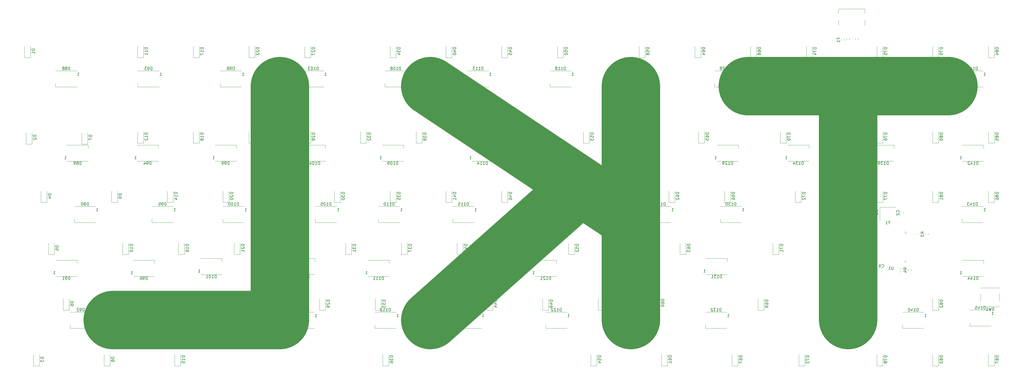
<source format=gbr>
%TF.GenerationSoftware,KiCad,Pcbnew,(5.1.9)-1*%
%TF.CreationDate,2021-03-16T22:25:33-04:00*%
%TF.ProjectId,10Keyless,31304b65-796c-4657-9373-2e6b69636164,rev?*%
%TF.SameCoordinates,Original*%
%TF.FileFunction,Legend,Bot*%
%TF.FilePolarity,Positive*%
%FSLAX46Y46*%
G04 Gerber Fmt 4.6, Leading zero omitted, Abs format (unit mm)*
G04 Created by KiCad (PCBNEW (5.1.9)-1) date 2021-03-16 22:25:33*
%MOMM*%
%LPD*%
G01*
G04 APERTURE LIST*
%ADD10C,20.000000*%
%ADD11C,0.120000*%
%ADD12C,0.150000*%
G04 APERTURE END LIST*
D10*
X348597142Y-117734476D02*
X280025714Y-117734476D01*
X314311428Y-197734476D02*
X314311428Y-117734476D01*
X240025714Y-197734476D02*
X240025714Y-117734476D01*
X171454285Y-197734476D02*
X222882857Y-152020190D01*
X171454285Y-117734476D02*
X240025714Y-163448761D01*
X62882857Y-197734476D02*
X120025714Y-197734476D01*
X120025714Y-117734476D01*
D11*
%TO.C,C1*%
X323090000Y-161028267D02*
X323090000Y-160735733D01*
X322070000Y-161028267D02*
X322070000Y-160735733D01*
%TO.C,C2*%
X333250000Y-160915733D02*
X333250000Y-161208267D01*
X332230000Y-160915733D02*
X332230000Y-161208267D01*
%TO.C,C3*%
X320042000Y-173728267D02*
X320042000Y-173435733D01*
X319022000Y-173728267D02*
X319022000Y-173435733D01*
%TO.C,C4*%
X332227267Y-181231000D02*
X331934733Y-181231000D01*
X332227267Y-180211000D02*
X331934733Y-180211000D01*
%TO.C,C5*%
X336675000Y-168674267D02*
X336675000Y-168381733D01*
X337695000Y-168674267D02*
X337695000Y-168381733D01*
%TO.C,C6*%
X314454000Y-175560267D02*
X314454000Y-175267733D01*
X313434000Y-175560267D02*
X313434000Y-175267733D01*
%TO.C,C7*%
X322954267Y-164975000D02*
X322661733Y-164975000D01*
X322954267Y-163955000D02*
X322661733Y-163955000D01*
%TO.C,C8*%
X319832267Y-170178000D02*
X319539733Y-170178000D01*
X319832267Y-171198000D02*
X319539733Y-171198000D01*
%TO.C,J1*%
X311000000Y-96890000D02*
X311000000Y-95090000D01*
X311000000Y-91380000D02*
X311000000Y-92840000D01*
X319940000Y-91380000D02*
X319940000Y-92840000D01*
X319940000Y-96890000D02*
X319940000Y-95090000D01*
X319940000Y-91380000D02*
X311000000Y-91380000D01*
%TO.C,R1*%
X313700500Y-101900258D02*
X313700500Y-101425742D01*
X314745500Y-101900258D02*
X314745500Y-101425742D01*
%TO.C,R2*%
X317768500Y-101900258D02*
X317768500Y-101425742D01*
X316723500Y-101900258D02*
X316723500Y-101425742D01*
%TO.C,R3*%
X341644500Y-168115742D02*
X341644500Y-168590258D01*
X340599500Y-168115742D02*
X340599500Y-168590258D01*
%TO.C,R4*%
X334706500Y-180419742D02*
X334706500Y-180894258D01*
X335751500Y-180419742D02*
X335751500Y-180894258D01*
%TO.C,U1*%
X323820000Y-177255000D02*
X322530000Y-177255000D01*
X323820000Y-177830000D02*
X323820000Y-177255000D01*
X324395000Y-177830000D02*
X323820000Y-177830000D01*
X334040000Y-177830000D02*
X334040000Y-177255000D01*
X333465000Y-177830000D02*
X334040000Y-177830000D01*
X323820000Y-167610000D02*
X323820000Y-168185000D01*
X324395000Y-167610000D02*
X323820000Y-167610000D01*
X334040000Y-167610000D02*
X334040000Y-168185000D01*
X333465000Y-167610000D02*
X334040000Y-167610000D01*
%TO.C,Y1*%
X325140000Y-159160000D02*
X330540000Y-159160000D01*
X325140000Y-163660000D02*
X325140000Y-159160000D01*
%TO.C,D1*%
X34782000Y-108027000D02*
X32782000Y-108027000D01*
X32782000Y-108027000D02*
X32782000Y-104127000D01*
X34782000Y-108027000D02*
X34782000Y-104127000D01*
%TO.C,D2*%
X35290000Y-137540000D02*
X35290000Y-133640000D01*
X33290000Y-137540000D02*
X33290000Y-133640000D01*
X35290000Y-137540000D02*
X33290000Y-137540000D01*
%TO.C,D3*%
X37830000Y-213450000D02*
X37830000Y-209550000D01*
X35830000Y-213450000D02*
X35830000Y-209550000D01*
X37830000Y-213450000D02*
X35830000Y-213450000D01*
%TO.C,D4*%
X40370000Y-157570000D02*
X38370000Y-157570000D01*
X38370000Y-157570000D02*
X38370000Y-153670000D01*
X40370000Y-157570000D02*
X40370000Y-153670000D01*
%TO.C,D5*%
X42910000Y-175350000D02*
X40910000Y-175350000D01*
X40910000Y-175350000D02*
X40910000Y-171450000D01*
X42910000Y-175350000D02*
X42910000Y-171450000D01*
%TO.C,D6*%
X47990000Y-194400000D02*
X45990000Y-194400000D01*
X45990000Y-194400000D02*
X45990000Y-190500000D01*
X47990000Y-194400000D02*
X47990000Y-190500000D01*
%TO.C,D7*%
X54340000Y-137540000D02*
X54340000Y-133640000D01*
X52340000Y-137540000D02*
X52340000Y-133640000D01*
X54340000Y-137540000D02*
X52340000Y-137540000D01*
%TO.C,D8*%
X61960000Y-213450000D02*
X61960000Y-209550000D01*
X59960000Y-213450000D02*
X59960000Y-209550000D01*
X61960000Y-213450000D02*
X59960000Y-213450000D01*
%TO.C,D9*%
X64500000Y-157570000D02*
X64500000Y-153670000D01*
X62500000Y-157570000D02*
X62500000Y-153670000D01*
X64500000Y-157570000D02*
X62500000Y-157570000D01*
%TO.C,D10*%
X68310000Y-175350000D02*
X66310000Y-175350000D01*
X66310000Y-175350000D02*
X66310000Y-171450000D01*
X68310000Y-175350000D02*
X68310000Y-171450000D01*
%TO.C,D11*%
X73390000Y-108027000D02*
X73390000Y-104127000D01*
X71390000Y-108027000D02*
X71390000Y-104127000D01*
X73390000Y-108027000D02*
X71390000Y-108027000D01*
%TO.C,D12*%
X73390000Y-137265000D02*
X71390000Y-137265000D01*
X71390000Y-137265000D02*
X71390000Y-133365000D01*
X73390000Y-137265000D02*
X73390000Y-133365000D01*
%TO.C,D13*%
X79740000Y-194400000D02*
X77740000Y-194400000D01*
X77740000Y-194400000D02*
X77740000Y-190500000D01*
X79740000Y-194400000D02*
X79740000Y-190500000D01*
%TO.C,D14*%
X83550000Y-157570000D02*
X81550000Y-157570000D01*
X81550000Y-157570000D02*
X81550000Y-153670000D01*
X83550000Y-157570000D02*
X83550000Y-153670000D01*
%TO.C,D15*%
X86090000Y-213450000D02*
X84090000Y-213450000D01*
X84090000Y-213450000D02*
X84090000Y-209550000D01*
X86090000Y-213450000D02*
X86090000Y-209550000D01*
%TO.C,D16*%
X87360000Y-175350000D02*
X87360000Y-171450000D01*
X85360000Y-175350000D02*
X85360000Y-171450000D01*
X87360000Y-175350000D02*
X85360000Y-175350000D01*
%TO.C,D17*%
X92440000Y-108027000D02*
X90440000Y-108027000D01*
X90440000Y-108027000D02*
X90440000Y-104127000D01*
X92440000Y-108027000D02*
X92440000Y-104127000D01*
%TO.C,D18*%
X92440000Y-137265000D02*
X92440000Y-133365000D01*
X90440000Y-137265000D02*
X90440000Y-133365000D01*
X92440000Y-137265000D02*
X90440000Y-137265000D01*
%TO.C,D19*%
X97520000Y-194400000D02*
X95520000Y-194400000D01*
X95520000Y-194400000D02*
X95520000Y-190500000D01*
X97520000Y-194400000D02*
X97520000Y-190500000D01*
%TO.C,D20*%
X102600000Y-157570000D02*
X102600000Y-153670000D01*
X100600000Y-157570000D02*
X100600000Y-153670000D01*
X102600000Y-157570000D02*
X100600000Y-157570000D01*
%TO.C,D21*%
X106410000Y-175350000D02*
X106410000Y-171450000D01*
X104410000Y-175350000D02*
X104410000Y-171450000D01*
X106410000Y-175350000D02*
X104410000Y-175350000D01*
%TO.C,D22*%
X111490000Y-108027000D02*
X111490000Y-104127000D01*
X109490000Y-108027000D02*
X109490000Y-104127000D01*
X111490000Y-108027000D02*
X109490000Y-108027000D01*
%TO.C,D23*%
X111490000Y-137265000D02*
X109490000Y-137265000D01*
X109490000Y-137265000D02*
X109490000Y-133365000D01*
X111490000Y-137265000D02*
X111490000Y-133365000D01*
%TO.C,D24*%
X116570000Y-194400000D02*
X114570000Y-194400000D01*
X114570000Y-194400000D02*
X114570000Y-190500000D01*
X116570000Y-194400000D02*
X116570000Y-190500000D01*
%TO.C,D25*%
X121396000Y-157572000D02*
X121396000Y-153672000D01*
X119396000Y-157572000D02*
X119396000Y-153672000D01*
X121396000Y-157572000D02*
X119396000Y-157572000D01*
%TO.C,D26*%
X125460000Y-175350000D02*
X125460000Y-171450000D01*
X123460000Y-175350000D02*
X123460000Y-171450000D01*
X125460000Y-175350000D02*
X123460000Y-175350000D01*
%TO.C,D27*%
X130540000Y-108027000D02*
X128540000Y-108027000D01*
X128540000Y-108027000D02*
X128540000Y-104127000D01*
X130540000Y-108027000D02*
X130540000Y-104127000D01*
%TO.C,D28*%
X130540000Y-137265000D02*
X130540000Y-133365000D01*
X128540000Y-137265000D02*
X128540000Y-133365000D01*
X130540000Y-137265000D02*
X128540000Y-137265000D01*
%TO.C,D29*%
X135620000Y-194400000D02*
X135620000Y-190500000D01*
X133620000Y-194400000D02*
X133620000Y-190500000D01*
X135620000Y-194400000D02*
X133620000Y-194400000D01*
%TO.C,D30*%
X140700000Y-157570000D02*
X138700000Y-157570000D01*
X138700000Y-157570000D02*
X138700000Y-153670000D01*
X140700000Y-157570000D02*
X140700000Y-153670000D01*
%TO.C,D31*%
X144510000Y-175350000D02*
X142510000Y-175350000D01*
X142510000Y-175350000D02*
X142510000Y-171450000D01*
X144510000Y-175350000D02*
X144510000Y-171450000D01*
%TO.C,D32*%
X149590000Y-137265000D02*
X149590000Y-133365000D01*
X147590000Y-137265000D02*
X147590000Y-133365000D01*
X149590000Y-137265000D02*
X147590000Y-137265000D01*
%TO.C,D33*%
X154670000Y-194400000D02*
X152670000Y-194400000D01*
X152670000Y-194400000D02*
X152670000Y-190500000D01*
X154670000Y-194400000D02*
X154670000Y-190500000D01*
%TO.C,D34*%
X159750000Y-108027000D02*
X159750000Y-104127000D01*
X157750000Y-108027000D02*
X157750000Y-104127000D01*
X159750000Y-108027000D02*
X157750000Y-108027000D01*
%TO.C,D35*%
X159750000Y-157570000D02*
X159750000Y-153670000D01*
X157750000Y-157570000D02*
X157750000Y-153670000D01*
X159750000Y-157570000D02*
X157750000Y-157570000D01*
%TO.C,D36*%
X157210000Y-213450000D02*
X155210000Y-213450000D01*
X155210000Y-213450000D02*
X155210000Y-209550000D01*
X157210000Y-213450000D02*
X157210000Y-209550000D01*
%TO.C,D37*%
X163560000Y-175350000D02*
X163560000Y-171450000D01*
X161560000Y-175350000D02*
X161560000Y-171450000D01*
X163560000Y-175350000D02*
X161560000Y-175350000D01*
%TO.C,D38*%
X168640000Y-137265000D02*
X166640000Y-137265000D01*
X166640000Y-137265000D02*
X166640000Y-133365000D01*
X168640000Y-137265000D02*
X168640000Y-133365000D01*
%TO.C,D39*%
X173720000Y-194400000D02*
X173720000Y-190500000D01*
X171720000Y-194400000D02*
X171720000Y-190500000D01*
X173720000Y-194400000D02*
X171720000Y-194400000D01*
%TO.C,D40*%
X178800000Y-108027000D02*
X176800000Y-108027000D01*
X176800000Y-108027000D02*
X176800000Y-104127000D01*
X178800000Y-108027000D02*
X178800000Y-104127000D01*
%TO.C,D41*%
X178800000Y-157572000D02*
X176800000Y-157572000D01*
X176800000Y-157572000D02*
X176800000Y-153672000D01*
X178800000Y-157572000D02*
X178800000Y-153672000D01*
%TO.C,D42*%
X182610000Y-175350000D02*
X180610000Y-175350000D01*
X180610000Y-175350000D02*
X180610000Y-171450000D01*
X182610000Y-175350000D02*
X182610000Y-171450000D01*
%TO.C,D43*%
X187690000Y-137265000D02*
X187690000Y-133365000D01*
X185690000Y-137265000D02*
X185690000Y-133365000D01*
X187690000Y-137265000D02*
X185690000Y-137265000D01*
%TO.C,D44*%
X192770000Y-194400000D02*
X192770000Y-190500000D01*
X190770000Y-194400000D02*
X190770000Y-190500000D01*
X192770000Y-194400000D02*
X190770000Y-194400000D01*
%TO.C,D45*%
X197850000Y-108027000D02*
X197850000Y-104127000D01*
X195850000Y-108027000D02*
X195850000Y-104127000D01*
X197850000Y-108027000D02*
X195850000Y-108027000D01*
%TO.C,D46*%
X197850000Y-157570000D02*
X197850000Y-153670000D01*
X195850000Y-157570000D02*
X195850000Y-153670000D01*
X197850000Y-157570000D02*
X195850000Y-157570000D01*
%TO.C,D47*%
X201660000Y-175350000D02*
X201660000Y-171450000D01*
X199660000Y-175350000D02*
X199660000Y-171450000D01*
X201660000Y-175350000D02*
X199660000Y-175350000D01*
%TO.C,D48*%
X206740000Y-137265000D02*
X204740000Y-137265000D01*
X204740000Y-137265000D02*
X204740000Y-133365000D01*
X206740000Y-137265000D02*
X206740000Y-133365000D01*
%TO.C,D49*%
X211820000Y-194400000D02*
X209820000Y-194400000D01*
X209820000Y-194400000D02*
X209820000Y-190500000D01*
X211820000Y-194400000D02*
X211820000Y-190500000D01*
%TO.C,D50*%
X216900000Y-108027000D02*
X214900000Y-108027000D01*
X214900000Y-108027000D02*
X214900000Y-104127000D01*
X216900000Y-108027000D02*
X216900000Y-104127000D01*
%TO.C,D51*%
X216900000Y-157570000D02*
X216900000Y-153670000D01*
X214900000Y-157570000D02*
X214900000Y-153670000D01*
X216900000Y-157570000D02*
X214900000Y-157570000D01*
%TO.C,D52*%
X220710000Y-175350000D02*
X218710000Y-175350000D01*
X218710000Y-175350000D02*
X218710000Y-171450000D01*
X220710000Y-175350000D02*
X220710000Y-171450000D01*
%TO.C,D53*%
X225790000Y-137265000D02*
X225790000Y-133365000D01*
X223790000Y-137265000D02*
X223790000Y-133365000D01*
X225790000Y-137265000D02*
X223790000Y-137265000D01*
%TO.C,D54*%
X228330000Y-213450000D02*
X228330000Y-209550000D01*
X226330000Y-213450000D02*
X226330000Y-209550000D01*
X228330000Y-213450000D02*
X226330000Y-213450000D01*
%TO.C,D55*%
X230870000Y-194400000D02*
X230870000Y-190500000D01*
X228870000Y-194400000D02*
X228870000Y-190500000D01*
X230870000Y-194400000D02*
X228870000Y-194400000D01*
%TO.C,D56*%
X235950000Y-157570000D02*
X235950000Y-153670000D01*
X233950000Y-157570000D02*
X233950000Y-153670000D01*
X235950000Y-157570000D02*
X233950000Y-157570000D01*
%TO.C,D57*%
X239760000Y-175350000D02*
X239760000Y-171450000D01*
X237760000Y-175350000D02*
X237760000Y-171450000D01*
X239760000Y-175350000D02*
X237760000Y-175350000D01*
%TO.C,D58*%
X244840000Y-108027000D02*
X244840000Y-104127000D01*
X242840000Y-108027000D02*
X242840000Y-104127000D01*
X244840000Y-108027000D02*
X242840000Y-108027000D01*
%TO.C,D59*%
X246110000Y-137265000D02*
X244110000Y-137265000D01*
X244110000Y-137265000D02*
X244110000Y-133365000D01*
X246110000Y-137265000D02*
X246110000Y-133365000D01*
%TO.C,D60*%
X249920000Y-194125000D02*
X247920000Y-194125000D01*
X247920000Y-194125000D02*
X247920000Y-190225000D01*
X249920000Y-194125000D02*
X249920000Y-190225000D01*
%TO.C,D61*%
X252460000Y-213450000D02*
X250460000Y-213450000D01*
X250460000Y-213450000D02*
X250460000Y-209550000D01*
X252460000Y-213450000D02*
X252460000Y-209550000D01*
%TO.C,D62*%
X255000000Y-157570000D02*
X255000000Y-153670000D01*
X253000000Y-157570000D02*
X253000000Y-153670000D01*
X255000000Y-157570000D02*
X253000000Y-157570000D01*
%TO.C,D63*%
X258810000Y-175350000D02*
X256810000Y-175350000D01*
X256810000Y-175350000D02*
X256810000Y-171450000D01*
X258810000Y-175350000D02*
X258810000Y-171450000D01*
%TO.C,D64*%
X263890000Y-108027000D02*
X261890000Y-108027000D01*
X261890000Y-108027000D02*
X261890000Y-104127000D01*
X263890000Y-108027000D02*
X263890000Y-104127000D01*
%TO.C,D65*%
X265160000Y-137265000D02*
X265160000Y-133365000D01*
X263160000Y-137265000D02*
X263160000Y-133365000D01*
X265160000Y-137265000D02*
X263160000Y-137265000D01*
%TO.C,D66*%
X274050000Y-157570000D02*
X272050000Y-157570000D01*
X272050000Y-157570000D02*
X272050000Y-153670000D01*
X274050000Y-157570000D02*
X274050000Y-153670000D01*
%TO.C,D67*%
X276590000Y-213450000D02*
X276590000Y-209550000D01*
X274590000Y-213450000D02*
X274590000Y-209550000D01*
X276590000Y-213450000D02*
X274590000Y-213450000D01*
%TO.C,D68*%
X282940000Y-108027000D02*
X280940000Y-108027000D01*
X280940000Y-108027000D02*
X280940000Y-104127000D01*
X282940000Y-108027000D02*
X282940000Y-104127000D01*
%TO.C,D69*%
X285480000Y-194400000D02*
X285480000Y-190500000D01*
X283480000Y-194400000D02*
X283480000Y-190500000D01*
X285480000Y-194400000D02*
X283480000Y-194400000D01*
%TO.C,D70*%
X293100000Y-137265000D02*
X291100000Y-137265000D01*
X291100000Y-137265000D02*
X291100000Y-133365000D01*
X293100000Y-137265000D02*
X293100000Y-133365000D01*
%TO.C,D71*%
X290560000Y-175350000D02*
X288560000Y-175350000D01*
X288560000Y-175350000D02*
X288560000Y-171450000D01*
X290560000Y-175350000D02*
X290560000Y-171450000D01*
%TO.C,D72*%
X298180000Y-157570000D02*
X298180000Y-153670000D01*
X296180000Y-157570000D02*
X296180000Y-153670000D01*
X298180000Y-157570000D02*
X296180000Y-157570000D01*
%TO.C,D73*%
X299450000Y-213450000D02*
X297450000Y-213450000D01*
X297450000Y-213450000D02*
X297450000Y-209550000D01*
X299450000Y-213450000D02*
X299450000Y-209550000D01*
%TO.C,D74*%
X301990000Y-108027000D02*
X299990000Y-108027000D01*
X299990000Y-108027000D02*
X299990000Y-104127000D01*
X301990000Y-108027000D02*
X301990000Y-104127000D01*
%TO.C,D75*%
X326120000Y-108027000D02*
X326120000Y-104127000D01*
X324120000Y-108027000D02*
X324120000Y-104127000D01*
X326120000Y-108027000D02*
X324120000Y-108027000D01*
%TO.C,D76*%
X326120000Y-137265000D02*
X324120000Y-137265000D01*
X324120000Y-137265000D02*
X324120000Y-133365000D01*
X326120000Y-137265000D02*
X326120000Y-133365000D01*
%TO.C,D77*%
X326120000Y-157570000D02*
X326120000Y-153670000D01*
X324120000Y-157570000D02*
X324120000Y-153670000D01*
X326120000Y-157570000D02*
X324120000Y-157570000D01*
%TO.C,D78*%
X326120000Y-213450000D02*
X324120000Y-213450000D01*
X324120000Y-213450000D02*
X324120000Y-209550000D01*
X326120000Y-213450000D02*
X326120000Y-209550000D01*
%TO.C,D79*%
X345170000Y-108027000D02*
X343170000Y-108027000D01*
X343170000Y-108027000D02*
X343170000Y-104127000D01*
X345170000Y-108027000D02*
X345170000Y-104127000D01*
%TO.C,D80*%
X345170000Y-137265000D02*
X345170000Y-133365000D01*
X343170000Y-137265000D02*
X343170000Y-133365000D01*
X345170000Y-137265000D02*
X343170000Y-137265000D01*
%TO.C,D81*%
X345170000Y-157570000D02*
X343170000Y-157570000D01*
X343170000Y-157570000D02*
X343170000Y-153670000D01*
X345170000Y-157570000D02*
X345170000Y-153670000D01*
%TO.C,D82*%
X345170000Y-194400000D02*
X345170000Y-190500000D01*
X343170000Y-194400000D02*
X343170000Y-190500000D01*
X345170000Y-194400000D02*
X343170000Y-194400000D01*
%TO.C,D83*%
X345170000Y-213450000D02*
X345170000Y-209550000D01*
X343170000Y-213450000D02*
X343170000Y-209550000D01*
X345170000Y-213450000D02*
X343170000Y-213450000D01*
%TO.C,D84*%
X364220000Y-108027000D02*
X364220000Y-104127000D01*
X362220000Y-108027000D02*
X362220000Y-104127000D01*
X364220000Y-108027000D02*
X362220000Y-108027000D01*
%TO.C,D85*%
X364220000Y-137265000D02*
X362220000Y-137265000D01*
X362220000Y-137265000D02*
X362220000Y-133365000D01*
X364220000Y-137265000D02*
X364220000Y-133365000D01*
%TO.C,D86*%
X364220000Y-157570000D02*
X364220000Y-153670000D01*
X362220000Y-157570000D02*
X362220000Y-153670000D01*
X364220000Y-157570000D02*
X362220000Y-157570000D01*
%TO.C,D87*%
X364220000Y-213450000D02*
X362220000Y-213450000D01*
X362220000Y-213450000D02*
X362220000Y-209550000D01*
X364220000Y-213450000D02*
X364220000Y-209550000D01*
%TO.C,C9*%
X325800267Y-180211000D02*
X325507733Y-180211000D01*
X325800267Y-181231000D02*
X325507733Y-181231000D01*
%TO.C,D88*%
X50640000Y-112490000D02*
X43340000Y-112490000D01*
X50640000Y-117990000D02*
X43340000Y-117990000D01*
X43340000Y-117990000D02*
X43340000Y-116840000D01*
%TO.C,D89*%
X47240000Y-143390000D02*
X54540000Y-143390000D01*
X47240000Y-137890000D02*
X54540000Y-137890000D01*
X54540000Y-137890000D02*
X54540000Y-139040000D01*
%TO.C,D90*%
X49780000Y-164370000D02*
X49780000Y-163220000D01*
X57080000Y-164370000D02*
X49780000Y-164370000D01*
X57080000Y-158870000D02*
X49780000Y-158870000D01*
%TO.C,D91*%
X43430000Y-182760000D02*
X50730000Y-182760000D01*
X43430000Y-177260000D02*
X50730000Y-177260000D01*
X50730000Y-177260000D02*
X50730000Y-178410000D01*
%TO.C,D92*%
X48330000Y-200540000D02*
X48330000Y-199390000D01*
X55630000Y-200540000D02*
X48330000Y-200540000D01*
X55630000Y-195040000D02*
X48330000Y-195040000D01*
%TO.C,D93*%
X71502700Y-117990000D02*
X71502700Y-116840000D01*
X78802700Y-117990000D02*
X71502700Y-117990000D01*
X78802700Y-112490000D02*
X71502700Y-112490000D01*
%TO.C,D94*%
X78490000Y-137890000D02*
X78490000Y-139040000D01*
X71190000Y-137890000D02*
X78490000Y-137890000D01*
X71190000Y-143390000D02*
X78490000Y-143390000D01*
%TO.C,D95*%
X83570000Y-158870000D02*
X76270000Y-158870000D01*
X83570000Y-164370000D02*
X76270000Y-164370000D01*
X76270000Y-164370000D02*
X76270000Y-163220000D01*
%TO.C,D96*%
X69920000Y-182760000D02*
X77220000Y-182760000D01*
X69920000Y-177260000D02*
X77220000Y-177260000D01*
X77220000Y-177260000D02*
X77220000Y-178410000D01*
%TO.C,D97*%
X81030000Y-195040000D02*
X73730000Y-195040000D01*
X81030000Y-200540000D02*
X73730000Y-200540000D01*
X73730000Y-200540000D02*
X73730000Y-199390000D01*
%TO.C,D98*%
X106965000Y-112490000D02*
X99665000Y-112490000D01*
X106965000Y-117990000D02*
X99665000Y-117990000D01*
X99665000Y-117990000D02*
X99665000Y-116840000D01*
%TO.C,D99*%
X97860000Y-143390000D02*
X105160000Y-143390000D01*
X97860000Y-137890000D02*
X105160000Y-137890000D01*
X105160000Y-137890000D02*
X105160000Y-139040000D01*
%TO.C,D100*%
X100580000Y-164370000D02*
X100580000Y-163220000D01*
X107880000Y-164370000D02*
X100580000Y-164370000D01*
X107880000Y-158870000D02*
X100580000Y-158870000D01*
%TO.C,D101*%
X100260000Y-176650000D02*
X100260000Y-177800000D01*
X92960000Y-176650000D02*
X100260000Y-176650000D01*
X92960000Y-182150000D02*
X100260000Y-182150000D01*
%TO.C,D102*%
X97860000Y-200540000D02*
X97860000Y-199390000D01*
X105160000Y-200540000D02*
X97860000Y-200540000D01*
X105160000Y-195040000D02*
X97860000Y-195040000D01*
%TO.C,D103*%
X127828000Y-117990000D02*
X127828000Y-116840000D01*
X135128000Y-117990000D02*
X127828000Y-117990000D01*
X135128000Y-112490000D02*
X127828000Y-112490000D01*
%TO.C,D104*%
X135640000Y-137890000D02*
X135640000Y-139040000D01*
X128340000Y-137890000D02*
X135640000Y-137890000D01*
X128340000Y-143390000D02*
X135640000Y-143390000D01*
%TO.C,D105*%
X139450000Y-158870000D02*
X132150000Y-158870000D01*
X139450000Y-164370000D02*
X132150000Y-164370000D01*
X132150000Y-164370000D02*
X132150000Y-163220000D01*
%TO.C,D106*%
X132010000Y-176650000D02*
X132010000Y-177800000D01*
X124710000Y-176650000D02*
X132010000Y-176650000D01*
X124710000Y-182150000D02*
X132010000Y-182150000D01*
%TO.C,D107*%
X131830000Y-195040000D02*
X124530000Y-195040000D01*
X131830000Y-200540000D02*
X124530000Y-200540000D01*
X124530000Y-200540000D02*
X124530000Y-199390000D01*
%TO.C,D108*%
X163291000Y-112490000D02*
X155991000Y-112490000D01*
X163291000Y-117990000D02*
X155991000Y-117990000D01*
X155991000Y-117990000D02*
X155991000Y-116840000D01*
%TO.C,D109*%
X155010000Y-143390000D02*
X162310000Y-143390000D01*
X155010000Y-137890000D02*
X162310000Y-137890000D01*
X162310000Y-137890000D02*
X162310000Y-139040000D01*
%TO.C,D110*%
X153740000Y-164370000D02*
X153740000Y-163220000D01*
X161040000Y-164370000D02*
X153740000Y-164370000D01*
X161040000Y-158870000D02*
X153740000Y-158870000D01*
%TO.C,D111*%
X150110000Y-182760000D02*
X157410000Y-182760000D01*
X150110000Y-177260000D02*
X157410000Y-177260000D01*
X157410000Y-177260000D02*
X157410000Y-178410000D01*
%TO.C,D112*%
X152470000Y-200540000D02*
X152470000Y-199390000D01*
X159770000Y-200540000D02*
X152470000Y-200540000D01*
X159770000Y-195040000D02*
X152470000Y-195040000D01*
%TO.C,D113*%
X184154000Y-117990000D02*
X184154000Y-116840000D01*
X191454000Y-117990000D02*
X184154000Y-117990000D01*
X191454000Y-112490000D02*
X184154000Y-112490000D01*
%TO.C,D114*%
X192970000Y-137890000D02*
X192970000Y-139040000D01*
X185670000Y-137890000D02*
X192970000Y-137890000D01*
X185670000Y-143390000D02*
X192970000Y-143390000D01*
%TO.C,D115*%
X179140000Y-164370000D02*
X179140000Y-163220000D01*
X186440000Y-164370000D02*
X179140000Y-164370000D01*
X186440000Y-158870000D02*
X179140000Y-158870000D01*
%TO.C,D116*%
X187890000Y-177260000D02*
X187890000Y-178410000D01*
X180590000Y-177260000D02*
X187890000Y-177260000D01*
X180590000Y-182760000D02*
X187890000Y-182760000D01*
%TO.C,D117*%
X188980000Y-195040000D02*
X181680000Y-195040000D01*
X188980000Y-200540000D02*
X181680000Y-200540000D01*
X181680000Y-200540000D02*
X181680000Y-199390000D01*
%TO.C,D118*%
X219616000Y-112490000D02*
X212316000Y-112490000D01*
X219616000Y-117990000D02*
X212316000Y-117990000D01*
X212316000Y-117990000D02*
X212316000Y-116840000D01*
%TO.C,D119*%
X212340000Y-143390000D02*
X219640000Y-143390000D01*
X212340000Y-137890000D02*
X219640000Y-137890000D01*
X219640000Y-137890000D02*
X219640000Y-139040000D01*
%TO.C,D120*%
X218190000Y-158870000D02*
X210890000Y-158870000D01*
X218190000Y-164370000D02*
X210890000Y-164370000D01*
X210890000Y-164370000D02*
X210890000Y-163220000D01*
%TO.C,D121*%
X207260000Y-182760000D02*
X214560000Y-182760000D01*
X207260000Y-177260000D02*
X214560000Y-177260000D01*
X214560000Y-177260000D02*
X214560000Y-178410000D01*
%TO.C,D122*%
X210890000Y-200540000D02*
X210890000Y-199390000D01*
X218190000Y-200540000D02*
X210890000Y-200540000D01*
X218190000Y-195040000D02*
X210890000Y-195040000D01*
%TO.C,D123*%
X240479000Y-117990000D02*
X240479000Y-116840000D01*
X247779000Y-117990000D02*
X240479000Y-117990000D01*
X247779000Y-112490000D02*
X240479000Y-112490000D01*
%TO.C,D124*%
X249940000Y-137890000D02*
X249940000Y-139040000D01*
X242640000Y-137890000D02*
X249940000Y-137890000D01*
X242640000Y-143390000D02*
X249940000Y-143390000D01*
%TO.C,D125*%
X246450000Y-164370000D02*
X246450000Y-163220000D01*
X253750000Y-164370000D02*
X246450000Y-164370000D01*
X253750000Y-158870000D02*
X246450000Y-158870000D01*
%TO.C,D126*%
X246310000Y-177260000D02*
X246310000Y-178410000D01*
X239010000Y-177260000D02*
X246310000Y-177260000D01*
X239010000Y-182760000D02*
X246310000Y-182760000D01*
%TO.C,D127*%
X246130000Y-195040000D02*
X238830000Y-195040000D01*
X246130000Y-200540000D02*
X238830000Y-200540000D01*
X238830000Y-200540000D02*
X238830000Y-199390000D01*
%TO.C,D128*%
X275942000Y-112490000D02*
X268642000Y-112490000D01*
X275942000Y-117990000D02*
X268642000Y-117990000D01*
X268642000Y-117990000D02*
X268642000Y-116840000D01*
%TO.C,D129*%
X276790000Y-137890000D02*
X276790000Y-139040000D01*
X269490000Y-137890000D02*
X276790000Y-137890000D01*
X269490000Y-143390000D02*
X276790000Y-143390000D01*
%TO.C,D130*%
X277880000Y-158870000D02*
X270580000Y-158870000D01*
X277880000Y-164370000D02*
X270580000Y-164370000D01*
X270580000Y-164370000D02*
X270580000Y-163220000D01*
%TO.C,D131*%
X265680000Y-182150000D02*
X272980000Y-182150000D01*
X265680000Y-176650000D02*
X272980000Y-176650000D01*
X272980000Y-176650000D02*
X272980000Y-177800000D01*
%TO.C,D132*%
X265500000Y-200540000D02*
X265500000Y-199390000D01*
X272800000Y-200540000D02*
X265500000Y-200540000D01*
X272800000Y-195040000D02*
X265500000Y-195040000D01*
%TO.C,D133*%
X296805000Y-117990000D02*
X296805000Y-116840000D01*
X304105000Y-117990000D02*
X296805000Y-117990000D01*
X304105000Y-112490000D02*
X296805000Y-112490000D01*
%TO.C,D134*%
X293620000Y-143390000D02*
X300920000Y-143390000D01*
X293620000Y-137890000D02*
X300920000Y-137890000D01*
X300920000Y-137890000D02*
X300920000Y-139040000D01*
%TO.C,D135*%
X306140000Y-164370000D02*
X306140000Y-163220000D01*
X313440000Y-164370000D02*
X306140000Y-164370000D01*
X313440000Y-158870000D02*
X306140000Y-158870000D01*
%TO.C,D136*%
X314890000Y-177260000D02*
X314890000Y-178410000D01*
X307590000Y-177260000D02*
X314890000Y-177260000D01*
X307590000Y-182760000D02*
X314890000Y-182760000D01*
%TO.C,D137*%
X314710000Y-195040000D02*
X307410000Y-195040000D01*
X314710000Y-200540000D02*
X307410000Y-200540000D01*
X307410000Y-200540000D02*
X307410000Y-199390000D01*
%TO.C,D138*%
X332267000Y-112490000D02*
X324967000Y-112490000D01*
X332267000Y-117990000D02*
X324967000Y-117990000D01*
X324967000Y-117990000D02*
X324967000Y-116840000D01*
%TO.C,D139*%
X322650000Y-143390000D02*
X329950000Y-143390000D01*
X322650000Y-137890000D02*
X329950000Y-137890000D01*
X329950000Y-137890000D02*
X329950000Y-139040000D01*
%TO.C,D140*%
X332900000Y-200540000D02*
X332900000Y-199390000D01*
X340200000Y-200540000D02*
X332900000Y-200540000D01*
X340200000Y-195040000D02*
X332900000Y-195040000D01*
%TO.C,D141*%
X353130000Y-117990000D02*
X353130000Y-116840000D01*
X360430000Y-117990000D02*
X353130000Y-117990000D01*
X360430000Y-112490000D02*
X353130000Y-112490000D01*
%TO.C,D142*%
X353310000Y-143390000D02*
X360610000Y-143390000D01*
X353310000Y-137890000D02*
X360610000Y-137890000D01*
X360610000Y-137890000D02*
X360610000Y-139040000D01*
%TO.C,D143*%
X360430000Y-158870000D02*
X353130000Y-158870000D01*
X360430000Y-164370000D02*
X353130000Y-164370000D01*
X353130000Y-164370000D02*
X353130000Y-163220000D01*
%TO.C,D144*%
X360610000Y-177260000D02*
X360610000Y-178410000D01*
X353310000Y-177260000D02*
X360610000Y-177260000D01*
X353310000Y-182760000D02*
X360610000Y-182760000D01*
%TO.C,D145*%
X363150000Y-194330000D02*
X355850000Y-194330000D01*
X363150000Y-199830000D02*
X355850000Y-199830000D01*
X355850000Y-199830000D02*
X355850000Y-198680000D01*
%TO.C,F1*%
X312930000Y-101795733D02*
X312930000Y-102138267D01*
X311910000Y-101795733D02*
X311910000Y-102138267D01*
%TO.C,SW1*%
X359571000Y-186762000D02*
X366031000Y-186762000D01*
X359571000Y-191292000D02*
X359571000Y-188692000D01*
X359571000Y-193222000D02*
X366031000Y-193222000D01*
X366031000Y-191292000D02*
X366031000Y-188692000D01*
X359571000Y-193192000D02*
X359571000Y-193222000D01*
X359571000Y-186762000D02*
X359571000Y-186792000D01*
X366031000Y-186762000D02*
X366031000Y-186792000D01*
X366031000Y-193222000D02*
X366031000Y-193192000D01*
%TO.C,C1*%
D12*
X324367142Y-160715333D02*
X324414761Y-160667714D01*
X324462380Y-160524857D01*
X324462380Y-160429619D01*
X324414761Y-160286761D01*
X324319523Y-160191523D01*
X324224285Y-160143904D01*
X324033809Y-160096285D01*
X323890952Y-160096285D01*
X323700476Y-160143904D01*
X323605238Y-160191523D01*
X323510000Y-160286761D01*
X323462380Y-160429619D01*
X323462380Y-160524857D01*
X323510000Y-160667714D01*
X323557619Y-160715333D01*
X324462380Y-161667714D02*
X324462380Y-161096285D01*
X324462380Y-161382000D02*
X323462380Y-161382000D01*
X323605238Y-161286761D01*
X323700476Y-161191523D01*
X323748095Y-161096285D01*
%TO.C,C2*%
X331667142Y-160895333D02*
X331714761Y-160847714D01*
X331762380Y-160704857D01*
X331762380Y-160609619D01*
X331714761Y-160466761D01*
X331619523Y-160371523D01*
X331524285Y-160323904D01*
X331333809Y-160276285D01*
X331190952Y-160276285D01*
X331000476Y-160323904D01*
X330905238Y-160371523D01*
X330810000Y-160466761D01*
X330762380Y-160609619D01*
X330762380Y-160704857D01*
X330810000Y-160847714D01*
X330857619Y-160895333D01*
X330857619Y-161276285D02*
X330810000Y-161323904D01*
X330762380Y-161419142D01*
X330762380Y-161657238D01*
X330810000Y-161752476D01*
X330857619Y-161800095D01*
X330952857Y-161847714D01*
X331048095Y-161847714D01*
X331190952Y-161800095D01*
X331762380Y-161228666D01*
X331762380Y-161847714D01*
%TO.C,C3*%
X321319142Y-173415333D02*
X321366761Y-173367714D01*
X321414380Y-173224857D01*
X321414380Y-173129619D01*
X321366761Y-172986761D01*
X321271523Y-172891523D01*
X321176285Y-172843904D01*
X320985809Y-172796285D01*
X320842952Y-172796285D01*
X320652476Y-172843904D01*
X320557238Y-172891523D01*
X320462000Y-172986761D01*
X320414380Y-173129619D01*
X320414380Y-173224857D01*
X320462000Y-173367714D01*
X320509619Y-173415333D01*
X320414380Y-173748666D02*
X320414380Y-174367714D01*
X320795333Y-174034380D01*
X320795333Y-174177238D01*
X320842952Y-174272476D01*
X320890571Y-174320095D01*
X320985809Y-174367714D01*
X321223904Y-174367714D01*
X321319142Y-174320095D01*
X321366761Y-174272476D01*
X321414380Y-174177238D01*
X321414380Y-173891523D01*
X321366761Y-173796285D01*
X321319142Y-173748666D01*
%TO.C,C6*%
X315731142Y-175247333D02*
X315778761Y-175199714D01*
X315826380Y-175056857D01*
X315826380Y-174961619D01*
X315778761Y-174818761D01*
X315683523Y-174723523D01*
X315588285Y-174675904D01*
X315397809Y-174628285D01*
X315254952Y-174628285D01*
X315064476Y-174675904D01*
X314969238Y-174723523D01*
X314874000Y-174818761D01*
X314826380Y-174961619D01*
X314826380Y-175056857D01*
X314874000Y-175199714D01*
X314921619Y-175247333D01*
X314826380Y-176104476D02*
X314826380Y-175914000D01*
X314874000Y-175818761D01*
X314921619Y-175771142D01*
X315064476Y-175675904D01*
X315254952Y-175628285D01*
X315635904Y-175628285D01*
X315731142Y-175675904D01*
X315778761Y-175723523D01*
X315826380Y-175818761D01*
X315826380Y-176009238D01*
X315778761Y-176104476D01*
X315731142Y-176152095D01*
X315635904Y-176199714D01*
X315397809Y-176199714D01*
X315302571Y-176152095D01*
X315254952Y-176104476D01*
X315207333Y-176009238D01*
X315207333Y-175818761D01*
X315254952Y-175723523D01*
X315302571Y-175675904D01*
X315397809Y-175628285D01*
%TO.C,C7*%
X322974666Y-163392142D02*
X323022285Y-163439761D01*
X323165142Y-163487380D01*
X323260380Y-163487380D01*
X323403238Y-163439761D01*
X323498476Y-163344523D01*
X323546095Y-163249285D01*
X323593714Y-163058809D01*
X323593714Y-162915952D01*
X323546095Y-162725476D01*
X323498476Y-162630238D01*
X323403238Y-162535000D01*
X323260380Y-162487380D01*
X323165142Y-162487380D01*
X323022285Y-162535000D01*
X322974666Y-162582619D01*
X322641333Y-162487380D02*
X321974666Y-162487380D01*
X322403238Y-163487380D01*
%TO.C,R3*%
X340144380Y-168186333D02*
X339668190Y-167853000D01*
X340144380Y-167614904D02*
X339144380Y-167614904D01*
X339144380Y-167995857D01*
X339192000Y-168091095D01*
X339239619Y-168138714D01*
X339334857Y-168186333D01*
X339477714Y-168186333D01*
X339572952Y-168138714D01*
X339620571Y-168091095D01*
X339668190Y-167995857D01*
X339668190Y-167614904D01*
X339144380Y-168519666D02*
X339144380Y-169138714D01*
X339525333Y-168805380D01*
X339525333Y-168948238D01*
X339572952Y-169043476D01*
X339620571Y-169091095D01*
X339715809Y-169138714D01*
X339953904Y-169138714D01*
X340049142Y-169091095D01*
X340096761Y-169043476D01*
X340144380Y-168948238D01*
X340144380Y-168662523D01*
X340096761Y-168567285D01*
X340049142Y-168519666D01*
%TO.C,R4*%
X334251380Y-180490333D02*
X333775190Y-180157000D01*
X334251380Y-179918904D02*
X333251380Y-179918904D01*
X333251380Y-180299857D01*
X333299000Y-180395095D01*
X333346619Y-180442714D01*
X333441857Y-180490333D01*
X333584714Y-180490333D01*
X333679952Y-180442714D01*
X333727571Y-180395095D01*
X333775190Y-180299857D01*
X333775190Y-179918904D01*
X333584714Y-181347476D02*
X334251380Y-181347476D01*
X333203761Y-181109380D02*
X333918047Y-180871285D01*
X333918047Y-181490333D01*
%TO.C,U1*%
X329691904Y-179522380D02*
X329691904Y-180331904D01*
X329644285Y-180427142D01*
X329596666Y-180474761D01*
X329501428Y-180522380D01*
X329310952Y-180522380D01*
X329215714Y-180474761D01*
X329168095Y-180427142D01*
X329120476Y-180331904D01*
X329120476Y-179522380D01*
X328120476Y-180522380D02*
X328691904Y-180522380D01*
X328406190Y-180522380D02*
X328406190Y-179522380D01*
X328501428Y-179665238D01*
X328596666Y-179760476D01*
X328691904Y-179808095D01*
%TO.C,Y1*%
X328316190Y-164436190D02*
X328316190Y-164912380D01*
X328649523Y-163912380D02*
X328316190Y-164436190D01*
X327982857Y-163912380D01*
X327125714Y-164912380D02*
X327697142Y-164912380D01*
X327411428Y-164912380D02*
X327411428Y-163912380D01*
X327506666Y-164055238D01*
X327601904Y-164150476D01*
X327697142Y-164198095D01*
%TO.C,D1*%
X36234380Y-105038904D02*
X35234380Y-105038904D01*
X35234380Y-105277000D01*
X35282000Y-105419857D01*
X35377238Y-105515095D01*
X35472476Y-105562714D01*
X35662952Y-105610333D01*
X35805809Y-105610333D01*
X35996285Y-105562714D01*
X36091523Y-105515095D01*
X36186761Y-105419857D01*
X36234380Y-105277000D01*
X36234380Y-105038904D01*
X36234380Y-106562714D02*
X36234380Y-105991285D01*
X36234380Y-106277000D02*
X35234380Y-106277000D01*
X35377238Y-106181761D01*
X35472476Y-106086523D01*
X35520095Y-105991285D01*
%TO.C,D2*%
X36742380Y-134551904D02*
X35742380Y-134551904D01*
X35742380Y-134790000D01*
X35790000Y-134932857D01*
X35885238Y-135028095D01*
X35980476Y-135075714D01*
X36170952Y-135123333D01*
X36313809Y-135123333D01*
X36504285Y-135075714D01*
X36599523Y-135028095D01*
X36694761Y-134932857D01*
X36742380Y-134790000D01*
X36742380Y-134551904D01*
X35837619Y-135504285D02*
X35790000Y-135551904D01*
X35742380Y-135647142D01*
X35742380Y-135885238D01*
X35790000Y-135980476D01*
X35837619Y-136028095D01*
X35932857Y-136075714D01*
X36028095Y-136075714D01*
X36170952Y-136028095D01*
X36742380Y-135456666D01*
X36742380Y-136075714D01*
%TO.C,D3*%
X39282380Y-210461904D02*
X38282380Y-210461904D01*
X38282380Y-210700000D01*
X38330000Y-210842857D01*
X38425238Y-210938095D01*
X38520476Y-210985714D01*
X38710952Y-211033333D01*
X38853809Y-211033333D01*
X39044285Y-210985714D01*
X39139523Y-210938095D01*
X39234761Y-210842857D01*
X39282380Y-210700000D01*
X39282380Y-210461904D01*
X38282380Y-211366666D02*
X38282380Y-211985714D01*
X38663333Y-211652380D01*
X38663333Y-211795238D01*
X38710952Y-211890476D01*
X38758571Y-211938095D01*
X38853809Y-211985714D01*
X39091904Y-211985714D01*
X39187142Y-211938095D01*
X39234761Y-211890476D01*
X39282380Y-211795238D01*
X39282380Y-211509523D01*
X39234761Y-211414285D01*
X39187142Y-211366666D01*
%TO.C,D4*%
X41822380Y-154581904D02*
X40822380Y-154581904D01*
X40822380Y-154820000D01*
X40870000Y-154962857D01*
X40965238Y-155058095D01*
X41060476Y-155105714D01*
X41250952Y-155153333D01*
X41393809Y-155153333D01*
X41584285Y-155105714D01*
X41679523Y-155058095D01*
X41774761Y-154962857D01*
X41822380Y-154820000D01*
X41822380Y-154581904D01*
X41155714Y-156010476D02*
X41822380Y-156010476D01*
X40774761Y-155772380D02*
X41489047Y-155534285D01*
X41489047Y-156153333D01*
%TO.C,D5*%
X44362380Y-172361904D02*
X43362380Y-172361904D01*
X43362380Y-172600000D01*
X43410000Y-172742857D01*
X43505238Y-172838095D01*
X43600476Y-172885714D01*
X43790952Y-172933333D01*
X43933809Y-172933333D01*
X44124285Y-172885714D01*
X44219523Y-172838095D01*
X44314761Y-172742857D01*
X44362380Y-172600000D01*
X44362380Y-172361904D01*
X43362380Y-173838095D02*
X43362380Y-173361904D01*
X43838571Y-173314285D01*
X43790952Y-173361904D01*
X43743333Y-173457142D01*
X43743333Y-173695238D01*
X43790952Y-173790476D01*
X43838571Y-173838095D01*
X43933809Y-173885714D01*
X44171904Y-173885714D01*
X44267142Y-173838095D01*
X44314761Y-173790476D01*
X44362380Y-173695238D01*
X44362380Y-173457142D01*
X44314761Y-173361904D01*
X44267142Y-173314285D01*
%TO.C,D6*%
X49442380Y-191411904D02*
X48442380Y-191411904D01*
X48442380Y-191650000D01*
X48490000Y-191792857D01*
X48585238Y-191888095D01*
X48680476Y-191935714D01*
X48870952Y-191983333D01*
X49013809Y-191983333D01*
X49204285Y-191935714D01*
X49299523Y-191888095D01*
X49394761Y-191792857D01*
X49442380Y-191650000D01*
X49442380Y-191411904D01*
X48442380Y-192840476D02*
X48442380Y-192650000D01*
X48490000Y-192554761D01*
X48537619Y-192507142D01*
X48680476Y-192411904D01*
X48870952Y-192364285D01*
X49251904Y-192364285D01*
X49347142Y-192411904D01*
X49394761Y-192459523D01*
X49442380Y-192554761D01*
X49442380Y-192745238D01*
X49394761Y-192840476D01*
X49347142Y-192888095D01*
X49251904Y-192935714D01*
X49013809Y-192935714D01*
X48918571Y-192888095D01*
X48870952Y-192840476D01*
X48823333Y-192745238D01*
X48823333Y-192554761D01*
X48870952Y-192459523D01*
X48918571Y-192411904D01*
X49013809Y-192364285D01*
%TO.C,D7*%
X55792380Y-134551904D02*
X54792380Y-134551904D01*
X54792380Y-134790000D01*
X54840000Y-134932857D01*
X54935238Y-135028095D01*
X55030476Y-135075714D01*
X55220952Y-135123333D01*
X55363809Y-135123333D01*
X55554285Y-135075714D01*
X55649523Y-135028095D01*
X55744761Y-134932857D01*
X55792380Y-134790000D01*
X55792380Y-134551904D01*
X54792380Y-135456666D02*
X54792380Y-136123333D01*
X55792380Y-135694761D01*
%TO.C,D8*%
X63412380Y-210461904D02*
X62412380Y-210461904D01*
X62412380Y-210700000D01*
X62460000Y-210842857D01*
X62555238Y-210938095D01*
X62650476Y-210985714D01*
X62840952Y-211033333D01*
X62983809Y-211033333D01*
X63174285Y-210985714D01*
X63269523Y-210938095D01*
X63364761Y-210842857D01*
X63412380Y-210700000D01*
X63412380Y-210461904D01*
X62840952Y-211604761D02*
X62793333Y-211509523D01*
X62745714Y-211461904D01*
X62650476Y-211414285D01*
X62602857Y-211414285D01*
X62507619Y-211461904D01*
X62460000Y-211509523D01*
X62412380Y-211604761D01*
X62412380Y-211795238D01*
X62460000Y-211890476D01*
X62507619Y-211938095D01*
X62602857Y-211985714D01*
X62650476Y-211985714D01*
X62745714Y-211938095D01*
X62793333Y-211890476D01*
X62840952Y-211795238D01*
X62840952Y-211604761D01*
X62888571Y-211509523D01*
X62936190Y-211461904D01*
X63031428Y-211414285D01*
X63221904Y-211414285D01*
X63317142Y-211461904D01*
X63364761Y-211509523D01*
X63412380Y-211604761D01*
X63412380Y-211795238D01*
X63364761Y-211890476D01*
X63317142Y-211938095D01*
X63221904Y-211985714D01*
X63031428Y-211985714D01*
X62936190Y-211938095D01*
X62888571Y-211890476D01*
X62840952Y-211795238D01*
%TO.C,D9*%
X65952380Y-154581904D02*
X64952380Y-154581904D01*
X64952380Y-154820000D01*
X65000000Y-154962857D01*
X65095238Y-155058095D01*
X65190476Y-155105714D01*
X65380952Y-155153333D01*
X65523809Y-155153333D01*
X65714285Y-155105714D01*
X65809523Y-155058095D01*
X65904761Y-154962857D01*
X65952380Y-154820000D01*
X65952380Y-154581904D01*
X65952380Y-155629523D02*
X65952380Y-155820000D01*
X65904761Y-155915238D01*
X65857142Y-155962857D01*
X65714285Y-156058095D01*
X65523809Y-156105714D01*
X65142857Y-156105714D01*
X65047619Y-156058095D01*
X65000000Y-156010476D01*
X64952380Y-155915238D01*
X64952380Y-155724761D01*
X65000000Y-155629523D01*
X65047619Y-155581904D01*
X65142857Y-155534285D01*
X65380952Y-155534285D01*
X65476190Y-155581904D01*
X65523809Y-155629523D01*
X65571428Y-155724761D01*
X65571428Y-155915238D01*
X65523809Y-156010476D01*
X65476190Y-156058095D01*
X65380952Y-156105714D01*
%TO.C,D10*%
X69762380Y-171885714D02*
X68762380Y-171885714D01*
X68762380Y-172123809D01*
X68810000Y-172266666D01*
X68905238Y-172361904D01*
X69000476Y-172409523D01*
X69190952Y-172457142D01*
X69333809Y-172457142D01*
X69524285Y-172409523D01*
X69619523Y-172361904D01*
X69714761Y-172266666D01*
X69762380Y-172123809D01*
X69762380Y-171885714D01*
X69762380Y-173409523D02*
X69762380Y-172838095D01*
X69762380Y-173123809D02*
X68762380Y-173123809D01*
X68905238Y-173028571D01*
X69000476Y-172933333D01*
X69048095Y-172838095D01*
X68762380Y-174028571D02*
X68762380Y-174123809D01*
X68810000Y-174219047D01*
X68857619Y-174266666D01*
X68952857Y-174314285D01*
X69143333Y-174361904D01*
X69381428Y-174361904D01*
X69571904Y-174314285D01*
X69667142Y-174266666D01*
X69714761Y-174219047D01*
X69762380Y-174123809D01*
X69762380Y-174028571D01*
X69714761Y-173933333D01*
X69667142Y-173885714D01*
X69571904Y-173838095D01*
X69381428Y-173790476D01*
X69143333Y-173790476D01*
X68952857Y-173838095D01*
X68857619Y-173885714D01*
X68810000Y-173933333D01*
X68762380Y-174028571D01*
%TO.C,D11*%
X74842380Y-104562714D02*
X73842380Y-104562714D01*
X73842380Y-104800809D01*
X73890000Y-104943666D01*
X73985238Y-105038904D01*
X74080476Y-105086523D01*
X74270952Y-105134142D01*
X74413809Y-105134142D01*
X74604285Y-105086523D01*
X74699523Y-105038904D01*
X74794761Y-104943666D01*
X74842380Y-104800809D01*
X74842380Y-104562714D01*
X74842380Y-106086523D02*
X74842380Y-105515095D01*
X74842380Y-105800809D02*
X73842380Y-105800809D01*
X73985238Y-105705571D01*
X74080476Y-105610333D01*
X74128095Y-105515095D01*
X74842380Y-107038904D02*
X74842380Y-106467476D01*
X74842380Y-106753190D02*
X73842380Y-106753190D01*
X73985238Y-106657952D01*
X74080476Y-106562714D01*
X74128095Y-106467476D01*
%TO.C,D12*%
X74842380Y-133800714D02*
X73842380Y-133800714D01*
X73842380Y-134038809D01*
X73890000Y-134181666D01*
X73985238Y-134276904D01*
X74080476Y-134324523D01*
X74270952Y-134372142D01*
X74413809Y-134372142D01*
X74604285Y-134324523D01*
X74699523Y-134276904D01*
X74794761Y-134181666D01*
X74842380Y-134038809D01*
X74842380Y-133800714D01*
X74842380Y-135324523D02*
X74842380Y-134753095D01*
X74842380Y-135038809D02*
X73842380Y-135038809D01*
X73985238Y-134943571D01*
X74080476Y-134848333D01*
X74128095Y-134753095D01*
X73937619Y-135705476D02*
X73890000Y-135753095D01*
X73842380Y-135848333D01*
X73842380Y-136086428D01*
X73890000Y-136181666D01*
X73937619Y-136229285D01*
X74032857Y-136276904D01*
X74128095Y-136276904D01*
X74270952Y-136229285D01*
X74842380Y-135657857D01*
X74842380Y-136276904D01*
%TO.C,D13*%
X81192380Y-190935714D02*
X80192380Y-190935714D01*
X80192380Y-191173809D01*
X80240000Y-191316666D01*
X80335238Y-191411904D01*
X80430476Y-191459523D01*
X80620952Y-191507142D01*
X80763809Y-191507142D01*
X80954285Y-191459523D01*
X81049523Y-191411904D01*
X81144761Y-191316666D01*
X81192380Y-191173809D01*
X81192380Y-190935714D01*
X81192380Y-192459523D02*
X81192380Y-191888095D01*
X81192380Y-192173809D02*
X80192380Y-192173809D01*
X80335238Y-192078571D01*
X80430476Y-191983333D01*
X80478095Y-191888095D01*
X80192380Y-192792857D02*
X80192380Y-193411904D01*
X80573333Y-193078571D01*
X80573333Y-193221428D01*
X80620952Y-193316666D01*
X80668571Y-193364285D01*
X80763809Y-193411904D01*
X81001904Y-193411904D01*
X81097142Y-193364285D01*
X81144761Y-193316666D01*
X81192380Y-193221428D01*
X81192380Y-192935714D01*
X81144761Y-192840476D01*
X81097142Y-192792857D01*
%TO.C,D14*%
X85002380Y-154105714D02*
X84002380Y-154105714D01*
X84002380Y-154343809D01*
X84050000Y-154486666D01*
X84145238Y-154581904D01*
X84240476Y-154629523D01*
X84430952Y-154677142D01*
X84573809Y-154677142D01*
X84764285Y-154629523D01*
X84859523Y-154581904D01*
X84954761Y-154486666D01*
X85002380Y-154343809D01*
X85002380Y-154105714D01*
X85002380Y-155629523D02*
X85002380Y-155058095D01*
X85002380Y-155343809D02*
X84002380Y-155343809D01*
X84145238Y-155248571D01*
X84240476Y-155153333D01*
X84288095Y-155058095D01*
X84335714Y-156486666D02*
X85002380Y-156486666D01*
X83954761Y-156248571D02*
X84669047Y-156010476D01*
X84669047Y-156629523D01*
%TO.C,D15*%
X87542380Y-209985714D02*
X86542380Y-209985714D01*
X86542380Y-210223809D01*
X86590000Y-210366666D01*
X86685238Y-210461904D01*
X86780476Y-210509523D01*
X86970952Y-210557142D01*
X87113809Y-210557142D01*
X87304285Y-210509523D01*
X87399523Y-210461904D01*
X87494761Y-210366666D01*
X87542380Y-210223809D01*
X87542380Y-209985714D01*
X87542380Y-211509523D02*
X87542380Y-210938095D01*
X87542380Y-211223809D02*
X86542380Y-211223809D01*
X86685238Y-211128571D01*
X86780476Y-211033333D01*
X86828095Y-210938095D01*
X86542380Y-212414285D02*
X86542380Y-211938095D01*
X87018571Y-211890476D01*
X86970952Y-211938095D01*
X86923333Y-212033333D01*
X86923333Y-212271428D01*
X86970952Y-212366666D01*
X87018571Y-212414285D01*
X87113809Y-212461904D01*
X87351904Y-212461904D01*
X87447142Y-212414285D01*
X87494761Y-212366666D01*
X87542380Y-212271428D01*
X87542380Y-212033333D01*
X87494761Y-211938095D01*
X87447142Y-211890476D01*
%TO.C,D16*%
X88812380Y-171885714D02*
X87812380Y-171885714D01*
X87812380Y-172123809D01*
X87860000Y-172266666D01*
X87955238Y-172361904D01*
X88050476Y-172409523D01*
X88240952Y-172457142D01*
X88383809Y-172457142D01*
X88574285Y-172409523D01*
X88669523Y-172361904D01*
X88764761Y-172266666D01*
X88812380Y-172123809D01*
X88812380Y-171885714D01*
X88812380Y-173409523D02*
X88812380Y-172838095D01*
X88812380Y-173123809D02*
X87812380Y-173123809D01*
X87955238Y-173028571D01*
X88050476Y-172933333D01*
X88098095Y-172838095D01*
X87812380Y-174266666D02*
X87812380Y-174076190D01*
X87860000Y-173980952D01*
X87907619Y-173933333D01*
X88050476Y-173838095D01*
X88240952Y-173790476D01*
X88621904Y-173790476D01*
X88717142Y-173838095D01*
X88764761Y-173885714D01*
X88812380Y-173980952D01*
X88812380Y-174171428D01*
X88764761Y-174266666D01*
X88717142Y-174314285D01*
X88621904Y-174361904D01*
X88383809Y-174361904D01*
X88288571Y-174314285D01*
X88240952Y-174266666D01*
X88193333Y-174171428D01*
X88193333Y-173980952D01*
X88240952Y-173885714D01*
X88288571Y-173838095D01*
X88383809Y-173790476D01*
%TO.C,D17*%
X93892380Y-104562714D02*
X92892380Y-104562714D01*
X92892380Y-104800809D01*
X92940000Y-104943666D01*
X93035238Y-105038904D01*
X93130476Y-105086523D01*
X93320952Y-105134142D01*
X93463809Y-105134142D01*
X93654285Y-105086523D01*
X93749523Y-105038904D01*
X93844761Y-104943666D01*
X93892380Y-104800809D01*
X93892380Y-104562714D01*
X93892380Y-106086523D02*
X93892380Y-105515095D01*
X93892380Y-105800809D02*
X92892380Y-105800809D01*
X93035238Y-105705571D01*
X93130476Y-105610333D01*
X93178095Y-105515095D01*
X92892380Y-106419857D02*
X92892380Y-107086523D01*
X93892380Y-106657952D01*
%TO.C,D18*%
X93892380Y-133800714D02*
X92892380Y-133800714D01*
X92892380Y-134038809D01*
X92940000Y-134181666D01*
X93035238Y-134276904D01*
X93130476Y-134324523D01*
X93320952Y-134372142D01*
X93463809Y-134372142D01*
X93654285Y-134324523D01*
X93749523Y-134276904D01*
X93844761Y-134181666D01*
X93892380Y-134038809D01*
X93892380Y-133800714D01*
X93892380Y-135324523D02*
X93892380Y-134753095D01*
X93892380Y-135038809D02*
X92892380Y-135038809D01*
X93035238Y-134943571D01*
X93130476Y-134848333D01*
X93178095Y-134753095D01*
X93320952Y-135895952D02*
X93273333Y-135800714D01*
X93225714Y-135753095D01*
X93130476Y-135705476D01*
X93082857Y-135705476D01*
X92987619Y-135753095D01*
X92940000Y-135800714D01*
X92892380Y-135895952D01*
X92892380Y-136086428D01*
X92940000Y-136181666D01*
X92987619Y-136229285D01*
X93082857Y-136276904D01*
X93130476Y-136276904D01*
X93225714Y-136229285D01*
X93273333Y-136181666D01*
X93320952Y-136086428D01*
X93320952Y-135895952D01*
X93368571Y-135800714D01*
X93416190Y-135753095D01*
X93511428Y-135705476D01*
X93701904Y-135705476D01*
X93797142Y-135753095D01*
X93844761Y-135800714D01*
X93892380Y-135895952D01*
X93892380Y-136086428D01*
X93844761Y-136181666D01*
X93797142Y-136229285D01*
X93701904Y-136276904D01*
X93511428Y-136276904D01*
X93416190Y-136229285D01*
X93368571Y-136181666D01*
X93320952Y-136086428D01*
%TO.C,D19*%
X98972380Y-190935714D02*
X97972380Y-190935714D01*
X97972380Y-191173809D01*
X98020000Y-191316666D01*
X98115238Y-191411904D01*
X98210476Y-191459523D01*
X98400952Y-191507142D01*
X98543809Y-191507142D01*
X98734285Y-191459523D01*
X98829523Y-191411904D01*
X98924761Y-191316666D01*
X98972380Y-191173809D01*
X98972380Y-190935714D01*
X98972380Y-192459523D02*
X98972380Y-191888095D01*
X98972380Y-192173809D02*
X97972380Y-192173809D01*
X98115238Y-192078571D01*
X98210476Y-191983333D01*
X98258095Y-191888095D01*
X98972380Y-192935714D02*
X98972380Y-193126190D01*
X98924761Y-193221428D01*
X98877142Y-193269047D01*
X98734285Y-193364285D01*
X98543809Y-193411904D01*
X98162857Y-193411904D01*
X98067619Y-193364285D01*
X98020000Y-193316666D01*
X97972380Y-193221428D01*
X97972380Y-193030952D01*
X98020000Y-192935714D01*
X98067619Y-192888095D01*
X98162857Y-192840476D01*
X98400952Y-192840476D01*
X98496190Y-192888095D01*
X98543809Y-192935714D01*
X98591428Y-193030952D01*
X98591428Y-193221428D01*
X98543809Y-193316666D01*
X98496190Y-193364285D01*
X98400952Y-193411904D01*
%TO.C,D20*%
X104052380Y-154105714D02*
X103052380Y-154105714D01*
X103052380Y-154343809D01*
X103100000Y-154486666D01*
X103195238Y-154581904D01*
X103290476Y-154629523D01*
X103480952Y-154677142D01*
X103623809Y-154677142D01*
X103814285Y-154629523D01*
X103909523Y-154581904D01*
X104004761Y-154486666D01*
X104052380Y-154343809D01*
X104052380Y-154105714D01*
X103147619Y-155058095D02*
X103100000Y-155105714D01*
X103052380Y-155200952D01*
X103052380Y-155439047D01*
X103100000Y-155534285D01*
X103147619Y-155581904D01*
X103242857Y-155629523D01*
X103338095Y-155629523D01*
X103480952Y-155581904D01*
X104052380Y-155010476D01*
X104052380Y-155629523D01*
X103052380Y-156248571D02*
X103052380Y-156343809D01*
X103100000Y-156439047D01*
X103147619Y-156486666D01*
X103242857Y-156534285D01*
X103433333Y-156581904D01*
X103671428Y-156581904D01*
X103861904Y-156534285D01*
X103957142Y-156486666D01*
X104004761Y-156439047D01*
X104052380Y-156343809D01*
X104052380Y-156248571D01*
X104004761Y-156153333D01*
X103957142Y-156105714D01*
X103861904Y-156058095D01*
X103671428Y-156010476D01*
X103433333Y-156010476D01*
X103242857Y-156058095D01*
X103147619Y-156105714D01*
X103100000Y-156153333D01*
X103052380Y-156248571D01*
%TO.C,D21*%
X107862380Y-171885714D02*
X106862380Y-171885714D01*
X106862380Y-172123809D01*
X106910000Y-172266666D01*
X107005238Y-172361904D01*
X107100476Y-172409523D01*
X107290952Y-172457142D01*
X107433809Y-172457142D01*
X107624285Y-172409523D01*
X107719523Y-172361904D01*
X107814761Y-172266666D01*
X107862380Y-172123809D01*
X107862380Y-171885714D01*
X106957619Y-172838095D02*
X106910000Y-172885714D01*
X106862380Y-172980952D01*
X106862380Y-173219047D01*
X106910000Y-173314285D01*
X106957619Y-173361904D01*
X107052857Y-173409523D01*
X107148095Y-173409523D01*
X107290952Y-173361904D01*
X107862380Y-172790476D01*
X107862380Y-173409523D01*
X107862380Y-174361904D02*
X107862380Y-173790476D01*
X107862380Y-174076190D02*
X106862380Y-174076190D01*
X107005238Y-173980952D01*
X107100476Y-173885714D01*
X107148095Y-173790476D01*
%TO.C,D22*%
X112942380Y-104562714D02*
X111942380Y-104562714D01*
X111942380Y-104800809D01*
X111990000Y-104943666D01*
X112085238Y-105038904D01*
X112180476Y-105086523D01*
X112370952Y-105134142D01*
X112513809Y-105134142D01*
X112704285Y-105086523D01*
X112799523Y-105038904D01*
X112894761Y-104943666D01*
X112942380Y-104800809D01*
X112942380Y-104562714D01*
X112037619Y-105515095D02*
X111990000Y-105562714D01*
X111942380Y-105657952D01*
X111942380Y-105896047D01*
X111990000Y-105991285D01*
X112037619Y-106038904D01*
X112132857Y-106086523D01*
X112228095Y-106086523D01*
X112370952Y-106038904D01*
X112942380Y-105467476D01*
X112942380Y-106086523D01*
X112037619Y-106467476D02*
X111990000Y-106515095D01*
X111942380Y-106610333D01*
X111942380Y-106848428D01*
X111990000Y-106943666D01*
X112037619Y-106991285D01*
X112132857Y-107038904D01*
X112228095Y-107038904D01*
X112370952Y-106991285D01*
X112942380Y-106419857D01*
X112942380Y-107038904D01*
%TO.C,D23*%
X112942380Y-133800714D02*
X111942380Y-133800714D01*
X111942380Y-134038809D01*
X111990000Y-134181666D01*
X112085238Y-134276904D01*
X112180476Y-134324523D01*
X112370952Y-134372142D01*
X112513809Y-134372142D01*
X112704285Y-134324523D01*
X112799523Y-134276904D01*
X112894761Y-134181666D01*
X112942380Y-134038809D01*
X112942380Y-133800714D01*
X112037619Y-134753095D02*
X111990000Y-134800714D01*
X111942380Y-134895952D01*
X111942380Y-135134047D01*
X111990000Y-135229285D01*
X112037619Y-135276904D01*
X112132857Y-135324523D01*
X112228095Y-135324523D01*
X112370952Y-135276904D01*
X112942380Y-134705476D01*
X112942380Y-135324523D01*
X111942380Y-135657857D02*
X111942380Y-136276904D01*
X112323333Y-135943571D01*
X112323333Y-136086428D01*
X112370952Y-136181666D01*
X112418571Y-136229285D01*
X112513809Y-136276904D01*
X112751904Y-136276904D01*
X112847142Y-136229285D01*
X112894761Y-136181666D01*
X112942380Y-136086428D01*
X112942380Y-135800714D01*
X112894761Y-135705476D01*
X112847142Y-135657857D01*
%TO.C,D24*%
X118022380Y-190935714D02*
X117022380Y-190935714D01*
X117022380Y-191173809D01*
X117070000Y-191316666D01*
X117165238Y-191411904D01*
X117260476Y-191459523D01*
X117450952Y-191507142D01*
X117593809Y-191507142D01*
X117784285Y-191459523D01*
X117879523Y-191411904D01*
X117974761Y-191316666D01*
X118022380Y-191173809D01*
X118022380Y-190935714D01*
X117117619Y-191888095D02*
X117070000Y-191935714D01*
X117022380Y-192030952D01*
X117022380Y-192269047D01*
X117070000Y-192364285D01*
X117117619Y-192411904D01*
X117212857Y-192459523D01*
X117308095Y-192459523D01*
X117450952Y-192411904D01*
X118022380Y-191840476D01*
X118022380Y-192459523D01*
X117355714Y-193316666D02*
X118022380Y-193316666D01*
X116974761Y-193078571D02*
X117689047Y-192840476D01*
X117689047Y-193459523D01*
%TO.C,D25*%
X122848380Y-154107714D02*
X121848380Y-154107714D01*
X121848380Y-154345809D01*
X121896000Y-154488666D01*
X121991238Y-154583904D01*
X122086476Y-154631523D01*
X122276952Y-154679142D01*
X122419809Y-154679142D01*
X122610285Y-154631523D01*
X122705523Y-154583904D01*
X122800761Y-154488666D01*
X122848380Y-154345809D01*
X122848380Y-154107714D01*
X121943619Y-155060095D02*
X121896000Y-155107714D01*
X121848380Y-155202952D01*
X121848380Y-155441047D01*
X121896000Y-155536285D01*
X121943619Y-155583904D01*
X122038857Y-155631523D01*
X122134095Y-155631523D01*
X122276952Y-155583904D01*
X122848380Y-155012476D01*
X122848380Y-155631523D01*
X121848380Y-156536285D02*
X121848380Y-156060095D01*
X122324571Y-156012476D01*
X122276952Y-156060095D01*
X122229333Y-156155333D01*
X122229333Y-156393428D01*
X122276952Y-156488666D01*
X122324571Y-156536285D01*
X122419809Y-156583904D01*
X122657904Y-156583904D01*
X122753142Y-156536285D01*
X122800761Y-156488666D01*
X122848380Y-156393428D01*
X122848380Y-156155333D01*
X122800761Y-156060095D01*
X122753142Y-156012476D01*
%TO.C,D26*%
X126912380Y-171885714D02*
X125912380Y-171885714D01*
X125912380Y-172123809D01*
X125960000Y-172266666D01*
X126055238Y-172361904D01*
X126150476Y-172409523D01*
X126340952Y-172457142D01*
X126483809Y-172457142D01*
X126674285Y-172409523D01*
X126769523Y-172361904D01*
X126864761Y-172266666D01*
X126912380Y-172123809D01*
X126912380Y-171885714D01*
X126007619Y-172838095D02*
X125960000Y-172885714D01*
X125912380Y-172980952D01*
X125912380Y-173219047D01*
X125960000Y-173314285D01*
X126007619Y-173361904D01*
X126102857Y-173409523D01*
X126198095Y-173409523D01*
X126340952Y-173361904D01*
X126912380Y-172790476D01*
X126912380Y-173409523D01*
X125912380Y-174266666D02*
X125912380Y-174076190D01*
X125960000Y-173980952D01*
X126007619Y-173933333D01*
X126150476Y-173838095D01*
X126340952Y-173790476D01*
X126721904Y-173790476D01*
X126817142Y-173838095D01*
X126864761Y-173885714D01*
X126912380Y-173980952D01*
X126912380Y-174171428D01*
X126864761Y-174266666D01*
X126817142Y-174314285D01*
X126721904Y-174361904D01*
X126483809Y-174361904D01*
X126388571Y-174314285D01*
X126340952Y-174266666D01*
X126293333Y-174171428D01*
X126293333Y-173980952D01*
X126340952Y-173885714D01*
X126388571Y-173838095D01*
X126483809Y-173790476D01*
%TO.C,D27*%
X131992380Y-104562714D02*
X130992380Y-104562714D01*
X130992380Y-104800809D01*
X131040000Y-104943666D01*
X131135238Y-105038904D01*
X131230476Y-105086523D01*
X131420952Y-105134142D01*
X131563809Y-105134142D01*
X131754285Y-105086523D01*
X131849523Y-105038904D01*
X131944761Y-104943666D01*
X131992380Y-104800809D01*
X131992380Y-104562714D01*
X131087619Y-105515095D02*
X131040000Y-105562714D01*
X130992380Y-105657952D01*
X130992380Y-105896047D01*
X131040000Y-105991285D01*
X131087619Y-106038904D01*
X131182857Y-106086523D01*
X131278095Y-106086523D01*
X131420952Y-106038904D01*
X131992380Y-105467476D01*
X131992380Y-106086523D01*
X130992380Y-106419857D02*
X130992380Y-107086523D01*
X131992380Y-106657952D01*
%TO.C,D28*%
X131992380Y-133800714D02*
X130992380Y-133800714D01*
X130992380Y-134038809D01*
X131040000Y-134181666D01*
X131135238Y-134276904D01*
X131230476Y-134324523D01*
X131420952Y-134372142D01*
X131563809Y-134372142D01*
X131754285Y-134324523D01*
X131849523Y-134276904D01*
X131944761Y-134181666D01*
X131992380Y-134038809D01*
X131992380Y-133800714D01*
X131087619Y-134753095D02*
X131040000Y-134800714D01*
X130992380Y-134895952D01*
X130992380Y-135134047D01*
X131040000Y-135229285D01*
X131087619Y-135276904D01*
X131182857Y-135324523D01*
X131278095Y-135324523D01*
X131420952Y-135276904D01*
X131992380Y-134705476D01*
X131992380Y-135324523D01*
X131420952Y-135895952D02*
X131373333Y-135800714D01*
X131325714Y-135753095D01*
X131230476Y-135705476D01*
X131182857Y-135705476D01*
X131087619Y-135753095D01*
X131040000Y-135800714D01*
X130992380Y-135895952D01*
X130992380Y-136086428D01*
X131040000Y-136181666D01*
X131087619Y-136229285D01*
X131182857Y-136276904D01*
X131230476Y-136276904D01*
X131325714Y-136229285D01*
X131373333Y-136181666D01*
X131420952Y-136086428D01*
X131420952Y-135895952D01*
X131468571Y-135800714D01*
X131516190Y-135753095D01*
X131611428Y-135705476D01*
X131801904Y-135705476D01*
X131897142Y-135753095D01*
X131944761Y-135800714D01*
X131992380Y-135895952D01*
X131992380Y-136086428D01*
X131944761Y-136181666D01*
X131897142Y-136229285D01*
X131801904Y-136276904D01*
X131611428Y-136276904D01*
X131516190Y-136229285D01*
X131468571Y-136181666D01*
X131420952Y-136086428D01*
%TO.C,D29*%
X137072380Y-190935714D02*
X136072380Y-190935714D01*
X136072380Y-191173809D01*
X136120000Y-191316666D01*
X136215238Y-191411904D01*
X136310476Y-191459523D01*
X136500952Y-191507142D01*
X136643809Y-191507142D01*
X136834285Y-191459523D01*
X136929523Y-191411904D01*
X137024761Y-191316666D01*
X137072380Y-191173809D01*
X137072380Y-190935714D01*
X136167619Y-191888095D02*
X136120000Y-191935714D01*
X136072380Y-192030952D01*
X136072380Y-192269047D01*
X136120000Y-192364285D01*
X136167619Y-192411904D01*
X136262857Y-192459523D01*
X136358095Y-192459523D01*
X136500952Y-192411904D01*
X137072380Y-191840476D01*
X137072380Y-192459523D01*
X137072380Y-192935714D02*
X137072380Y-193126190D01*
X137024761Y-193221428D01*
X136977142Y-193269047D01*
X136834285Y-193364285D01*
X136643809Y-193411904D01*
X136262857Y-193411904D01*
X136167619Y-193364285D01*
X136120000Y-193316666D01*
X136072380Y-193221428D01*
X136072380Y-193030952D01*
X136120000Y-192935714D01*
X136167619Y-192888095D01*
X136262857Y-192840476D01*
X136500952Y-192840476D01*
X136596190Y-192888095D01*
X136643809Y-192935714D01*
X136691428Y-193030952D01*
X136691428Y-193221428D01*
X136643809Y-193316666D01*
X136596190Y-193364285D01*
X136500952Y-193411904D01*
%TO.C,D30*%
X142152380Y-154105714D02*
X141152380Y-154105714D01*
X141152380Y-154343809D01*
X141200000Y-154486666D01*
X141295238Y-154581904D01*
X141390476Y-154629523D01*
X141580952Y-154677142D01*
X141723809Y-154677142D01*
X141914285Y-154629523D01*
X142009523Y-154581904D01*
X142104761Y-154486666D01*
X142152380Y-154343809D01*
X142152380Y-154105714D01*
X141152380Y-155010476D02*
X141152380Y-155629523D01*
X141533333Y-155296190D01*
X141533333Y-155439047D01*
X141580952Y-155534285D01*
X141628571Y-155581904D01*
X141723809Y-155629523D01*
X141961904Y-155629523D01*
X142057142Y-155581904D01*
X142104761Y-155534285D01*
X142152380Y-155439047D01*
X142152380Y-155153333D01*
X142104761Y-155058095D01*
X142057142Y-155010476D01*
X141152380Y-156248571D02*
X141152380Y-156343809D01*
X141200000Y-156439047D01*
X141247619Y-156486666D01*
X141342857Y-156534285D01*
X141533333Y-156581904D01*
X141771428Y-156581904D01*
X141961904Y-156534285D01*
X142057142Y-156486666D01*
X142104761Y-156439047D01*
X142152380Y-156343809D01*
X142152380Y-156248571D01*
X142104761Y-156153333D01*
X142057142Y-156105714D01*
X141961904Y-156058095D01*
X141771428Y-156010476D01*
X141533333Y-156010476D01*
X141342857Y-156058095D01*
X141247619Y-156105714D01*
X141200000Y-156153333D01*
X141152380Y-156248571D01*
%TO.C,D31*%
X145962380Y-171885714D02*
X144962380Y-171885714D01*
X144962380Y-172123809D01*
X145010000Y-172266666D01*
X145105238Y-172361904D01*
X145200476Y-172409523D01*
X145390952Y-172457142D01*
X145533809Y-172457142D01*
X145724285Y-172409523D01*
X145819523Y-172361904D01*
X145914761Y-172266666D01*
X145962380Y-172123809D01*
X145962380Y-171885714D01*
X144962380Y-172790476D02*
X144962380Y-173409523D01*
X145343333Y-173076190D01*
X145343333Y-173219047D01*
X145390952Y-173314285D01*
X145438571Y-173361904D01*
X145533809Y-173409523D01*
X145771904Y-173409523D01*
X145867142Y-173361904D01*
X145914761Y-173314285D01*
X145962380Y-173219047D01*
X145962380Y-172933333D01*
X145914761Y-172838095D01*
X145867142Y-172790476D01*
X145962380Y-174361904D02*
X145962380Y-173790476D01*
X145962380Y-174076190D02*
X144962380Y-174076190D01*
X145105238Y-173980952D01*
X145200476Y-173885714D01*
X145248095Y-173790476D01*
%TO.C,D32*%
X151042380Y-133800714D02*
X150042380Y-133800714D01*
X150042380Y-134038809D01*
X150090000Y-134181666D01*
X150185238Y-134276904D01*
X150280476Y-134324523D01*
X150470952Y-134372142D01*
X150613809Y-134372142D01*
X150804285Y-134324523D01*
X150899523Y-134276904D01*
X150994761Y-134181666D01*
X151042380Y-134038809D01*
X151042380Y-133800714D01*
X150042380Y-134705476D02*
X150042380Y-135324523D01*
X150423333Y-134991190D01*
X150423333Y-135134047D01*
X150470952Y-135229285D01*
X150518571Y-135276904D01*
X150613809Y-135324523D01*
X150851904Y-135324523D01*
X150947142Y-135276904D01*
X150994761Y-135229285D01*
X151042380Y-135134047D01*
X151042380Y-134848333D01*
X150994761Y-134753095D01*
X150947142Y-134705476D01*
X150137619Y-135705476D02*
X150090000Y-135753095D01*
X150042380Y-135848333D01*
X150042380Y-136086428D01*
X150090000Y-136181666D01*
X150137619Y-136229285D01*
X150232857Y-136276904D01*
X150328095Y-136276904D01*
X150470952Y-136229285D01*
X151042380Y-135657857D01*
X151042380Y-136276904D01*
%TO.C,D33*%
X156122380Y-190935714D02*
X155122380Y-190935714D01*
X155122380Y-191173809D01*
X155170000Y-191316666D01*
X155265238Y-191411904D01*
X155360476Y-191459523D01*
X155550952Y-191507142D01*
X155693809Y-191507142D01*
X155884285Y-191459523D01*
X155979523Y-191411904D01*
X156074761Y-191316666D01*
X156122380Y-191173809D01*
X156122380Y-190935714D01*
X155122380Y-191840476D02*
X155122380Y-192459523D01*
X155503333Y-192126190D01*
X155503333Y-192269047D01*
X155550952Y-192364285D01*
X155598571Y-192411904D01*
X155693809Y-192459523D01*
X155931904Y-192459523D01*
X156027142Y-192411904D01*
X156074761Y-192364285D01*
X156122380Y-192269047D01*
X156122380Y-191983333D01*
X156074761Y-191888095D01*
X156027142Y-191840476D01*
X155122380Y-192792857D02*
X155122380Y-193411904D01*
X155503333Y-193078571D01*
X155503333Y-193221428D01*
X155550952Y-193316666D01*
X155598571Y-193364285D01*
X155693809Y-193411904D01*
X155931904Y-193411904D01*
X156027142Y-193364285D01*
X156074761Y-193316666D01*
X156122380Y-193221428D01*
X156122380Y-192935714D01*
X156074761Y-192840476D01*
X156027142Y-192792857D01*
%TO.C,D34*%
X161202380Y-104562714D02*
X160202380Y-104562714D01*
X160202380Y-104800809D01*
X160250000Y-104943666D01*
X160345238Y-105038904D01*
X160440476Y-105086523D01*
X160630952Y-105134142D01*
X160773809Y-105134142D01*
X160964285Y-105086523D01*
X161059523Y-105038904D01*
X161154761Y-104943666D01*
X161202380Y-104800809D01*
X161202380Y-104562714D01*
X160202380Y-105467476D02*
X160202380Y-106086523D01*
X160583333Y-105753190D01*
X160583333Y-105896047D01*
X160630952Y-105991285D01*
X160678571Y-106038904D01*
X160773809Y-106086523D01*
X161011904Y-106086523D01*
X161107142Y-106038904D01*
X161154761Y-105991285D01*
X161202380Y-105896047D01*
X161202380Y-105610333D01*
X161154761Y-105515095D01*
X161107142Y-105467476D01*
X160535714Y-106943666D02*
X161202380Y-106943666D01*
X160154761Y-106705571D02*
X160869047Y-106467476D01*
X160869047Y-107086523D01*
%TO.C,D35*%
X161202380Y-154105714D02*
X160202380Y-154105714D01*
X160202380Y-154343809D01*
X160250000Y-154486666D01*
X160345238Y-154581904D01*
X160440476Y-154629523D01*
X160630952Y-154677142D01*
X160773809Y-154677142D01*
X160964285Y-154629523D01*
X161059523Y-154581904D01*
X161154761Y-154486666D01*
X161202380Y-154343809D01*
X161202380Y-154105714D01*
X160202380Y-155010476D02*
X160202380Y-155629523D01*
X160583333Y-155296190D01*
X160583333Y-155439047D01*
X160630952Y-155534285D01*
X160678571Y-155581904D01*
X160773809Y-155629523D01*
X161011904Y-155629523D01*
X161107142Y-155581904D01*
X161154761Y-155534285D01*
X161202380Y-155439047D01*
X161202380Y-155153333D01*
X161154761Y-155058095D01*
X161107142Y-155010476D01*
X160202380Y-156534285D02*
X160202380Y-156058095D01*
X160678571Y-156010476D01*
X160630952Y-156058095D01*
X160583333Y-156153333D01*
X160583333Y-156391428D01*
X160630952Y-156486666D01*
X160678571Y-156534285D01*
X160773809Y-156581904D01*
X161011904Y-156581904D01*
X161107142Y-156534285D01*
X161154761Y-156486666D01*
X161202380Y-156391428D01*
X161202380Y-156153333D01*
X161154761Y-156058095D01*
X161107142Y-156010476D01*
%TO.C,D36*%
X158662380Y-209985714D02*
X157662380Y-209985714D01*
X157662380Y-210223809D01*
X157710000Y-210366666D01*
X157805238Y-210461904D01*
X157900476Y-210509523D01*
X158090952Y-210557142D01*
X158233809Y-210557142D01*
X158424285Y-210509523D01*
X158519523Y-210461904D01*
X158614761Y-210366666D01*
X158662380Y-210223809D01*
X158662380Y-209985714D01*
X157662380Y-210890476D02*
X157662380Y-211509523D01*
X158043333Y-211176190D01*
X158043333Y-211319047D01*
X158090952Y-211414285D01*
X158138571Y-211461904D01*
X158233809Y-211509523D01*
X158471904Y-211509523D01*
X158567142Y-211461904D01*
X158614761Y-211414285D01*
X158662380Y-211319047D01*
X158662380Y-211033333D01*
X158614761Y-210938095D01*
X158567142Y-210890476D01*
X157662380Y-212366666D02*
X157662380Y-212176190D01*
X157710000Y-212080952D01*
X157757619Y-212033333D01*
X157900476Y-211938095D01*
X158090952Y-211890476D01*
X158471904Y-211890476D01*
X158567142Y-211938095D01*
X158614761Y-211985714D01*
X158662380Y-212080952D01*
X158662380Y-212271428D01*
X158614761Y-212366666D01*
X158567142Y-212414285D01*
X158471904Y-212461904D01*
X158233809Y-212461904D01*
X158138571Y-212414285D01*
X158090952Y-212366666D01*
X158043333Y-212271428D01*
X158043333Y-212080952D01*
X158090952Y-211985714D01*
X158138571Y-211938095D01*
X158233809Y-211890476D01*
%TO.C,D37*%
X165012380Y-171885714D02*
X164012380Y-171885714D01*
X164012380Y-172123809D01*
X164060000Y-172266666D01*
X164155238Y-172361904D01*
X164250476Y-172409523D01*
X164440952Y-172457142D01*
X164583809Y-172457142D01*
X164774285Y-172409523D01*
X164869523Y-172361904D01*
X164964761Y-172266666D01*
X165012380Y-172123809D01*
X165012380Y-171885714D01*
X164012380Y-172790476D02*
X164012380Y-173409523D01*
X164393333Y-173076190D01*
X164393333Y-173219047D01*
X164440952Y-173314285D01*
X164488571Y-173361904D01*
X164583809Y-173409523D01*
X164821904Y-173409523D01*
X164917142Y-173361904D01*
X164964761Y-173314285D01*
X165012380Y-173219047D01*
X165012380Y-172933333D01*
X164964761Y-172838095D01*
X164917142Y-172790476D01*
X164012380Y-173742857D02*
X164012380Y-174409523D01*
X165012380Y-173980952D01*
%TO.C,D38*%
X170092380Y-133800714D02*
X169092380Y-133800714D01*
X169092380Y-134038809D01*
X169140000Y-134181666D01*
X169235238Y-134276904D01*
X169330476Y-134324523D01*
X169520952Y-134372142D01*
X169663809Y-134372142D01*
X169854285Y-134324523D01*
X169949523Y-134276904D01*
X170044761Y-134181666D01*
X170092380Y-134038809D01*
X170092380Y-133800714D01*
X169092380Y-134705476D02*
X169092380Y-135324523D01*
X169473333Y-134991190D01*
X169473333Y-135134047D01*
X169520952Y-135229285D01*
X169568571Y-135276904D01*
X169663809Y-135324523D01*
X169901904Y-135324523D01*
X169997142Y-135276904D01*
X170044761Y-135229285D01*
X170092380Y-135134047D01*
X170092380Y-134848333D01*
X170044761Y-134753095D01*
X169997142Y-134705476D01*
X169520952Y-135895952D02*
X169473333Y-135800714D01*
X169425714Y-135753095D01*
X169330476Y-135705476D01*
X169282857Y-135705476D01*
X169187619Y-135753095D01*
X169140000Y-135800714D01*
X169092380Y-135895952D01*
X169092380Y-136086428D01*
X169140000Y-136181666D01*
X169187619Y-136229285D01*
X169282857Y-136276904D01*
X169330476Y-136276904D01*
X169425714Y-136229285D01*
X169473333Y-136181666D01*
X169520952Y-136086428D01*
X169520952Y-135895952D01*
X169568571Y-135800714D01*
X169616190Y-135753095D01*
X169711428Y-135705476D01*
X169901904Y-135705476D01*
X169997142Y-135753095D01*
X170044761Y-135800714D01*
X170092380Y-135895952D01*
X170092380Y-136086428D01*
X170044761Y-136181666D01*
X169997142Y-136229285D01*
X169901904Y-136276904D01*
X169711428Y-136276904D01*
X169616190Y-136229285D01*
X169568571Y-136181666D01*
X169520952Y-136086428D01*
%TO.C,D39*%
X175172380Y-190935714D02*
X174172380Y-190935714D01*
X174172380Y-191173809D01*
X174220000Y-191316666D01*
X174315238Y-191411904D01*
X174410476Y-191459523D01*
X174600952Y-191507142D01*
X174743809Y-191507142D01*
X174934285Y-191459523D01*
X175029523Y-191411904D01*
X175124761Y-191316666D01*
X175172380Y-191173809D01*
X175172380Y-190935714D01*
X174172380Y-191840476D02*
X174172380Y-192459523D01*
X174553333Y-192126190D01*
X174553333Y-192269047D01*
X174600952Y-192364285D01*
X174648571Y-192411904D01*
X174743809Y-192459523D01*
X174981904Y-192459523D01*
X175077142Y-192411904D01*
X175124761Y-192364285D01*
X175172380Y-192269047D01*
X175172380Y-191983333D01*
X175124761Y-191888095D01*
X175077142Y-191840476D01*
X175172380Y-192935714D02*
X175172380Y-193126190D01*
X175124761Y-193221428D01*
X175077142Y-193269047D01*
X174934285Y-193364285D01*
X174743809Y-193411904D01*
X174362857Y-193411904D01*
X174267619Y-193364285D01*
X174220000Y-193316666D01*
X174172380Y-193221428D01*
X174172380Y-193030952D01*
X174220000Y-192935714D01*
X174267619Y-192888095D01*
X174362857Y-192840476D01*
X174600952Y-192840476D01*
X174696190Y-192888095D01*
X174743809Y-192935714D01*
X174791428Y-193030952D01*
X174791428Y-193221428D01*
X174743809Y-193316666D01*
X174696190Y-193364285D01*
X174600952Y-193411904D01*
%TO.C,D40*%
X180252380Y-104562714D02*
X179252380Y-104562714D01*
X179252380Y-104800809D01*
X179300000Y-104943666D01*
X179395238Y-105038904D01*
X179490476Y-105086523D01*
X179680952Y-105134142D01*
X179823809Y-105134142D01*
X180014285Y-105086523D01*
X180109523Y-105038904D01*
X180204761Y-104943666D01*
X180252380Y-104800809D01*
X180252380Y-104562714D01*
X179585714Y-105991285D02*
X180252380Y-105991285D01*
X179204761Y-105753190D02*
X179919047Y-105515095D01*
X179919047Y-106134142D01*
X179252380Y-106705571D02*
X179252380Y-106800809D01*
X179300000Y-106896047D01*
X179347619Y-106943666D01*
X179442857Y-106991285D01*
X179633333Y-107038904D01*
X179871428Y-107038904D01*
X180061904Y-106991285D01*
X180157142Y-106943666D01*
X180204761Y-106896047D01*
X180252380Y-106800809D01*
X180252380Y-106705571D01*
X180204761Y-106610333D01*
X180157142Y-106562714D01*
X180061904Y-106515095D01*
X179871428Y-106467476D01*
X179633333Y-106467476D01*
X179442857Y-106515095D01*
X179347619Y-106562714D01*
X179300000Y-106610333D01*
X179252380Y-106705571D01*
%TO.C,D41*%
X180252380Y-154107714D02*
X179252380Y-154107714D01*
X179252380Y-154345809D01*
X179300000Y-154488666D01*
X179395238Y-154583904D01*
X179490476Y-154631523D01*
X179680952Y-154679142D01*
X179823809Y-154679142D01*
X180014285Y-154631523D01*
X180109523Y-154583904D01*
X180204761Y-154488666D01*
X180252380Y-154345809D01*
X180252380Y-154107714D01*
X179585714Y-155536285D02*
X180252380Y-155536285D01*
X179204761Y-155298190D02*
X179919047Y-155060095D01*
X179919047Y-155679142D01*
X180252380Y-156583904D02*
X180252380Y-156012476D01*
X180252380Y-156298190D02*
X179252380Y-156298190D01*
X179395238Y-156202952D01*
X179490476Y-156107714D01*
X179538095Y-156012476D01*
%TO.C,D42*%
X184062380Y-171885714D02*
X183062380Y-171885714D01*
X183062380Y-172123809D01*
X183110000Y-172266666D01*
X183205238Y-172361904D01*
X183300476Y-172409523D01*
X183490952Y-172457142D01*
X183633809Y-172457142D01*
X183824285Y-172409523D01*
X183919523Y-172361904D01*
X184014761Y-172266666D01*
X184062380Y-172123809D01*
X184062380Y-171885714D01*
X183395714Y-173314285D02*
X184062380Y-173314285D01*
X183014761Y-173076190D02*
X183729047Y-172838095D01*
X183729047Y-173457142D01*
X183157619Y-173790476D02*
X183110000Y-173838095D01*
X183062380Y-173933333D01*
X183062380Y-174171428D01*
X183110000Y-174266666D01*
X183157619Y-174314285D01*
X183252857Y-174361904D01*
X183348095Y-174361904D01*
X183490952Y-174314285D01*
X184062380Y-173742857D01*
X184062380Y-174361904D01*
%TO.C,D43*%
X189142380Y-133800714D02*
X188142380Y-133800714D01*
X188142380Y-134038809D01*
X188190000Y-134181666D01*
X188285238Y-134276904D01*
X188380476Y-134324523D01*
X188570952Y-134372142D01*
X188713809Y-134372142D01*
X188904285Y-134324523D01*
X188999523Y-134276904D01*
X189094761Y-134181666D01*
X189142380Y-134038809D01*
X189142380Y-133800714D01*
X188475714Y-135229285D02*
X189142380Y-135229285D01*
X188094761Y-134991190D02*
X188809047Y-134753095D01*
X188809047Y-135372142D01*
X188142380Y-135657857D02*
X188142380Y-136276904D01*
X188523333Y-135943571D01*
X188523333Y-136086428D01*
X188570952Y-136181666D01*
X188618571Y-136229285D01*
X188713809Y-136276904D01*
X188951904Y-136276904D01*
X189047142Y-136229285D01*
X189094761Y-136181666D01*
X189142380Y-136086428D01*
X189142380Y-135800714D01*
X189094761Y-135705476D01*
X189047142Y-135657857D01*
%TO.C,D44*%
X194222380Y-190935714D02*
X193222380Y-190935714D01*
X193222380Y-191173809D01*
X193270000Y-191316666D01*
X193365238Y-191411904D01*
X193460476Y-191459523D01*
X193650952Y-191507142D01*
X193793809Y-191507142D01*
X193984285Y-191459523D01*
X194079523Y-191411904D01*
X194174761Y-191316666D01*
X194222380Y-191173809D01*
X194222380Y-190935714D01*
X193555714Y-192364285D02*
X194222380Y-192364285D01*
X193174761Y-192126190D02*
X193889047Y-191888095D01*
X193889047Y-192507142D01*
X193555714Y-193316666D02*
X194222380Y-193316666D01*
X193174761Y-193078571D02*
X193889047Y-192840476D01*
X193889047Y-193459523D01*
%TO.C,D45*%
X199302380Y-104562714D02*
X198302380Y-104562714D01*
X198302380Y-104800809D01*
X198350000Y-104943666D01*
X198445238Y-105038904D01*
X198540476Y-105086523D01*
X198730952Y-105134142D01*
X198873809Y-105134142D01*
X199064285Y-105086523D01*
X199159523Y-105038904D01*
X199254761Y-104943666D01*
X199302380Y-104800809D01*
X199302380Y-104562714D01*
X198635714Y-105991285D02*
X199302380Y-105991285D01*
X198254761Y-105753190D02*
X198969047Y-105515095D01*
X198969047Y-106134142D01*
X198302380Y-106991285D02*
X198302380Y-106515095D01*
X198778571Y-106467476D01*
X198730952Y-106515095D01*
X198683333Y-106610333D01*
X198683333Y-106848428D01*
X198730952Y-106943666D01*
X198778571Y-106991285D01*
X198873809Y-107038904D01*
X199111904Y-107038904D01*
X199207142Y-106991285D01*
X199254761Y-106943666D01*
X199302380Y-106848428D01*
X199302380Y-106610333D01*
X199254761Y-106515095D01*
X199207142Y-106467476D01*
%TO.C,D46*%
X199302380Y-154105714D02*
X198302380Y-154105714D01*
X198302380Y-154343809D01*
X198350000Y-154486666D01*
X198445238Y-154581904D01*
X198540476Y-154629523D01*
X198730952Y-154677142D01*
X198873809Y-154677142D01*
X199064285Y-154629523D01*
X199159523Y-154581904D01*
X199254761Y-154486666D01*
X199302380Y-154343809D01*
X199302380Y-154105714D01*
X198635714Y-155534285D02*
X199302380Y-155534285D01*
X198254761Y-155296190D02*
X198969047Y-155058095D01*
X198969047Y-155677142D01*
X198302380Y-156486666D02*
X198302380Y-156296190D01*
X198350000Y-156200952D01*
X198397619Y-156153333D01*
X198540476Y-156058095D01*
X198730952Y-156010476D01*
X199111904Y-156010476D01*
X199207142Y-156058095D01*
X199254761Y-156105714D01*
X199302380Y-156200952D01*
X199302380Y-156391428D01*
X199254761Y-156486666D01*
X199207142Y-156534285D01*
X199111904Y-156581904D01*
X198873809Y-156581904D01*
X198778571Y-156534285D01*
X198730952Y-156486666D01*
X198683333Y-156391428D01*
X198683333Y-156200952D01*
X198730952Y-156105714D01*
X198778571Y-156058095D01*
X198873809Y-156010476D01*
%TO.C,D47*%
X203112380Y-171885714D02*
X202112380Y-171885714D01*
X202112380Y-172123809D01*
X202160000Y-172266666D01*
X202255238Y-172361904D01*
X202350476Y-172409523D01*
X202540952Y-172457142D01*
X202683809Y-172457142D01*
X202874285Y-172409523D01*
X202969523Y-172361904D01*
X203064761Y-172266666D01*
X203112380Y-172123809D01*
X203112380Y-171885714D01*
X202445714Y-173314285D02*
X203112380Y-173314285D01*
X202064761Y-173076190D02*
X202779047Y-172838095D01*
X202779047Y-173457142D01*
X202112380Y-173742857D02*
X202112380Y-174409523D01*
X203112380Y-173980952D01*
%TO.C,D48*%
X208192380Y-133800714D02*
X207192380Y-133800714D01*
X207192380Y-134038809D01*
X207240000Y-134181666D01*
X207335238Y-134276904D01*
X207430476Y-134324523D01*
X207620952Y-134372142D01*
X207763809Y-134372142D01*
X207954285Y-134324523D01*
X208049523Y-134276904D01*
X208144761Y-134181666D01*
X208192380Y-134038809D01*
X208192380Y-133800714D01*
X207525714Y-135229285D02*
X208192380Y-135229285D01*
X207144761Y-134991190D02*
X207859047Y-134753095D01*
X207859047Y-135372142D01*
X207620952Y-135895952D02*
X207573333Y-135800714D01*
X207525714Y-135753095D01*
X207430476Y-135705476D01*
X207382857Y-135705476D01*
X207287619Y-135753095D01*
X207240000Y-135800714D01*
X207192380Y-135895952D01*
X207192380Y-136086428D01*
X207240000Y-136181666D01*
X207287619Y-136229285D01*
X207382857Y-136276904D01*
X207430476Y-136276904D01*
X207525714Y-136229285D01*
X207573333Y-136181666D01*
X207620952Y-136086428D01*
X207620952Y-135895952D01*
X207668571Y-135800714D01*
X207716190Y-135753095D01*
X207811428Y-135705476D01*
X208001904Y-135705476D01*
X208097142Y-135753095D01*
X208144761Y-135800714D01*
X208192380Y-135895952D01*
X208192380Y-136086428D01*
X208144761Y-136181666D01*
X208097142Y-136229285D01*
X208001904Y-136276904D01*
X207811428Y-136276904D01*
X207716190Y-136229285D01*
X207668571Y-136181666D01*
X207620952Y-136086428D01*
%TO.C,D49*%
X213272380Y-190935714D02*
X212272380Y-190935714D01*
X212272380Y-191173809D01*
X212320000Y-191316666D01*
X212415238Y-191411904D01*
X212510476Y-191459523D01*
X212700952Y-191507142D01*
X212843809Y-191507142D01*
X213034285Y-191459523D01*
X213129523Y-191411904D01*
X213224761Y-191316666D01*
X213272380Y-191173809D01*
X213272380Y-190935714D01*
X212605714Y-192364285D02*
X213272380Y-192364285D01*
X212224761Y-192126190D02*
X212939047Y-191888095D01*
X212939047Y-192507142D01*
X213272380Y-192935714D02*
X213272380Y-193126190D01*
X213224761Y-193221428D01*
X213177142Y-193269047D01*
X213034285Y-193364285D01*
X212843809Y-193411904D01*
X212462857Y-193411904D01*
X212367619Y-193364285D01*
X212320000Y-193316666D01*
X212272380Y-193221428D01*
X212272380Y-193030952D01*
X212320000Y-192935714D01*
X212367619Y-192888095D01*
X212462857Y-192840476D01*
X212700952Y-192840476D01*
X212796190Y-192888095D01*
X212843809Y-192935714D01*
X212891428Y-193030952D01*
X212891428Y-193221428D01*
X212843809Y-193316666D01*
X212796190Y-193364285D01*
X212700952Y-193411904D01*
%TO.C,D50*%
X218352380Y-104562714D02*
X217352380Y-104562714D01*
X217352380Y-104800809D01*
X217400000Y-104943666D01*
X217495238Y-105038904D01*
X217590476Y-105086523D01*
X217780952Y-105134142D01*
X217923809Y-105134142D01*
X218114285Y-105086523D01*
X218209523Y-105038904D01*
X218304761Y-104943666D01*
X218352380Y-104800809D01*
X218352380Y-104562714D01*
X217352380Y-106038904D02*
X217352380Y-105562714D01*
X217828571Y-105515095D01*
X217780952Y-105562714D01*
X217733333Y-105657952D01*
X217733333Y-105896047D01*
X217780952Y-105991285D01*
X217828571Y-106038904D01*
X217923809Y-106086523D01*
X218161904Y-106086523D01*
X218257142Y-106038904D01*
X218304761Y-105991285D01*
X218352380Y-105896047D01*
X218352380Y-105657952D01*
X218304761Y-105562714D01*
X218257142Y-105515095D01*
X217352380Y-106705571D02*
X217352380Y-106800809D01*
X217400000Y-106896047D01*
X217447619Y-106943666D01*
X217542857Y-106991285D01*
X217733333Y-107038904D01*
X217971428Y-107038904D01*
X218161904Y-106991285D01*
X218257142Y-106943666D01*
X218304761Y-106896047D01*
X218352380Y-106800809D01*
X218352380Y-106705571D01*
X218304761Y-106610333D01*
X218257142Y-106562714D01*
X218161904Y-106515095D01*
X217971428Y-106467476D01*
X217733333Y-106467476D01*
X217542857Y-106515095D01*
X217447619Y-106562714D01*
X217400000Y-106610333D01*
X217352380Y-106705571D01*
%TO.C,D51*%
X218352380Y-154105714D02*
X217352380Y-154105714D01*
X217352380Y-154343809D01*
X217400000Y-154486666D01*
X217495238Y-154581904D01*
X217590476Y-154629523D01*
X217780952Y-154677142D01*
X217923809Y-154677142D01*
X218114285Y-154629523D01*
X218209523Y-154581904D01*
X218304761Y-154486666D01*
X218352380Y-154343809D01*
X218352380Y-154105714D01*
X217352380Y-155581904D02*
X217352380Y-155105714D01*
X217828571Y-155058095D01*
X217780952Y-155105714D01*
X217733333Y-155200952D01*
X217733333Y-155439047D01*
X217780952Y-155534285D01*
X217828571Y-155581904D01*
X217923809Y-155629523D01*
X218161904Y-155629523D01*
X218257142Y-155581904D01*
X218304761Y-155534285D01*
X218352380Y-155439047D01*
X218352380Y-155200952D01*
X218304761Y-155105714D01*
X218257142Y-155058095D01*
X218352380Y-156581904D02*
X218352380Y-156010476D01*
X218352380Y-156296190D02*
X217352380Y-156296190D01*
X217495238Y-156200952D01*
X217590476Y-156105714D01*
X217638095Y-156010476D01*
%TO.C,D52*%
X222162380Y-171885714D02*
X221162380Y-171885714D01*
X221162380Y-172123809D01*
X221210000Y-172266666D01*
X221305238Y-172361904D01*
X221400476Y-172409523D01*
X221590952Y-172457142D01*
X221733809Y-172457142D01*
X221924285Y-172409523D01*
X222019523Y-172361904D01*
X222114761Y-172266666D01*
X222162380Y-172123809D01*
X222162380Y-171885714D01*
X221162380Y-173361904D02*
X221162380Y-172885714D01*
X221638571Y-172838095D01*
X221590952Y-172885714D01*
X221543333Y-172980952D01*
X221543333Y-173219047D01*
X221590952Y-173314285D01*
X221638571Y-173361904D01*
X221733809Y-173409523D01*
X221971904Y-173409523D01*
X222067142Y-173361904D01*
X222114761Y-173314285D01*
X222162380Y-173219047D01*
X222162380Y-172980952D01*
X222114761Y-172885714D01*
X222067142Y-172838095D01*
X221257619Y-173790476D02*
X221210000Y-173838095D01*
X221162380Y-173933333D01*
X221162380Y-174171428D01*
X221210000Y-174266666D01*
X221257619Y-174314285D01*
X221352857Y-174361904D01*
X221448095Y-174361904D01*
X221590952Y-174314285D01*
X222162380Y-173742857D01*
X222162380Y-174361904D01*
%TO.C,D53*%
X227242380Y-133800714D02*
X226242380Y-133800714D01*
X226242380Y-134038809D01*
X226290000Y-134181666D01*
X226385238Y-134276904D01*
X226480476Y-134324523D01*
X226670952Y-134372142D01*
X226813809Y-134372142D01*
X227004285Y-134324523D01*
X227099523Y-134276904D01*
X227194761Y-134181666D01*
X227242380Y-134038809D01*
X227242380Y-133800714D01*
X226242380Y-135276904D02*
X226242380Y-134800714D01*
X226718571Y-134753095D01*
X226670952Y-134800714D01*
X226623333Y-134895952D01*
X226623333Y-135134047D01*
X226670952Y-135229285D01*
X226718571Y-135276904D01*
X226813809Y-135324523D01*
X227051904Y-135324523D01*
X227147142Y-135276904D01*
X227194761Y-135229285D01*
X227242380Y-135134047D01*
X227242380Y-134895952D01*
X227194761Y-134800714D01*
X227147142Y-134753095D01*
X226242380Y-135657857D02*
X226242380Y-136276904D01*
X226623333Y-135943571D01*
X226623333Y-136086428D01*
X226670952Y-136181666D01*
X226718571Y-136229285D01*
X226813809Y-136276904D01*
X227051904Y-136276904D01*
X227147142Y-136229285D01*
X227194761Y-136181666D01*
X227242380Y-136086428D01*
X227242380Y-135800714D01*
X227194761Y-135705476D01*
X227147142Y-135657857D01*
%TO.C,D54*%
X229782380Y-209985714D02*
X228782380Y-209985714D01*
X228782380Y-210223809D01*
X228830000Y-210366666D01*
X228925238Y-210461904D01*
X229020476Y-210509523D01*
X229210952Y-210557142D01*
X229353809Y-210557142D01*
X229544285Y-210509523D01*
X229639523Y-210461904D01*
X229734761Y-210366666D01*
X229782380Y-210223809D01*
X229782380Y-209985714D01*
X228782380Y-211461904D02*
X228782380Y-210985714D01*
X229258571Y-210938095D01*
X229210952Y-210985714D01*
X229163333Y-211080952D01*
X229163333Y-211319047D01*
X229210952Y-211414285D01*
X229258571Y-211461904D01*
X229353809Y-211509523D01*
X229591904Y-211509523D01*
X229687142Y-211461904D01*
X229734761Y-211414285D01*
X229782380Y-211319047D01*
X229782380Y-211080952D01*
X229734761Y-210985714D01*
X229687142Y-210938095D01*
X229115714Y-212366666D02*
X229782380Y-212366666D01*
X228734761Y-212128571D02*
X229449047Y-211890476D01*
X229449047Y-212509523D01*
%TO.C,D55*%
X232322380Y-190935714D02*
X231322380Y-190935714D01*
X231322380Y-191173809D01*
X231370000Y-191316666D01*
X231465238Y-191411904D01*
X231560476Y-191459523D01*
X231750952Y-191507142D01*
X231893809Y-191507142D01*
X232084285Y-191459523D01*
X232179523Y-191411904D01*
X232274761Y-191316666D01*
X232322380Y-191173809D01*
X232322380Y-190935714D01*
X231322380Y-192411904D02*
X231322380Y-191935714D01*
X231798571Y-191888095D01*
X231750952Y-191935714D01*
X231703333Y-192030952D01*
X231703333Y-192269047D01*
X231750952Y-192364285D01*
X231798571Y-192411904D01*
X231893809Y-192459523D01*
X232131904Y-192459523D01*
X232227142Y-192411904D01*
X232274761Y-192364285D01*
X232322380Y-192269047D01*
X232322380Y-192030952D01*
X232274761Y-191935714D01*
X232227142Y-191888095D01*
X231322380Y-193364285D02*
X231322380Y-192888095D01*
X231798571Y-192840476D01*
X231750952Y-192888095D01*
X231703333Y-192983333D01*
X231703333Y-193221428D01*
X231750952Y-193316666D01*
X231798571Y-193364285D01*
X231893809Y-193411904D01*
X232131904Y-193411904D01*
X232227142Y-193364285D01*
X232274761Y-193316666D01*
X232322380Y-193221428D01*
X232322380Y-192983333D01*
X232274761Y-192888095D01*
X232227142Y-192840476D01*
%TO.C,D56*%
X237402380Y-154105714D02*
X236402380Y-154105714D01*
X236402380Y-154343809D01*
X236450000Y-154486666D01*
X236545238Y-154581904D01*
X236640476Y-154629523D01*
X236830952Y-154677142D01*
X236973809Y-154677142D01*
X237164285Y-154629523D01*
X237259523Y-154581904D01*
X237354761Y-154486666D01*
X237402380Y-154343809D01*
X237402380Y-154105714D01*
X236402380Y-155581904D02*
X236402380Y-155105714D01*
X236878571Y-155058095D01*
X236830952Y-155105714D01*
X236783333Y-155200952D01*
X236783333Y-155439047D01*
X236830952Y-155534285D01*
X236878571Y-155581904D01*
X236973809Y-155629523D01*
X237211904Y-155629523D01*
X237307142Y-155581904D01*
X237354761Y-155534285D01*
X237402380Y-155439047D01*
X237402380Y-155200952D01*
X237354761Y-155105714D01*
X237307142Y-155058095D01*
X236402380Y-156486666D02*
X236402380Y-156296190D01*
X236450000Y-156200952D01*
X236497619Y-156153333D01*
X236640476Y-156058095D01*
X236830952Y-156010476D01*
X237211904Y-156010476D01*
X237307142Y-156058095D01*
X237354761Y-156105714D01*
X237402380Y-156200952D01*
X237402380Y-156391428D01*
X237354761Y-156486666D01*
X237307142Y-156534285D01*
X237211904Y-156581904D01*
X236973809Y-156581904D01*
X236878571Y-156534285D01*
X236830952Y-156486666D01*
X236783333Y-156391428D01*
X236783333Y-156200952D01*
X236830952Y-156105714D01*
X236878571Y-156058095D01*
X236973809Y-156010476D01*
%TO.C,D57*%
X241212380Y-171885714D02*
X240212380Y-171885714D01*
X240212380Y-172123809D01*
X240260000Y-172266666D01*
X240355238Y-172361904D01*
X240450476Y-172409523D01*
X240640952Y-172457142D01*
X240783809Y-172457142D01*
X240974285Y-172409523D01*
X241069523Y-172361904D01*
X241164761Y-172266666D01*
X241212380Y-172123809D01*
X241212380Y-171885714D01*
X240212380Y-173361904D02*
X240212380Y-172885714D01*
X240688571Y-172838095D01*
X240640952Y-172885714D01*
X240593333Y-172980952D01*
X240593333Y-173219047D01*
X240640952Y-173314285D01*
X240688571Y-173361904D01*
X240783809Y-173409523D01*
X241021904Y-173409523D01*
X241117142Y-173361904D01*
X241164761Y-173314285D01*
X241212380Y-173219047D01*
X241212380Y-172980952D01*
X241164761Y-172885714D01*
X241117142Y-172838095D01*
X240212380Y-173742857D02*
X240212380Y-174409523D01*
X241212380Y-173980952D01*
%TO.C,D58*%
X246292380Y-104562714D02*
X245292380Y-104562714D01*
X245292380Y-104800809D01*
X245340000Y-104943666D01*
X245435238Y-105038904D01*
X245530476Y-105086523D01*
X245720952Y-105134142D01*
X245863809Y-105134142D01*
X246054285Y-105086523D01*
X246149523Y-105038904D01*
X246244761Y-104943666D01*
X246292380Y-104800809D01*
X246292380Y-104562714D01*
X245292380Y-106038904D02*
X245292380Y-105562714D01*
X245768571Y-105515095D01*
X245720952Y-105562714D01*
X245673333Y-105657952D01*
X245673333Y-105896047D01*
X245720952Y-105991285D01*
X245768571Y-106038904D01*
X245863809Y-106086523D01*
X246101904Y-106086523D01*
X246197142Y-106038904D01*
X246244761Y-105991285D01*
X246292380Y-105896047D01*
X246292380Y-105657952D01*
X246244761Y-105562714D01*
X246197142Y-105515095D01*
X245720952Y-106657952D02*
X245673333Y-106562714D01*
X245625714Y-106515095D01*
X245530476Y-106467476D01*
X245482857Y-106467476D01*
X245387619Y-106515095D01*
X245340000Y-106562714D01*
X245292380Y-106657952D01*
X245292380Y-106848428D01*
X245340000Y-106943666D01*
X245387619Y-106991285D01*
X245482857Y-107038904D01*
X245530476Y-107038904D01*
X245625714Y-106991285D01*
X245673333Y-106943666D01*
X245720952Y-106848428D01*
X245720952Y-106657952D01*
X245768571Y-106562714D01*
X245816190Y-106515095D01*
X245911428Y-106467476D01*
X246101904Y-106467476D01*
X246197142Y-106515095D01*
X246244761Y-106562714D01*
X246292380Y-106657952D01*
X246292380Y-106848428D01*
X246244761Y-106943666D01*
X246197142Y-106991285D01*
X246101904Y-107038904D01*
X245911428Y-107038904D01*
X245816190Y-106991285D01*
X245768571Y-106943666D01*
X245720952Y-106848428D01*
%TO.C,D59*%
X247562380Y-133800714D02*
X246562380Y-133800714D01*
X246562380Y-134038809D01*
X246610000Y-134181666D01*
X246705238Y-134276904D01*
X246800476Y-134324523D01*
X246990952Y-134372142D01*
X247133809Y-134372142D01*
X247324285Y-134324523D01*
X247419523Y-134276904D01*
X247514761Y-134181666D01*
X247562380Y-134038809D01*
X247562380Y-133800714D01*
X246562380Y-135276904D02*
X246562380Y-134800714D01*
X247038571Y-134753095D01*
X246990952Y-134800714D01*
X246943333Y-134895952D01*
X246943333Y-135134047D01*
X246990952Y-135229285D01*
X247038571Y-135276904D01*
X247133809Y-135324523D01*
X247371904Y-135324523D01*
X247467142Y-135276904D01*
X247514761Y-135229285D01*
X247562380Y-135134047D01*
X247562380Y-134895952D01*
X247514761Y-134800714D01*
X247467142Y-134753095D01*
X247562380Y-135800714D02*
X247562380Y-135991190D01*
X247514761Y-136086428D01*
X247467142Y-136134047D01*
X247324285Y-136229285D01*
X247133809Y-136276904D01*
X246752857Y-136276904D01*
X246657619Y-136229285D01*
X246610000Y-136181666D01*
X246562380Y-136086428D01*
X246562380Y-135895952D01*
X246610000Y-135800714D01*
X246657619Y-135753095D01*
X246752857Y-135705476D01*
X246990952Y-135705476D01*
X247086190Y-135753095D01*
X247133809Y-135800714D01*
X247181428Y-135895952D01*
X247181428Y-136086428D01*
X247133809Y-136181666D01*
X247086190Y-136229285D01*
X246990952Y-136276904D01*
%TO.C,D60*%
X251372380Y-190660714D02*
X250372380Y-190660714D01*
X250372380Y-190898809D01*
X250420000Y-191041666D01*
X250515238Y-191136904D01*
X250610476Y-191184523D01*
X250800952Y-191232142D01*
X250943809Y-191232142D01*
X251134285Y-191184523D01*
X251229523Y-191136904D01*
X251324761Y-191041666D01*
X251372380Y-190898809D01*
X251372380Y-190660714D01*
X250372380Y-192089285D02*
X250372380Y-191898809D01*
X250420000Y-191803571D01*
X250467619Y-191755952D01*
X250610476Y-191660714D01*
X250800952Y-191613095D01*
X251181904Y-191613095D01*
X251277142Y-191660714D01*
X251324761Y-191708333D01*
X251372380Y-191803571D01*
X251372380Y-191994047D01*
X251324761Y-192089285D01*
X251277142Y-192136904D01*
X251181904Y-192184523D01*
X250943809Y-192184523D01*
X250848571Y-192136904D01*
X250800952Y-192089285D01*
X250753333Y-191994047D01*
X250753333Y-191803571D01*
X250800952Y-191708333D01*
X250848571Y-191660714D01*
X250943809Y-191613095D01*
X250372380Y-192803571D02*
X250372380Y-192898809D01*
X250420000Y-192994047D01*
X250467619Y-193041666D01*
X250562857Y-193089285D01*
X250753333Y-193136904D01*
X250991428Y-193136904D01*
X251181904Y-193089285D01*
X251277142Y-193041666D01*
X251324761Y-192994047D01*
X251372380Y-192898809D01*
X251372380Y-192803571D01*
X251324761Y-192708333D01*
X251277142Y-192660714D01*
X251181904Y-192613095D01*
X250991428Y-192565476D01*
X250753333Y-192565476D01*
X250562857Y-192613095D01*
X250467619Y-192660714D01*
X250420000Y-192708333D01*
X250372380Y-192803571D01*
%TO.C,D61*%
X253912380Y-209985714D02*
X252912380Y-209985714D01*
X252912380Y-210223809D01*
X252960000Y-210366666D01*
X253055238Y-210461904D01*
X253150476Y-210509523D01*
X253340952Y-210557142D01*
X253483809Y-210557142D01*
X253674285Y-210509523D01*
X253769523Y-210461904D01*
X253864761Y-210366666D01*
X253912380Y-210223809D01*
X253912380Y-209985714D01*
X252912380Y-211414285D02*
X252912380Y-211223809D01*
X252960000Y-211128571D01*
X253007619Y-211080952D01*
X253150476Y-210985714D01*
X253340952Y-210938095D01*
X253721904Y-210938095D01*
X253817142Y-210985714D01*
X253864761Y-211033333D01*
X253912380Y-211128571D01*
X253912380Y-211319047D01*
X253864761Y-211414285D01*
X253817142Y-211461904D01*
X253721904Y-211509523D01*
X253483809Y-211509523D01*
X253388571Y-211461904D01*
X253340952Y-211414285D01*
X253293333Y-211319047D01*
X253293333Y-211128571D01*
X253340952Y-211033333D01*
X253388571Y-210985714D01*
X253483809Y-210938095D01*
X253912380Y-212461904D02*
X253912380Y-211890476D01*
X253912380Y-212176190D02*
X252912380Y-212176190D01*
X253055238Y-212080952D01*
X253150476Y-211985714D01*
X253198095Y-211890476D01*
%TO.C,D62*%
X256452380Y-154105714D02*
X255452380Y-154105714D01*
X255452380Y-154343809D01*
X255500000Y-154486666D01*
X255595238Y-154581904D01*
X255690476Y-154629523D01*
X255880952Y-154677142D01*
X256023809Y-154677142D01*
X256214285Y-154629523D01*
X256309523Y-154581904D01*
X256404761Y-154486666D01*
X256452380Y-154343809D01*
X256452380Y-154105714D01*
X255452380Y-155534285D02*
X255452380Y-155343809D01*
X255500000Y-155248571D01*
X255547619Y-155200952D01*
X255690476Y-155105714D01*
X255880952Y-155058095D01*
X256261904Y-155058095D01*
X256357142Y-155105714D01*
X256404761Y-155153333D01*
X256452380Y-155248571D01*
X256452380Y-155439047D01*
X256404761Y-155534285D01*
X256357142Y-155581904D01*
X256261904Y-155629523D01*
X256023809Y-155629523D01*
X255928571Y-155581904D01*
X255880952Y-155534285D01*
X255833333Y-155439047D01*
X255833333Y-155248571D01*
X255880952Y-155153333D01*
X255928571Y-155105714D01*
X256023809Y-155058095D01*
X255547619Y-156010476D02*
X255500000Y-156058095D01*
X255452380Y-156153333D01*
X255452380Y-156391428D01*
X255500000Y-156486666D01*
X255547619Y-156534285D01*
X255642857Y-156581904D01*
X255738095Y-156581904D01*
X255880952Y-156534285D01*
X256452380Y-155962857D01*
X256452380Y-156581904D01*
%TO.C,D63*%
X260262380Y-171885714D02*
X259262380Y-171885714D01*
X259262380Y-172123809D01*
X259310000Y-172266666D01*
X259405238Y-172361904D01*
X259500476Y-172409523D01*
X259690952Y-172457142D01*
X259833809Y-172457142D01*
X260024285Y-172409523D01*
X260119523Y-172361904D01*
X260214761Y-172266666D01*
X260262380Y-172123809D01*
X260262380Y-171885714D01*
X259262380Y-173314285D02*
X259262380Y-173123809D01*
X259310000Y-173028571D01*
X259357619Y-172980952D01*
X259500476Y-172885714D01*
X259690952Y-172838095D01*
X260071904Y-172838095D01*
X260167142Y-172885714D01*
X260214761Y-172933333D01*
X260262380Y-173028571D01*
X260262380Y-173219047D01*
X260214761Y-173314285D01*
X260167142Y-173361904D01*
X260071904Y-173409523D01*
X259833809Y-173409523D01*
X259738571Y-173361904D01*
X259690952Y-173314285D01*
X259643333Y-173219047D01*
X259643333Y-173028571D01*
X259690952Y-172933333D01*
X259738571Y-172885714D01*
X259833809Y-172838095D01*
X259262380Y-173742857D02*
X259262380Y-174361904D01*
X259643333Y-174028571D01*
X259643333Y-174171428D01*
X259690952Y-174266666D01*
X259738571Y-174314285D01*
X259833809Y-174361904D01*
X260071904Y-174361904D01*
X260167142Y-174314285D01*
X260214761Y-174266666D01*
X260262380Y-174171428D01*
X260262380Y-173885714D01*
X260214761Y-173790476D01*
X260167142Y-173742857D01*
%TO.C,D64*%
X265342380Y-104562714D02*
X264342380Y-104562714D01*
X264342380Y-104800809D01*
X264390000Y-104943666D01*
X264485238Y-105038904D01*
X264580476Y-105086523D01*
X264770952Y-105134142D01*
X264913809Y-105134142D01*
X265104285Y-105086523D01*
X265199523Y-105038904D01*
X265294761Y-104943666D01*
X265342380Y-104800809D01*
X265342380Y-104562714D01*
X264342380Y-105991285D02*
X264342380Y-105800809D01*
X264390000Y-105705571D01*
X264437619Y-105657952D01*
X264580476Y-105562714D01*
X264770952Y-105515095D01*
X265151904Y-105515095D01*
X265247142Y-105562714D01*
X265294761Y-105610333D01*
X265342380Y-105705571D01*
X265342380Y-105896047D01*
X265294761Y-105991285D01*
X265247142Y-106038904D01*
X265151904Y-106086523D01*
X264913809Y-106086523D01*
X264818571Y-106038904D01*
X264770952Y-105991285D01*
X264723333Y-105896047D01*
X264723333Y-105705571D01*
X264770952Y-105610333D01*
X264818571Y-105562714D01*
X264913809Y-105515095D01*
X264675714Y-106943666D02*
X265342380Y-106943666D01*
X264294761Y-106705571D02*
X265009047Y-106467476D01*
X265009047Y-107086523D01*
%TO.C,D65*%
X266612380Y-133800714D02*
X265612380Y-133800714D01*
X265612380Y-134038809D01*
X265660000Y-134181666D01*
X265755238Y-134276904D01*
X265850476Y-134324523D01*
X266040952Y-134372142D01*
X266183809Y-134372142D01*
X266374285Y-134324523D01*
X266469523Y-134276904D01*
X266564761Y-134181666D01*
X266612380Y-134038809D01*
X266612380Y-133800714D01*
X265612380Y-135229285D02*
X265612380Y-135038809D01*
X265660000Y-134943571D01*
X265707619Y-134895952D01*
X265850476Y-134800714D01*
X266040952Y-134753095D01*
X266421904Y-134753095D01*
X266517142Y-134800714D01*
X266564761Y-134848333D01*
X266612380Y-134943571D01*
X266612380Y-135134047D01*
X266564761Y-135229285D01*
X266517142Y-135276904D01*
X266421904Y-135324523D01*
X266183809Y-135324523D01*
X266088571Y-135276904D01*
X266040952Y-135229285D01*
X265993333Y-135134047D01*
X265993333Y-134943571D01*
X266040952Y-134848333D01*
X266088571Y-134800714D01*
X266183809Y-134753095D01*
X265612380Y-136229285D02*
X265612380Y-135753095D01*
X266088571Y-135705476D01*
X266040952Y-135753095D01*
X265993333Y-135848333D01*
X265993333Y-136086428D01*
X266040952Y-136181666D01*
X266088571Y-136229285D01*
X266183809Y-136276904D01*
X266421904Y-136276904D01*
X266517142Y-136229285D01*
X266564761Y-136181666D01*
X266612380Y-136086428D01*
X266612380Y-135848333D01*
X266564761Y-135753095D01*
X266517142Y-135705476D01*
%TO.C,D66*%
X275502380Y-154105714D02*
X274502380Y-154105714D01*
X274502380Y-154343809D01*
X274550000Y-154486666D01*
X274645238Y-154581904D01*
X274740476Y-154629523D01*
X274930952Y-154677142D01*
X275073809Y-154677142D01*
X275264285Y-154629523D01*
X275359523Y-154581904D01*
X275454761Y-154486666D01*
X275502380Y-154343809D01*
X275502380Y-154105714D01*
X274502380Y-155534285D02*
X274502380Y-155343809D01*
X274550000Y-155248571D01*
X274597619Y-155200952D01*
X274740476Y-155105714D01*
X274930952Y-155058095D01*
X275311904Y-155058095D01*
X275407142Y-155105714D01*
X275454761Y-155153333D01*
X275502380Y-155248571D01*
X275502380Y-155439047D01*
X275454761Y-155534285D01*
X275407142Y-155581904D01*
X275311904Y-155629523D01*
X275073809Y-155629523D01*
X274978571Y-155581904D01*
X274930952Y-155534285D01*
X274883333Y-155439047D01*
X274883333Y-155248571D01*
X274930952Y-155153333D01*
X274978571Y-155105714D01*
X275073809Y-155058095D01*
X274502380Y-156486666D02*
X274502380Y-156296190D01*
X274550000Y-156200952D01*
X274597619Y-156153333D01*
X274740476Y-156058095D01*
X274930952Y-156010476D01*
X275311904Y-156010476D01*
X275407142Y-156058095D01*
X275454761Y-156105714D01*
X275502380Y-156200952D01*
X275502380Y-156391428D01*
X275454761Y-156486666D01*
X275407142Y-156534285D01*
X275311904Y-156581904D01*
X275073809Y-156581904D01*
X274978571Y-156534285D01*
X274930952Y-156486666D01*
X274883333Y-156391428D01*
X274883333Y-156200952D01*
X274930952Y-156105714D01*
X274978571Y-156058095D01*
X275073809Y-156010476D01*
%TO.C,D67*%
X278042380Y-209985714D02*
X277042380Y-209985714D01*
X277042380Y-210223809D01*
X277090000Y-210366666D01*
X277185238Y-210461904D01*
X277280476Y-210509523D01*
X277470952Y-210557142D01*
X277613809Y-210557142D01*
X277804285Y-210509523D01*
X277899523Y-210461904D01*
X277994761Y-210366666D01*
X278042380Y-210223809D01*
X278042380Y-209985714D01*
X277042380Y-211414285D02*
X277042380Y-211223809D01*
X277090000Y-211128571D01*
X277137619Y-211080952D01*
X277280476Y-210985714D01*
X277470952Y-210938095D01*
X277851904Y-210938095D01*
X277947142Y-210985714D01*
X277994761Y-211033333D01*
X278042380Y-211128571D01*
X278042380Y-211319047D01*
X277994761Y-211414285D01*
X277947142Y-211461904D01*
X277851904Y-211509523D01*
X277613809Y-211509523D01*
X277518571Y-211461904D01*
X277470952Y-211414285D01*
X277423333Y-211319047D01*
X277423333Y-211128571D01*
X277470952Y-211033333D01*
X277518571Y-210985714D01*
X277613809Y-210938095D01*
X277042380Y-211842857D02*
X277042380Y-212509523D01*
X278042380Y-212080952D01*
%TO.C,D68*%
X284392380Y-104562714D02*
X283392380Y-104562714D01*
X283392380Y-104800809D01*
X283440000Y-104943666D01*
X283535238Y-105038904D01*
X283630476Y-105086523D01*
X283820952Y-105134142D01*
X283963809Y-105134142D01*
X284154285Y-105086523D01*
X284249523Y-105038904D01*
X284344761Y-104943666D01*
X284392380Y-104800809D01*
X284392380Y-104562714D01*
X283392380Y-105991285D02*
X283392380Y-105800809D01*
X283440000Y-105705571D01*
X283487619Y-105657952D01*
X283630476Y-105562714D01*
X283820952Y-105515095D01*
X284201904Y-105515095D01*
X284297142Y-105562714D01*
X284344761Y-105610333D01*
X284392380Y-105705571D01*
X284392380Y-105896047D01*
X284344761Y-105991285D01*
X284297142Y-106038904D01*
X284201904Y-106086523D01*
X283963809Y-106086523D01*
X283868571Y-106038904D01*
X283820952Y-105991285D01*
X283773333Y-105896047D01*
X283773333Y-105705571D01*
X283820952Y-105610333D01*
X283868571Y-105562714D01*
X283963809Y-105515095D01*
X283820952Y-106657952D02*
X283773333Y-106562714D01*
X283725714Y-106515095D01*
X283630476Y-106467476D01*
X283582857Y-106467476D01*
X283487619Y-106515095D01*
X283440000Y-106562714D01*
X283392380Y-106657952D01*
X283392380Y-106848428D01*
X283440000Y-106943666D01*
X283487619Y-106991285D01*
X283582857Y-107038904D01*
X283630476Y-107038904D01*
X283725714Y-106991285D01*
X283773333Y-106943666D01*
X283820952Y-106848428D01*
X283820952Y-106657952D01*
X283868571Y-106562714D01*
X283916190Y-106515095D01*
X284011428Y-106467476D01*
X284201904Y-106467476D01*
X284297142Y-106515095D01*
X284344761Y-106562714D01*
X284392380Y-106657952D01*
X284392380Y-106848428D01*
X284344761Y-106943666D01*
X284297142Y-106991285D01*
X284201904Y-107038904D01*
X284011428Y-107038904D01*
X283916190Y-106991285D01*
X283868571Y-106943666D01*
X283820952Y-106848428D01*
%TO.C,D69*%
X286932380Y-190935714D02*
X285932380Y-190935714D01*
X285932380Y-191173809D01*
X285980000Y-191316666D01*
X286075238Y-191411904D01*
X286170476Y-191459523D01*
X286360952Y-191507142D01*
X286503809Y-191507142D01*
X286694285Y-191459523D01*
X286789523Y-191411904D01*
X286884761Y-191316666D01*
X286932380Y-191173809D01*
X286932380Y-190935714D01*
X285932380Y-192364285D02*
X285932380Y-192173809D01*
X285980000Y-192078571D01*
X286027619Y-192030952D01*
X286170476Y-191935714D01*
X286360952Y-191888095D01*
X286741904Y-191888095D01*
X286837142Y-191935714D01*
X286884761Y-191983333D01*
X286932380Y-192078571D01*
X286932380Y-192269047D01*
X286884761Y-192364285D01*
X286837142Y-192411904D01*
X286741904Y-192459523D01*
X286503809Y-192459523D01*
X286408571Y-192411904D01*
X286360952Y-192364285D01*
X286313333Y-192269047D01*
X286313333Y-192078571D01*
X286360952Y-191983333D01*
X286408571Y-191935714D01*
X286503809Y-191888095D01*
X286932380Y-192935714D02*
X286932380Y-193126190D01*
X286884761Y-193221428D01*
X286837142Y-193269047D01*
X286694285Y-193364285D01*
X286503809Y-193411904D01*
X286122857Y-193411904D01*
X286027619Y-193364285D01*
X285980000Y-193316666D01*
X285932380Y-193221428D01*
X285932380Y-193030952D01*
X285980000Y-192935714D01*
X286027619Y-192888095D01*
X286122857Y-192840476D01*
X286360952Y-192840476D01*
X286456190Y-192888095D01*
X286503809Y-192935714D01*
X286551428Y-193030952D01*
X286551428Y-193221428D01*
X286503809Y-193316666D01*
X286456190Y-193364285D01*
X286360952Y-193411904D01*
%TO.C,D70*%
X294552380Y-133800714D02*
X293552380Y-133800714D01*
X293552380Y-134038809D01*
X293600000Y-134181666D01*
X293695238Y-134276904D01*
X293790476Y-134324523D01*
X293980952Y-134372142D01*
X294123809Y-134372142D01*
X294314285Y-134324523D01*
X294409523Y-134276904D01*
X294504761Y-134181666D01*
X294552380Y-134038809D01*
X294552380Y-133800714D01*
X293552380Y-134705476D02*
X293552380Y-135372142D01*
X294552380Y-134943571D01*
X293552380Y-135943571D02*
X293552380Y-136038809D01*
X293600000Y-136134047D01*
X293647619Y-136181666D01*
X293742857Y-136229285D01*
X293933333Y-136276904D01*
X294171428Y-136276904D01*
X294361904Y-136229285D01*
X294457142Y-136181666D01*
X294504761Y-136134047D01*
X294552380Y-136038809D01*
X294552380Y-135943571D01*
X294504761Y-135848333D01*
X294457142Y-135800714D01*
X294361904Y-135753095D01*
X294171428Y-135705476D01*
X293933333Y-135705476D01*
X293742857Y-135753095D01*
X293647619Y-135800714D01*
X293600000Y-135848333D01*
X293552380Y-135943571D01*
%TO.C,D71*%
X292012380Y-171885714D02*
X291012380Y-171885714D01*
X291012380Y-172123809D01*
X291060000Y-172266666D01*
X291155238Y-172361904D01*
X291250476Y-172409523D01*
X291440952Y-172457142D01*
X291583809Y-172457142D01*
X291774285Y-172409523D01*
X291869523Y-172361904D01*
X291964761Y-172266666D01*
X292012380Y-172123809D01*
X292012380Y-171885714D01*
X291012380Y-172790476D02*
X291012380Y-173457142D01*
X292012380Y-173028571D01*
X292012380Y-174361904D02*
X292012380Y-173790476D01*
X292012380Y-174076190D02*
X291012380Y-174076190D01*
X291155238Y-173980952D01*
X291250476Y-173885714D01*
X291298095Y-173790476D01*
%TO.C,D72*%
X299632380Y-154105714D02*
X298632380Y-154105714D01*
X298632380Y-154343809D01*
X298680000Y-154486666D01*
X298775238Y-154581904D01*
X298870476Y-154629523D01*
X299060952Y-154677142D01*
X299203809Y-154677142D01*
X299394285Y-154629523D01*
X299489523Y-154581904D01*
X299584761Y-154486666D01*
X299632380Y-154343809D01*
X299632380Y-154105714D01*
X298632380Y-155010476D02*
X298632380Y-155677142D01*
X299632380Y-155248571D01*
X298727619Y-156010476D02*
X298680000Y-156058095D01*
X298632380Y-156153333D01*
X298632380Y-156391428D01*
X298680000Y-156486666D01*
X298727619Y-156534285D01*
X298822857Y-156581904D01*
X298918095Y-156581904D01*
X299060952Y-156534285D01*
X299632380Y-155962857D01*
X299632380Y-156581904D01*
%TO.C,D73*%
X300902380Y-209985714D02*
X299902380Y-209985714D01*
X299902380Y-210223809D01*
X299950000Y-210366666D01*
X300045238Y-210461904D01*
X300140476Y-210509523D01*
X300330952Y-210557142D01*
X300473809Y-210557142D01*
X300664285Y-210509523D01*
X300759523Y-210461904D01*
X300854761Y-210366666D01*
X300902380Y-210223809D01*
X300902380Y-209985714D01*
X299902380Y-210890476D02*
X299902380Y-211557142D01*
X300902380Y-211128571D01*
X299902380Y-211842857D02*
X299902380Y-212461904D01*
X300283333Y-212128571D01*
X300283333Y-212271428D01*
X300330952Y-212366666D01*
X300378571Y-212414285D01*
X300473809Y-212461904D01*
X300711904Y-212461904D01*
X300807142Y-212414285D01*
X300854761Y-212366666D01*
X300902380Y-212271428D01*
X300902380Y-211985714D01*
X300854761Y-211890476D01*
X300807142Y-211842857D01*
%TO.C,D74*%
X303442380Y-104562714D02*
X302442380Y-104562714D01*
X302442380Y-104800809D01*
X302490000Y-104943666D01*
X302585238Y-105038904D01*
X302680476Y-105086523D01*
X302870952Y-105134142D01*
X303013809Y-105134142D01*
X303204285Y-105086523D01*
X303299523Y-105038904D01*
X303394761Y-104943666D01*
X303442380Y-104800809D01*
X303442380Y-104562714D01*
X302442380Y-105467476D02*
X302442380Y-106134142D01*
X303442380Y-105705571D01*
X302775714Y-106943666D02*
X303442380Y-106943666D01*
X302394761Y-106705571D02*
X303109047Y-106467476D01*
X303109047Y-107086523D01*
%TO.C,D75*%
X327572380Y-104562714D02*
X326572380Y-104562714D01*
X326572380Y-104800809D01*
X326620000Y-104943666D01*
X326715238Y-105038904D01*
X326810476Y-105086523D01*
X327000952Y-105134142D01*
X327143809Y-105134142D01*
X327334285Y-105086523D01*
X327429523Y-105038904D01*
X327524761Y-104943666D01*
X327572380Y-104800809D01*
X327572380Y-104562714D01*
X326572380Y-105467476D02*
X326572380Y-106134142D01*
X327572380Y-105705571D01*
X326572380Y-106991285D02*
X326572380Y-106515095D01*
X327048571Y-106467476D01*
X327000952Y-106515095D01*
X326953333Y-106610333D01*
X326953333Y-106848428D01*
X327000952Y-106943666D01*
X327048571Y-106991285D01*
X327143809Y-107038904D01*
X327381904Y-107038904D01*
X327477142Y-106991285D01*
X327524761Y-106943666D01*
X327572380Y-106848428D01*
X327572380Y-106610333D01*
X327524761Y-106515095D01*
X327477142Y-106467476D01*
%TO.C,D76*%
X327572380Y-133800714D02*
X326572380Y-133800714D01*
X326572380Y-134038809D01*
X326620000Y-134181666D01*
X326715238Y-134276904D01*
X326810476Y-134324523D01*
X327000952Y-134372142D01*
X327143809Y-134372142D01*
X327334285Y-134324523D01*
X327429523Y-134276904D01*
X327524761Y-134181666D01*
X327572380Y-134038809D01*
X327572380Y-133800714D01*
X326572380Y-134705476D02*
X326572380Y-135372142D01*
X327572380Y-134943571D01*
X326572380Y-136181666D02*
X326572380Y-135991190D01*
X326620000Y-135895952D01*
X326667619Y-135848333D01*
X326810476Y-135753095D01*
X327000952Y-135705476D01*
X327381904Y-135705476D01*
X327477142Y-135753095D01*
X327524761Y-135800714D01*
X327572380Y-135895952D01*
X327572380Y-136086428D01*
X327524761Y-136181666D01*
X327477142Y-136229285D01*
X327381904Y-136276904D01*
X327143809Y-136276904D01*
X327048571Y-136229285D01*
X327000952Y-136181666D01*
X326953333Y-136086428D01*
X326953333Y-135895952D01*
X327000952Y-135800714D01*
X327048571Y-135753095D01*
X327143809Y-135705476D01*
%TO.C,D77*%
X327572380Y-154105714D02*
X326572380Y-154105714D01*
X326572380Y-154343809D01*
X326620000Y-154486666D01*
X326715238Y-154581904D01*
X326810476Y-154629523D01*
X327000952Y-154677142D01*
X327143809Y-154677142D01*
X327334285Y-154629523D01*
X327429523Y-154581904D01*
X327524761Y-154486666D01*
X327572380Y-154343809D01*
X327572380Y-154105714D01*
X326572380Y-155010476D02*
X326572380Y-155677142D01*
X327572380Y-155248571D01*
X326572380Y-155962857D02*
X326572380Y-156629523D01*
X327572380Y-156200952D01*
%TO.C,D78*%
X327572380Y-209985714D02*
X326572380Y-209985714D01*
X326572380Y-210223809D01*
X326620000Y-210366666D01*
X326715238Y-210461904D01*
X326810476Y-210509523D01*
X327000952Y-210557142D01*
X327143809Y-210557142D01*
X327334285Y-210509523D01*
X327429523Y-210461904D01*
X327524761Y-210366666D01*
X327572380Y-210223809D01*
X327572380Y-209985714D01*
X326572380Y-210890476D02*
X326572380Y-211557142D01*
X327572380Y-211128571D01*
X327000952Y-212080952D02*
X326953333Y-211985714D01*
X326905714Y-211938095D01*
X326810476Y-211890476D01*
X326762857Y-211890476D01*
X326667619Y-211938095D01*
X326620000Y-211985714D01*
X326572380Y-212080952D01*
X326572380Y-212271428D01*
X326620000Y-212366666D01*
X326667619Y-212414285D01*
X326762857Y-212461904D01*
X326810476Y-212461904D01*
X326905714Y-212414285D01*
X326953333Y-212366666D01*
X327000952Y-212271428D01*
X327000952Y-212080952D01*
X327048571Y-211985714D01*
X327096190Y-211938095D01*
X327191428Y-211890476D01*
X327381904Y-211890476D01*
X327477142Y-211938095D01*
X327524761Y-211985714D01*
X327572380Y-212080952D01*
X327572380Y-212271428D01*
X327524761Y-212366666D01*
X327477142Y-212414285D01*
X327381904Y-212461904D01*
X327191428Y-212461904D01*
X327096190Y-212414285D01*
X327048571Y-212366666D01*
X327000952Y-212271428D01*
%TO.C,D79*%
X346622380Y-104562714D02*
X345622380Y-104562714D01*
X345622380Y-104800809D01*
X345670000Y-104943666D01*
X345765238Y-105038904D01*
X345860476Y-105086523D01*
X346050952Y-105134142D01*
X346193809Y-105134142D01*
X346384285Y-105086523D01*
X346479523Y-105038904D01*
X346574761Y-104943666D01*
X346622380Y-104800809D01*
X346622380Y-104562714D01*
X345622380Y-105467476D02*
X345622380Y-106134142D01*
X346622380Y-105705571D01*
X346622380Y-106562714D02*
X346622380Y-106753190D01*
X346574761Y-106848428D01*
X346527142Y-106896047D01*
X346384285Y-106991285D01*
X346193809Y-107038904D01*
X345812857Y-107038904D01*
X345717619Y-106991285D01*
X345670000Y-106943666D01*
X345622380Y-106848428D01*
X345622380Y-106657952D01*
X345670000Y-106562714D01*
X345717619Y-106515095D01*
X345812857Y-106467476D01*
X346050952Y-106467476D01*
X346146190Y-106515095D01*
X346193809Y-106562714D01*
X346241428Y-106657952D01*
X346241428Y-106848428D01*
X346193809Y-106943666D01*
X346146190Y-106991285D01*
X346050952Y-107038904D01*
%TO.C,D80*%
X346622380Y-133800714D02*
X345622380Y-133800714D01*
X345622380Y-134038809D01*
X345670000Y-134181666D01*
X345765238Y-134276904D01*
X345860476Y-134324523D01*
X346050952Y-134372142D01*
X346193809Y-134372142D01*
X346384285Y-134324523D01*
X346479523Y-134276904D01*
X346574761Y-134181666D01*
X346622380Y-134038809D01*
X346622380Y-133800714D01*
X346050952Y-134943571D02*
X346003333Y-134848333D01*
X345955714Y-134800714D01*
X345860476Y-134753095D01*
X345812857Y-134753095D01*
X345717619Y-134800714D01*
X345670000Y-134848333D01*
X345622380Y-134943571D01*
X345622380Y-135134047D01*
X345670000Y-135229285D01*
X345717619Y-135276904D01*
X345812857Y-135324523D01*
X345860476Y-135324523D01*
X345955714Y-135276904D01*
X346003333Y-135229285D01*
X346050952Y-135134047D01*
X346050952Y-134943571D01*
X346098571Y-134848333D01*
X346146190Y-134800714D01*
X346241428Y-134753095D01*
X346431904Y-134753095D01*
X346527142Y-134800714D01*
X346574761Y-134848333D01*
X346622380Y-134943571D01*
X346622380Y-135134047D01*
X346574761Y-135229285D01*
X346527142Y-135276904D01*
X346431904Y-135324523D01*
X346241428Y-135324523D01*
X346146190Y-135276904D01*
X346098571Y-135229285D01*
X346050952Y-135134047D01*
X345622380Y-135943571D02*
X345622380Y-136038809D01*
X345670000Y-136134047D01*
X345717619Y-136181666D01*
X345812857Y-136229285D01*
X346003333Y-136276904D01*
X346241428Y-136276904D01*
X346431904Y-136229285D01*
X346527142Y-136181666D01*
X346574761Y-136134047D01*
X346622380Y-136038809D01*
X346622380Y-135943571D01*
X346574761Y-135848333D01*
X346527142Y-135800714D01*
X346431904Y-135753095D01*
X346241428Y-135705476D01*
X346003333Y-135705476D01*
X345812857Y-135753095D01*
X345717619Y-135800714D01*
X345670000Y-135848333D01*
X345622380Y-135943571D01*
%TO.C,D81*%
X346622380Y-154105714D02*
X345622380Y-154105714D01*
X345622380Y-154343809D01*
X345670000Y-154486666D01*
X345765238Y-154581904D01*
X345860476Y-154629523D01*
X346050952Y-154677142D01*
X346193809Y-154677142D01*
X346384285Y-154629523D01*
X346479523Y-154581904D01*
X346574761Y-154486666D01*
X346622380Y-154343809D01*
X346622380Y-154105714D01*
X346050952Y-155248571D02*
X346003333Y-155153333D01*
X345955714Y-155105714D01*
X345860476Y-155058095D01*
X345812857Y-155058095D01*
X345717619Y-155105714D01*
X345670000Y-155153333D01*
X345622380Y-155248571D01*
X345622380Y-155439047D01*
X345670000Y-155534285D01*
X345717619Y-155581904D01*
X345812857Y-155629523D01*
X345860476Y-155629523D01*
X345955714Y-155581904D01*
X346003333Y-155534285D01*
X346050952Y-155439047D01*
X346050952Y-155248571D01*
X346098571Y-155153333D01*
X346146190Y-155105714D01*
X346241428Y-155058095D01*
X346431904Y-155058095D01*
X346527142Y-155105714D01*
X346574761Y-155153333D01*
X346622380Y-155248571D01*
X346622380Y-155439047D01*
X346574761Y-155534285D01*
X346527142Y-155581904D01*
X346431904Y-155629523D01*
X346241428Y-155629523D01*
X346146190Y-155581904D01*
X346098571Y-155534285D01*
X346050952Y-155439047D01*
X346622380Y-156581904D02*
X346622380Y-156010476D01*
X346622380Y-156296190D02*
X345622380Y-156296190D01*
X345765238Y-156200952D01*
X345860476Y-156105714D01*
X345908095Y-156010476D01*
%TO.C,D82*%
X346622380Y-190935714D02*
X345622380Y-190935714D01*
X345622380Y-191173809D01*
X345670000Y-191316666D01*
X345765238Y-191411904D01*
X345860476Y-191459523D01*
X346050952Y-191507142D01*
X346193809Y-191507142D01*
X346384285Y-191459523D01*
X346479523Y-191411904D01*
X346574761Y-191316666D01*
X346622380Y-191173809D01*
X346622380Y-190935714D01*
X346050952Y-192078571D02*
X346003333Y-191983333D01*
X345955714Y-191935714D01*
X345860476Y-191888095D01*
X345812857Y-191888095D01*
X345717619Y-191935714D01*
X345670000Y-191983333D01*
X345622380Y-192078571D01*
X345622380Y-192269047D01*
X345670000Y-192364285D01*
X345717619Y-192411904D01*
X345812857Y-192459523D01*
X345860476Y-192459523D01*
X345955714Y-192411904D01*
X346003333Y-192364285D01*
X346050952Y-192269047D01*
X346050952Y-192078571D01*
X346098571Y-191983333D01*
X346146190Y-191935714D01*
X346241428Y-191888095D01*
X346431904Y-191888095D01*
X346527142Y-191935714D01*
X346574761Y-191983333D01*
X346622380Y-192078571D01*
X346622380Y-192269047D01*
X346574761Y-192364285D01*
X346527142Y-192411904D01*
X346431904Y-192459523D01*
X346241428Y-192459523D01*
X346146190Y-192411904D01*
X346098571Y-192364285D01*
X346050952Y-192269047D01*
X345717619Y-192840476D02*
X345670000Y-192888095D01*
X345622380Y-192983333D01*
X345622380Y-193221428D01*
X345670000Y-193316666D01*
X345717619Y-193364285D01*
X345812857Y-193411904D01*
X345908095Y-193411904D01*
X346050952Y-193364285D01*
X346622380Y-192792857D01*
X346622380Y-193411904D01*
%TO.C,D83*%
X346622380Y-209985714D02*
X345622380Y-209985714D01*
X345622380Y-210223809D01*
X345670000Y-210366666D01*
X345765238Y-210461904D01*
X345860476Y-210509523D01*
X346050952Y-210557142D01*
X346193809Y-210557142D01*
X346384285Y-210509523D01*
X346479523Y-210461904D01*
X346574761Y-210366666D01*
X346622380Y-210223809D01*
X346622380Y-209985714D01*
X346050952Y-211128571D02*
X346003333Y-211033333D01*
X345955714Y-210985714D01*
X345860476Y-210938095D01*
X345812857Y-210938095D01*
X345717619Y-210985714D01*
X345670000Y-211033333D01*
X345622380Y-211128571D01*
X345622380Y-211319047D01*
X345670000Y-211414285D01*
X345717619Y-211461904D01*
X345812857Y-211509523D01*
X345860476Y-211509523D01*
X345955714Y-211461904D01*
X346003333Y-211414285D01*
X346050952Y-211319047D01*
X346050952Y-211128571D01*
X346098571Y-211033333D01*
X346146190Y-210985714D01*
X346241428Y-210938095D01*
X346431904Y-210938095D01*
X346527142Y-210985714D01*
X346574761Y-211033333D01*
X346622380Y-211128571D01*
X346622380Y-211319047D01*
X346574761Y-211414285D01*
X346527142Y-211461904D01*
X346431904Y-211509523D01*
X346241428Y-211509523D01*
X346146190Y-211461904D01*
X346098571Y-211414285D01*
X346050952Y-211319047D01*
X345622380Y-211842857D02*
X345622380Y-212461904D01*
X346003333Y-212128571D01*
X346003333Y-212271428D01*
X346050952Y-212366666D01*
X346098571Y-212414285D01*
X346193809Y-212461904D01*
X346431904Y-212461904D01*
X346527142Y-212414285D01*
X346574761Y-212366666D01*
X346622380Y-212271428D01*
X346622380Y-211985714D01*
X346574761Y-211890476D01*
X346527142Y-211842857D01*
%TO.C,D84*%
X365672380Y-104562714D02*
X364672380Y-104562714D01*
X364672380Y-104800809D01*
X364720000Y-104943666D01*
X364815238Y-105038904D01*
X364910476Y-105086523D01*
X365100952Y-105134142D01*
X365243809Y-105134142D01*
X365434285Y-105086523D01*
X365529523Y-105038904D01*
X365624761Y-104943666D01*
X365672380Y-104800809D01*
X365672380Y-104562714D01*
X365100952Y-105705571D02*
X365053333Y-105610333D01*
X365005714Y-105562714D01*
X364910476Y-105515095D01*
X364862857Y-105515095D01*
X364767619Y-105562714D01*
X364720000Y-105610333D01*
X364672380Y-105705571D01*
X364672380Y-105896047D01*
X364720000Y-105991285D01*
X364767619Y-106038904D01*
X364862857Y-106086523D01*
X364910476Y-106086523D01*
X365005714Y-106038904D01*
X365053333Y-105991285D01*
X365100952Y-105896047D01*
X365100952Y-105705571D01*
X365148571Y-105610333D01*
X365196190Y-105562714D01*
X365291428Y-105515095D01*
X365481904Y-105515095D01*
X365577142Y-105562714D01*
X365624761Y-105610333D01*
X365672380Y-105705571D01*
X365672380Y-105896047D01*
X365624761Y-105991285D01*
X365577142Y-106038904D01*
X365481904Y-106086523D01*
X365291428Y-106086523D01*
X365196190Y-106038904D01*
X365148571Y-105991285D01*
X365100952Y-105896047D01*
X365005714Y-106943666D02*
X365672380Y-106943666D01*
X364624761Y-106705571D02*
X365339047Y-106467476D01*
X365339047Y-107086523D01*
%TO.C,D85*%
X365672380Y-133800714D02*
X364672380Y-133800714D01*
X364672380Y-134038809D01*
X364720000Y-134181666D01*
X364815238Y-134276904D01*
X364910476Y-134324523D01*
X365100952Y-134372142D01*
X365243809Y-134372142D01*
X365434285Y-134324523D01*
X365529523Y-134276904D01*
X365624761Y-134181666D01*
X365672380Y-134038809D01*
X365672380Y-133800714D01*
X365100952Y-134943571D02*
X365053333Y-134848333D01*
X365005714Y-134800714D01*
X364910476Y-134753095D01*
X364862857Y-134753095D01*
X364767619Y-134800714D01*
X364720000Y-134848333D01*
X364672380Y-134943571D01*
X364672380Y-135134047D01*
X364720000Y-135229285D01*
X364767619Y-135276904D01*
X364862857Y-135324523D01*
X364910476Y-135324523D01*
X365005714Y-135276904D01*
X365053333Y-135229285D01*
X365100952Y-135134047D01*
X365100952Y-134943571D01*
X365148571Y-134848333D01*
X365196190Y-134800714D01*
X365291428Y-134753095D01*
X365481904Y-134753095D01*
X365577142Y-134800714D01*
X365624761Y-134848333D01*
X365672380Y-134943571D01*
X365672380Y-135134047D01*
X365624761Y-135229285D01*
X365577142Y-135276904D01*
X365481904Y-135324523D01*
X365291428Y-135324523D01*
X365196190Y-135276904D01*
X365148571Y-135229285D01*
X365100952Y-135134047D01*
X364672380Y-136229285D02*
X364672380Y-135753095D01*
X365148571Y-135705476D01*
X365100952Y-135753095D01*
X365053333Y-135848333D01*
X365053333Y-136086428D01*
X365100952Y-136181666D01*
X365148571Y-136229285D01*
X365243809Y-136276904D01*
X365481904Y-136276904D01*
X365577142Y-136229285D01*
X365624761Y-136181666D01*
X365672380Y-136086428D01*
X365672380Y-135848333D01*
X365624761Y-135753095D01*
X365577142Y-135705476D01*
%TO.C,D86*%
X365672380Y-154105714D02*
X364672380Y-154105714D01*
X364672380Y-154343809D01*
X364720000Y-154486666D01*
X364815238Y-154581904D01*
X364910476Y-154629523D01*
X365100952Y-154677142D01*
X365243809Y-154677142D01*
X365434285Y-154629523D01*
X365529523Y-154581904D01*
X365624761Y-154486666D01*
X365672380Y-154343809D01*
X365672380Y-154105714D01*
X365100952Y-155248571D02*
X365053333Y-155153333D01*
X365005714Y-155105714D01*
X364910476Y-155058095D01*
X364862857Y-155058095D01*
X364767619Y-155105714D01*
X364720000Y-155153333D01*
X364672380Y-155248571D01*
X364672380Y-155439047D01*
X364720000Y-155534285D01*
X364767619Y-155581904D01*
X364862857Y-155629523D01*
X364910476Y-155629523D01*
X365005714Y-155581904D01*
X365053333Y-155534285D01*
X365100952Y-155439047D01*
X365100952Y-155248571D01*
X365148571Y-155153333D01*
X365196190Y-155105714D01*
X365291428Y-155058095D01*
X365481904Y-155058095D01*
X365577142Y-155105714D01*
X365624761Y-155153333D01*
X365672380Y-155248571D01*
X365672380Y-155439047D01*
X365624761Y-155534285D01*
X365577142Y-155581904D01*
X365481904Y-155629523D01*
X365291428Y-155629523D01*
X365196190Y-155581904D01*
X365148571Y-155534285D01*
X365100952Y-155439047D01*
X364672380Y-156486666D02*
X364672380Y-156296190D01*
X364720000Y-156200952D01*
X364767619Y-156153333D01*
X364910476Y-156058095D01*
X365100952Y-156010476D01*
X365481904Y-156010476D01*
X365577142Y-156058095D01*
X365624761Y-156105714D01*
X365672380Y-156200952D01*
X365672380Y-156391428D01*
X365624761Y-156486666D01*
X365577142Y-156534285D01*
X365481904Y-156581904D01*
X365243809Y-156581904D01*
X365148571Y-156534285D01*
X365100952Y-156486666D01*
X365053333Y-156391428D01*
X365053333Y-156200952D01*
X365100952Y-156105714D01*
X365148571Y-156058095D01*
X365243809Y-156010476D01*
%TO.C,D87*%
X365672380Y-209985714D02*
X364672380Y-209985714D01*
X364672380Y-210223809D01*
X364720000Y-210366666D01*
X364815238Y-210461904D01*
X364910476Y-210509523D01*
X365100952Y-210557142D01*
X365243809Y-210557142D01*
X365434285Y-210509523D01*
X365529523Y-210461904D01*
X365624761Y-210366666D01*
X365672380Y-210223809D01*
X365672380Y-209985714D01*
X365100952Y-211128571D02*
X365053333Y-211033333D01*
X365005714Y-210985714D01*
X364910476Y-210938095D01*
X364862857Y-210938095D01*
X364767619Y-210985714D01*
X364720000Y-211033333D01*
X364672380Y-211128571D01*
X364672380Y-211319047D01*
X364720000Y-211414285D01*
X364767619Y-211461904D01*
X364862857Y-211509523D01*
X364910476Y-211509523D01*
X365005714Y-211461904D01*
X365053333Y-211414285D01*
X365100952Y-211319047D01*
X365100952Y-211128571D01*
X365148571Y-211033333D01*
X365196190Y-210985714D01*
X365291428Y-210938095D01*
X365481904Y-210938095D01*
X365577142Y-210985714D01*
X365624761Y-211033333D01*
X365672380Y-211128571D01*
X365672380Y-211319047D01*
X365624761Y-211414285D01*
X365577142Y-211461904D01*
X365481904Y-211509523D01*
X365291428Y-211509523D01*
X365196190Y-211461904D01*
X365148571Y-211414285D01*
X365100952Y-211319047D01*
X364672380Y-211842857D02*
X364672380Y-212509523D01*
X365672380Y-212080952D01*
%TO.C,C9*%
X325820666Y-179648142D02*
X325868285Y-179695761D01*
X326011142Y-179743380D01*
X326106380Y-179743380D01*
X326249238Y-179695761D01*
X326344476Y-179600523D01*
X326392095Y-179505285D01*
X326439714Y-179314809D01*
X326439714Y-179171952D01*
X326392095Y-178981476D01*
X326344476Y-178886238D01*
X326249238Y-178791000D01*
X326106380Y-178743380D01*
X326011142Y-178743380D01*
X325868285Y-178791000D01*
X325820666Y-178838619D01*
X325344476Y-179743380D02*
X325154000Y-179743380D01*
X325058761Y-179695761D01*
X325011142Y-179648142D01*
X324915904Y-179505285D01*
X324868285Y-179314809D01*
X324868285Y-178933857D01*
X324915904Y-178838619D01*
X324963523Y-178791000D01*
X325058761Y-178743380D01*
X325249238Y-178743380D01*
X325344476Y-178791000D01*
X325392095Y-178838619D01*
X325439714Y-178933857D01*
X325439714Y-179171952D01*
X325392095Y-179267190D01*
X325344476Y-179314809D01*
X325249238Y-179362428D01*
X325058761Y-179362428D01*
X324963523Y-179314809D01*
X324915904Y-179267190D01*
X324868285Y-179171952D01*
%TO.C,D88*%
X48204285Y-112192380D02*
X48204285Y-111192380D01*
X47966190Y-111192380D01*
X47823333Y-111240000D01*
X47728095Y-111335238D01*
X47680476Y-111430476D01*
X47632857Y-111620952D01*
X47632857Y-111763809D01*
X47680476Y-111954285D01*
X47728095Y-112049523D01*
X47823333Y-112144761D01*
X47966190Y-112192380D01*
X48204285Y-112192380D01*
X47061428Y-111620952D02*
X47156666Y-111573333D01*
X47204285Y-111525714D01*
X47251904Y-111430476D01*
X47251904Y-111382857D01*
X47204285Y-111287619D01*
X47156666Y-111240000D01*
X47061428Y-111192380D01*
X46870952Y-111192380D01*
X46775714Y-111240000D01*
X46728095Y-111287619D01*
X46680476Y-111382857D01*
X46680476Y-111430476D01*
X46728095Y-111525714D01*
X46775714Y-111573333D01*
X46870952Y-111620952D01*
X47061428Y-111620952D01*
X47156666Y-111668571D01*
X47204285Y-111716190D01*
X47251904Y-111811428D01*
X47251904Y-112001904D01*
X47204285Y-112097142D01*
X47156666Y-112144761D01*
X47061428Y-112192380D01*
X46870952Y-112192380D01*
X46775714Y-112144761D01*
X46728095Y-112097142D01*
X46680476Y-112001904D01*
X46680476Y-111811428D01*
X46728095Y-111716190D01*
X46775714Y-111668571D01*
X46870952Y-111620952D01*
X46109047Y-111620952D02*
X46204285Y-111573333D01*
X46251904Y-111525714D01*
X46299523Y-111430476D01*
X46299523Y-111382857D01*
X46251904Y-111287619D01*
X46204285Y-111240000D01*
X46109047Y-111192380D01*
X45918571Y-111192380D01*
X45823333Y-111240000D01*
X45775714Y-111287619D01*
X45728095Y-111382857D01*
X45728095Y-111430476D01*
X45775714Y-111525714D01*
X45823333Y-111573333D01*
X45918571Y-111620952D01*
X46109047Y-111620952D01*
X46204285Y-111668571D01*
X46251904Y-111716190D01*
X46299523Y-111811428D01*
X46299523Y-112001904D01*
X46251904Y-112097142D01*
X46204285Y-112144761D01*
X46109047Y-112192380D01*
X45918571Y-112192380D01*
X45823333Y-112144761D01*
X45775714Y-112097142D01*
X45728095Y-112001904D01*
X45728095Y-111811428D01*
X45775714Y-111716190D01*
X45823333Y-111668571D01*
X45918571Y-111620952D01*
X50854285Y-114092380D02*
X51425714Y-114092380D01*
X51140000Y-114092380D02*
X51140000Y-113092380D01*
X51235238Y-113235238D01*
X51330476Y-113330476D01*
X51425714Y-113378095D01*
%TO.C,D89*%
X52104285Y-144592380D02*
X52104285Y-143592380D01*
X51866190Y-143592380D01*
X51723333Y-143640000D01*
X51628095Y-143735238D01*
X51580476Y-143830476D01*
X51532857Y-144020952D01*
X51532857Y-144163809D01*
X51580476Y-144354285D01*
X51628095Y-144449523D01*
X51723333Y-144544761D01*
X51866190Y-144592380D01*
X52104285Y-144592380D01*
X50961428Y-144020952D02*
X51056666Y-143973333D01*
X51104285Y-143925714D01*
X51151904Y-143830476D01*
X51151904Y-143782857D01*
X51104285Y-143687619D01*
X51056666Y-143640000D01*
X50961428Y-143592380D01*
X50770952Y-143592380D01*
X50675714Y-143640000D01*
X50628095Y-143687619D01*
X50580476Y-143782857D01*
X50580476Y-143830476D01*
X50628095Y-143925714D01*
X50675714Y-143973333D01*
X50770952Y-144020952D01*
X50961428Y-144020952D01*
X51056666Y-144068571D01*
X51104285Y-144116190D01*
X51151904Y-144211428D01*
X51151904Y-144401904D01*
X51104285Y-144497142D01*
X51056666Y-144544761D01*
X50961428Y-144592380D01*
X50770952Y-144592380D01*
X50675714Y-144544761D01*
X50628095Y-144497142D01*
X50580476Y-144401904D01*
X50580476Y-144211428D01*
X50628095Y-144116190D01*
X50675714Y-144068571D01*
X50770952Y-144020952D01*
X50104285Y-144592380D02*
X49913809Y-144592380D01*
X49818571Y-144544761D01*
X49770952Y-144497142D01*
X49675714Y-144354285D01*
X49628095Y-144163809D01*
X49628095Y-143782857D01*
X49675714Y-143687619D01*
X49723333Y-143640000D01*
X49818571Y-143592380D01*
X50009047Y-143592380D01*
X50104285Y-143640000D01*
X50151904Y-143687619D01*
X50199523Y-143782857D01*
X50199523Y-144020952D01*
X50151904Y-144116190D01*
X50104285Y-144163809D01*
X50009047Y-144211428D01*
X49818571Y-144211428D01*
X49723333Y-144163809D01*
X49675714Y-144116190D01*
X49628095Y-144020952D01*
X46454285Y-142692380D02*
X47025714Y-142692380D01*
X46740000Y-142692380D02*
X46740000Y-141692380D01*
X46835238Y-141835238D01*
X46930476Y-141930476D01*
X47025714Y-141978095D01*
%TO.C,D90*%
X54644285Y-158572380D02*
X54644285Y-157572380D01*
X54406190Y-157572380D01*
X54263333Y-157620000D01*
X54168095Y-157715238D01*
X54120476Y-157810476D01*
X54072857Y-158000952D01*
X54072857Y-158143809D01*
X54120476Y-158334285D01*
X54168095Y-158429523D01*
X54263333Y-158524761D01*
X54406190Y-158572380D01*
X54644285Y-158572380D01*
X53596666Y-158572380D02*
X53406190Y-158572380D01*
X53310952Y-158524761D01*
X53263333Y-158477142D01*
X53168095Y-158334285D01*
X53120476Y-158143809D01*
X53120476Y-157762857D01*
X53168095Y-157667619D01*
X53215714Y-157620000D01*
X53310952Y-157572380D01*
X53501428Y-157572380D01*
X53596666Y-157620000D01*
X53644285Y-157667619D01*
X53691904Y-157762857D01*
X53691904Y-158000952D01*
X53644285Y-158096190D01*
X53596666Y-158143809D01*
X53501428Y-158191428D01*
X53310952Y-158191428D01*
X53215714Y-158143809D01*
X53168095Y-158096190D01*
X53120476Y-158000952D01*
X52501428Y-157572380D02*
X52406190Y-157572380D01*
X52310952Y-157620000D01*
X52263333Y-157667619D01*
X52215714Y-157762857D01*
X52168095Y-157953333D01*
X52168095Y-158191428D01*
X52215714Y-158381904D01*
X52263333Y-158477142D01*
X52310952Y-158524761D01*
X52406190Y-158572380D01*
X52501428Y-158572380D01*
X52596666Y-158524761D01*
X52644285Y-158477142D01*
X52691904Y-158381904D01*
X52739523Y-158191428D01*
X52739523Y-157953333D01*
X52691904Y-157762857D01*
X52644285Y-157667619D01*
X52596666Y-157620000D01*
X52501428Y-157572380D01*
X57294285Y-160472380D02*
X57865714Y-160472380D01*
X57580000Y-160472380D02*
X57580000Y-159472380D01*
X57675238Y-159615238D01*
X57770476Y-159710476D01*
X57865714Y-159758095D01*
%TO.C,D91*%
X48294285Y-183962380D02*
X48294285Y-182962380D01*
X48056190Y-182962380D01*
X47913333Y-183010000D01*
X47818095Y-183105238D01*
X47770476Y-183200476D01*
X47722857Y-183390952D01*
X47722857Y-183533809D01*
X47770476Y-183724285D01*
X47818095Y-183819523D01*
X47913333Y-183914761D01*
X48056190Y-183962380D01*
X48294285Y-183962380D01*
X47246666Y-183962380D02*
X47056190Y-183962380D01*
X46960952Y-183914761D01*
X46913333Y-183867142D01*
X46818095Y-183724285D01*
X46770476Y-183533809D01*
X46770476Y-183152857D01*
X46818095Y-183057619D01*
X46865714Y-183010000D01*
X46960952Y-182962380D01*
X47151428Y-182962380D01*
X47246666Y-183010000D01*
X47294285Y-183057619D01*
X47341904Y-183152857D01*
X47341904Y-183390952D01*
X47294285Y-183486190D01*
X47246666Y-183533809D01*
X47151428Y-183581428D01*
X46960952Y-183581428D01*
X46865714Y-183533809D01*
X46818095Y-183486190D01*
X46770476Y-183390952D01*
X45818095Y-183962380D02*
X46389523Y-183962380D01*
X46103809Y-183962380D02*
X46103809Y-182962380D01*
X46199047Y-183105238D01*
X46294285Y-183200476D01*
X46389523Y-183248095D01*
X42644285Y-182062380D02*
X43215714Y-182062380D01*
X42930000Y-182062380D02*
X42930000Y-181062380D01*
X43025238Y-181205238D01*
X43120476Y-181300476D01*
X43215714Y-181348095D01*
%TO.C,D92*%
X53194285Y-194742380D02*
X53194285Y-193742380D01*
X52956190Y-193742380D01*
X52813333Y-193790000D01*
X52718095Y-193885238D01*
X52670476Y-193980476D01*
X52622857Y-194170952D01*
X52622857Y-194313809D01*
X52670476Y-194504285D01*
X52718095Y-194599523D01*
X52813333Y-194694761D01*
X52956190Y-194742380D01*
X53194285Y-194742380D01*
X52146666Y-194742380D02*
X51956190Y-194742380D01*
X51860952Y-194694761D01*
X51813333Y-194647142D01*
X51718095Y-194504285D01*
X51670476Y-194313809D01*
X51670476Y-193932857D01*
X51718095Y-193837619D01*
X51765714Y-193790000D01*
X51860952Y-193742380D01*
X52051428Y-193742380D01*
X52146666Y-193790000D01*
X52194285Y-193837619D01*
X52241904Y-193932857D01*
X52241904Y-194170952D01*
X52194285Y-194266190D01*
X52146666Y-194313809D01*
X52051428Y-194361428D01*
X51860952Y-194361428D01*
X51765714Y-194313809D01*
X51718095Y-194266190D01*
X51670476Y-194170952D01*
X51289523Y-193837619D02*
X51241904Y-193790000D01*
X51146666Y-193742380D01*
X50908571Y-193742380D01*
X50813333Y-193790000D01*
X50765714Y-193837619D01*
X50718095Y-193932857D01*
X50718095Y-194028095D01*
X50765714Y-194170952D01*
X51337142Y-194742380D01*
X50718095Y-194742380D01*
X55844285Y-196642380D02*
X56415714Y-196642380D01*
X56130000Y-196642380D02*
X56130000Y-195642380D01*
X56225238Y-195785238D01*
X56320476Y-195880476D01*
X56415714Y-195928095D01*
%TO.C,D93*%
X76366985Y-112192380D02*
X76366985Y-111192380D01*
X76128890Y-111192380D01*
X75986033Y-111240000D01*
X75890795Y-111335238D01*
X75843176Y-111430476D01*
X75795557Y-111620952D01*
X75795557Y-111763809D01*
X75843176Y-111954285D01*
X75890795Y-112049523D01*
X75986033Y-112144761D01*
X76128890Y-112192380D01*
X76366985Y-112192380D01*
X75319366Y-112192380D02*
X75128890Y-112192380D01*
X75033652Y-112144761D01*
X74986033Y-112097142D01*
X74890795Y-111954285D01*
X74843176Y-111763809D01*
X74843176Y-111382857D01*
X74890795Y-111287619D01*
X74938414Y-111240000D01*
X75033652Y-111192380D01*
X75224128Y-111192380D01*
X75319366Y-111240000D01*
X75366985Y-111287619D01*
X75414604Y-111382857D01*
X75414604Y-111620952D01*
X75366985Y-111716190D01*
X75319366Y-111763809D01*
X75224128Y-111811428D01*
X75033652Y-111811428D01*
X74938414Y-111763809D01*
X74890795Y-111716190D01*
X74843176Y-111620952D01*
X74509842Y-111192380D02*
X73890795Y-111192380D01*
X74224128Y-111573333D01*
X74081271Y-111573333D01*
X73986033Y-111620952D01*
X73938414Y-111668571D01*
X73890795Y-111763809D01*
X73890795Y-112001904D01*
X73938414Y-112097142D01*
X73986033Y-112144761D01*
X74081271Y-112192380D01*
X74366985Y-112192380D01*
X74462223Y-112144761D01*
X74509842Y-112097142D01*
X79016985Y-114092380D02*
X79588414Y-114092380D01*
X79302700Y-114092380D02*
X79302700Y-113092380D01*
X79397938Y-113235238D01*
X79493176Y-113330476D01*
X79588414Y-113378095D01*
%TO.C,D94*%
X76054285Y-144592380D02*
X76054285Y-143592380D01*
X75816190Y-143592380D01*
X75673333Y-143640000D01*
X75578095Y-143735238D01*
X75530476Y-143830476D01*
X75482857Y-144020952D01*
X75482857Y-144163809D01*
X75530476Y-144354285D01*
X75578095Y-144449523D01*
X75673333Y-144544761D01*
X75816190Y-144592380D01*
X76054285Y-144592380D01*
X75006666Y-144592380D02*
X74816190Y-144592380D01*
X74720952Y-144544761D01*
X74673333Y-144497142D01*
X74578095Y-144354285D01*
X74530476Y-144163809D01*
X74530476Y-143782857D01*
X74578095Y-143687619D01*
X74625714Y-143640000D01*
X74720952Y-143592380D01*
X74911428Y-143592380D01*
X75006666Y-143640000D01*
X75054285Y-143687619D01*
X75101904Y-143782857D01*
X75101904Y-144020952D01*
X75054285Y-144116190D01*
X75006666Y-144163809D01*
X74911428Y-144211428D01*
X74720952Y-144211428D01*
X74625714Y-144163809D01*
X74578095Y-144116190D01*
X74530476Y-144020952D01*
X73673333Y-143925714D02*
X73673333Y-144592380D01*
X73911428Y-143544761D02*
X74149523Y-144259047D01*
X73530476Y-144259047D01*
X70404285Y-142692380D02*
X70975714Y-142692380D01*
X70690000Y-142692380D02*
X70690000Y-141692380D01*
X70785238Y-141835238D01*
X70880476Y-141930476D01*
X70975714Y-141978095D01*
%TO.C,D95*%
X81134285Y-158572380D02*
X81134285Y-157572380D01*
X80896190Y-157572380D01*
X80753333Y-157620000D01*
X80658095Y-157715238D01*
X80610476Y-157810476D01*
X80562857Y-158000952D01*
X80562857Y-158143809D01*
X80610476Y-158334285D01*
X80658095Y-158429523D01*
X80753333Y-158524761D01*
X80896190Y-158572380D01*
X81134285Y-158572380D01*
X80086666Y-158572380D02*
X79896190Y-158572380D01*
X79800952Y-158524761D01*
X79753333Y-158477142D01*
X79658095Y-158334285D01*
X79610476Y-158143809D01*
X79610476Y-157762857D01*
X79658095Y-157667619D01*
X79705714Y-157620000D01*
X79800952Y-157572380D01*
X79991428Y-157572380D01*
X80086666Y-157620000D01*
X80134285Y-157667619D01*
X80181904Y-157762857D01*
X80181904Y-158000952D01*
X80134285Y-158096190D01*
X80086666Y-158143809D01*
X79991428Y-158191428D01*
X79800952Y-158191428D01*
X79705714Y-158143809D01*
X79658095Y-158096190D01*
X79610476Y-158000952D01*
X78705714Y-157572380D02*
X79181904Y-157572380D01*
X79229523Y-158048571D01*
X79181904Y-158000952D01*
X79086666Y-157953333D01*
X78848571Y-157953333D01*
X78753333Y-158000952D01*
X78705714Y-158048571D01*
X78658095Y-158143809D01*
X78658095Y-158381904D01*
X78705714Y-158477142D01*
X78753333Y-158524761D01*
X78848571Y-158572380D01*
X79086666Y-158572380D01*
X79181904Y-158524761D01*
X79229523Y-158477142D01*
X83784285Y-160472380D02*
X84355714Y-160472380D01*
X84070000Y-160472380D02*
X84070000Y-159472380D01*
X84165238Y-159615238D01*
X84260476Y-159710476D01*
X84355714Y-159758095D01*
%TO.C,D96*%
X74784285Y-183962380D02*
X74784285Y-182962380D01*
X74546190Y-182962380D01*
X74403333Y-183010000D01*
X74308095Y-183105238D01*
X74260476Y-183200476D01*
X74212857Y-183390952D01*
X74212857Y-183533809D01*
X74260476Y-183724285D01*
X74308095Y-183819523D01*
X74403333Y-183914761D01*
X74546190Y-183962380D01*
X74784285Y-183962380D01*
X73736666Y-183962380D02*
X73546190Y-183962380D01*
X73450952Y-183914761D01*
X73403333Y-183867142D01*
X73308095Y-183724285D01*
X73260476Y-183533809D01*
X73260476Y-183152857D01*
X73308095Y-183057619D01*
X73355714Y-183010000D01*
X73450952Y-182962380D01*
X73641428Y-182962380D01*
X73736666Y-183010000D01*
X73784285Y-183057619D01*
X73831904Y-183152857D01*
X73831904Y-183390952D01*
X73784285Y-183486190D01*
X73736666Y-183533809D01*
X73641428Y-183581428D01*
X73450952Y-183581428D01*
X73355714Y-183533809D01*
X73308095Y-183486190D01*
X73260476Y-183390952D01*
X72403333Y-182962380D02*
X72593809Y-182962380D01*
X72689047Y-183010000D01*
X72736666Y-183057619D01*
X72831904Y-183200476D01*
X72879523Y-183390952D01*
X72879523Y-183771904D01*
X72831904Y-183867142D01*
X72784285Y-183914761D01*
X72689047Y-183962380D01*
X72498571Y-183962380D01*
X72403333Y-183914761D01*
X72355714Y-183867142D01*
X72308095Y-183771904D01*
X72308095Y-183533809D01*
X72355714Y-183438571D01*
X72403333Y-183390952D01*
X72498571Y-183343333D01*
X72689047Y-183343333D01*
X72784285Y-183390952D01*
X72831904Y-183438571D01*
X72879523Y-183533809D01*
X69134285Y-182062380D02*
X69705714Y-182062380D01*
X69420000Y-182062380D02*
X69420000Y-181062380D01*
X69515238Y-181205238D01*
X69610476Y-181300476D01*
X69705714Y-181348095D01*
%TO.C,D97*%
X78594285Y-194742380D02*
X78594285Y-193742380D01*
X78356190Y-193742380D01*
X78213333Y-193790000D01*
X78118095Y-193885238D01*
X78070476Y-193980476D01*
X78022857Y-194170952D01*
X78022857Y-194313809D01*
X78070476Y-194504285D01*
X78118095Y-194599523D01*
X78213333Y-194694761D01*
X78356190Y-194742380D01*
X78594285Y-194742380D01*
X77546666Y-194742380D02*
X77356190Y-194742380D01*
X77260952Y-194694761D01*
X77213333Y-194647142D01*
X77118095Y-194504285D01*
X77070476Y-194313809D01*
X77070476Y-193932857D01*
X77118095Y-193837619D01*
X77165714Y-193790000D01*
X77260952Y-193742380D01*
X77451428Y-193742380D01*
X77546666Y-193790000D01*
X77594285Y-193837619D01*
X77641904Y-193932857D01*
X77641904Y-194170952D01*
X77594285Y-194266190D01*
X77546666Y-194313809D01*
X77451428Y-194361428D01*
X77260952Y-194361428D01*
X77165714Y-194313809D01*
X77118095Y-194266190D01*
X77070476Y-194170952D01*
X76737142Y-193742380D02*
X76070476Y-193742380D01*
X76499047Y-194742380D01*
X81244285Y-196642380D02*
X81815714Y-196642380D01*
X81530000Y-196642380D02*
X81530000Y-195642380D01*
X81625238Y-195785238D01*
X81720476Y-195880476D01*
X81815714Y-195928095D01*
%TO.C,D98*%
X104529285Y-112192380D02*
X104529285Y-111192380D01*
X104291190Y-111192380D01*
X104148333Y-111240000D01*
X104053095Y-111335238D01*
X104005476Y-111430476D01*
X103957857Y-111620952D01*
X103957857Y-111763809D01*
X104005476Y-111954285D01*
X104053095Y-112049523D01*
X104148333Y-112144761D01*
X104291190Y-112192380D01*
X104529285Y-112192380D01*
X103481666Y-112192380D02*
X103291190Y-112192380D01*
X103195952Y-112144761D01*
X103148333Y-112097142D01*
X103053095Y-111954285D01*
X103005476Y-111763809D01*
X103005476Y-111382857D01*
X103053095Y-111287619D01*
X103100714Y-111240000D01*
X103195952Y-111192380D01*
X103386428Y-111192380D01*
X103481666Y-111240000D01*
X103529285Y-111287619D01*
X103576904Y-111382857D01*
X103576904Y-111620952D01*
X103529285Y-111716190D01*
X103481666Y-111763809D01*
X103386428Y-111811428D01*
X103195952Y-111811428D01*
X103100714Y-111763809D01*
X103053095Y-111716190D01*
X103005476Y-111620952D01*
X102434047Y-111620952D02*
X102529285Y-111573333D01*
X102576904Y-111525714D01*
X102624523Y-111430476D01*
X102624523Y-111382857D01*
X102576904Y-111287619D01*
X102529285Y-111240000D01*
X102434047Y-111192380D01*
X102243571Y-111192380D01*
X102148333Y-111240000D01*
X102100714Y-111287619D01*
X102053095Y-111382857D01*
X102053095Y-111430476D01*
X102100714Y-111525714D01*
X102148333Y-111573333D01*
X102243571Y-111620952D01*
X102434047Y-111620952D01*
X102529285Y-111668571D01*
X102576904Y-111716190D01*
X102624523Y-111811428D01*
X102624523Y-112001904D01*
X102576904Y-112097142D01*
X102529285Y-112144761D01*
X102434047Y-112192380D01*
X102243571Y-112192380D01*
X102148333Y-112144761D01*
X102100714Y-112097142D01*
X102053095Y-112001904D01*
X102053095Y-111811428D01*
X102100714Y-111716190D01*
X102148333Y-111668571D01*
X102243571Y-111620952D01*
X107179285Y-114092380D02*
X107750714Y-114092380D01*
X107465000Y-114092380D02*
X107465000Y-113092380D01*
X107560238Y-113235238D01*
X107655476Y-113330476D01*
X107750714Y-113378095D01*
%TO.C,D99*%
X102724285Y-144592380D02*
X102724285Y-143592380D01*
X102486190Y-143592380D01*
X102343333Y-143640000D01*
X102248095Y-143735238D01*
X102200476Y-143830476D01*
X102152857Y-144020952D01*
X102152857Y-144163809D01*
X102200476Y-144354285D01*
X102248095Y-144449523D01*
X102343333Y-144544761D01*
X102486190Y-144592380D01*
X102724285Y-144592380D01*
X101676666Y-144592380D02*
X101486190Y-144592380D01*
X101390952Y-144544761D01*
X101343333Y-144497142D01*
X101248095Y-144354285D01*
X101200476Y-144163809D01*
X101200476Y-143782857D01*
X101248095Y-143687619D01*
X101295714Y-143640000D01*
X101390952Y-143592380D01*
X101581428Y-143592380D01*
X101676666Y-143640000D01*
X101724285Y-143687619D01*
X101771904Y-143782857D01*
X101771904Y-144020952D01*
X101724285Y-144116190D01*
X101676666Y-144163809D01*
X101581428Y-144211428D01*
X101390952Y-144211428D01*
X101295714Y-144163809D01*
X101248095Y-144116190D01*
X101200476Y-144020952D01*
X100724285Y-144592380D02*
X100533809Y-144592380D01*
X100438571Y-144544761D01*
X100390952Y-144497142D01*
X100295714Y-144354285D01*
X100248095Y-144163809D01*
X100248095Y-143782857D01*
X100295714Y-143687619D01*
X100343333Y-143640000D01*
X100438571Y-143592380D01*
X100629047Y-143592380D01*
X100724285Y-143640000D01*
X100771904Y-143687619D01*
X100819523Y-143782857D01*
X100819523Y-144020952D01*
X100771904Y-144116190D01*
X100724285Y-144163809D01*
X100629047Y-144211428D01*
X100438571Y-144211428D01*
X100343333Y-144163809D01*
X100295714Y-144116190D01*
X100248095Y-144020952D01*
X97074285Y-142692380D02*
X97645714Y-142692380D01*
X97360000Y-142692380D02*
X97360000Y-141692380D01*
X97455238Y-141835238D01*
X97550476Y-141930476D01*
X97645714Y-141978095D01*
%TO.C,D100*%
X105920476Y-158572380D02*
X105920476Y-157572380D01*
X105682380Y-157572380D01*
X105539523Y-157620000D01*
X105444285Y-157715238D01*
X105396666Y-157810476D01*
X105349047Y-158000952D01*
X105349047Y-158143809D01*
X105396666Y-158334285D01*
X105444285Y-158429523D01*
X105539523Y-158524761D01*
X105682380Y-158572380D01*
X105920476Y-158572380D01*
X104396666Y-158572380D02*
X104968095Y-158572380D01*
X104682380Y-158572380D02*
X104682380Y-157572380D01*
X104777619Y-157715238D01*
X104872857Y-157810476D01*
X104968095Y-157858095D01*
X103777619Y-157572380D02*
X103682380Y-157572380D01*
X103587142Y-157620000D01*
X103539523Y-157667619D01*
X103491904Y-157762857D01*
X103444285Y-157953333D01*
X103444285Y-158191428D01*
X103491904Y-158381904D01*
X103539523Y-158477142D01*
X103587142Y-158524761D01*
X103682380Y-158572380D01*
X103777619Y-158572380D01*
X103872857Y-158524761D01*
X103920476Y-158477142D01*
X103968095Y-158381904D01*
X104015714Y-158191428D01*
X104015714Y-157953333D01*
X103968095Y-157762857D01*
X103920476Y-157667619D01*
X103872857Y-157620000D01*
X103777619Y-157572380D01*
X102825238Y-157572380D02*
X102730000Y-157572380D01*
X102634761Y-157620000D01*
X102587142Y-157667619D01*
X102539523Y-157762857D01*
X102491904Y-157953333D01*
X102491904Y-158191428D01*
X102539523Y-158381904D01*
X102587142Y-158477142D01*
X102634761Y-158524761D01*
X102730000Y-158572380D01*
X102825238Y-158572380D01*
X102920476Y-158524761D01*
X102968095Y-158477142D01*
X103015714Y-158381904D01*
X103063333Y-158191428D01*
X103063333Y-157953333D01*
X103015714Y-157762857D01*
X102968095Y-157667619D01*
X102920476Y-157620000D01*
X102825238Y-157572380D01*
X108094285Y-160472380D02*
X108665714Y-160472380D01*
X108380000Y-160472380D02*
X108380000Y-159472380D01*
X108475238Y-159615238D01*
X108570476Y-159710476D01*
X108665714Y-159758095D01*
%TO.C,D101*%
X98300476Y-183352380D02*
X98300476Y-182352380D01*
X98062380Y-182352380D01*
X97919523Y-182400000D01*
X97824285Y-182495238D01*
X97776666Y-182590476D01*
X97729047Y-182780952D01*
X97729047Y-182923809D01*
X97776666Y-183114285D01*
X97824285Y-183209523D01*
X97919523Y-183304761D01*
X98062380Y-183352380D01*
X98300476Y-183352380D01*
X96776666Y-183352380D02*
X97348095Y-183352380D01*
X97062380Y-183352380D02*
X97062380Y-182352380D01*
X97157619Y-182495238D01*
X97252857Y-182590476D01*
X97348095Y-182638095D01*
X96157619Y-182352380D02*
X96062380Y-182352380D01*
X95967142Y-182400000D01*
X95919523Y-182447619D01*
X95871904Y-182542857D01*
X95824285Y-182733333D01*
X95824285Y-182971428D01*
X95871904Y-183161904D01*
X95919523Y-183257142D01*
X95967142Y-183304761D01*
X96062380Y-183352380D01*
X96157619Y-183352380D01*
X96252857Y-183304761D01*
X96300476Y-183257142D01*
X96348095Y-183161904D01*
X96395714Y-182971428D01*
X96395714Y-182733333D01*
X96348095Y-182542857D01*
X96300476Y-182447619D01*
X96252857Y-182400000D01*
X96157619Y-182352380D01*
X94871904Y-183352380D02*
X95443333Y-183352380D01*
X95157619Y-183352380D02*
X95157619Y-182352380D01*
X95252857Y-182495238D01*
X95348095Y-182590476D01*
X95443333Y-182638095D01*
X92174285Y-181452380D02*
X92745714Y-181452380D01*
X92460000Y-181452380D02*
X92460000Y-180452380D01*
X92555238Y-180595238D01*
X92650476Y-180690476D01*
X92745714Y-180738095D01*
%TO.C,D102*%
X103200476Y-194742380D02*
X103200476Y-193742380D01*
X102962380Y-193742380D01*
X102819523Y-193790000D01*
X102724285Y-193885238D01*
X102676666Y-193980476D01*
X102629047Y-194170952D01*
X102629047Y-194313809D01*
X102676666Y-194504285D01*
X102724285Y-194599523D01*
X102819523Y-194694761D01*
X102962380Y-194742380D01*
X103200476Y-194742380D01*
X101676666Y-194742380D02*
X102248095Y-194742380D01*
X101962380Y-194742380D02*
X101962380Y-193742380D01*
X102057619Y-193885238D01*
X102152857Y-193980476D01*
X102248095Y-194028095D01*
X101057619Y-193742380D02*
X100962380Y-193742380D01*
X100867142Y-193790000D01*
X100819523Y-193837619D01*
X100771904Y-193932857D01*
X100724285Y-194123333D01*
X100724285Y-194361428D01*
X100771904Y-194551904D01*
X100819523Y-194647142D01*
X100867142Y-194694761D01*
X100962380Y-194742380D01*
X101057619Y-194742380D01*
X101152857Y-194694761D01*
X101200476Y-194647142D01*
X101248095Y-194551904D01*
X101295714Y-194361428D01*
X101295714Y-194123333D01*
X101248095Y-193932857D01*
X101200476Y-193837619D01*
X101152857Y-193790000D01*
X101057619Y-193742380D01*
X100343333Y-193837619D02*
X100295714Y-193790000D01*
X100200476Y-193742380D01*
X99962380Y-193742380D01*
X99867142Y-193790000D01*
X99819523Y-193837619D01*
X99771904Y-193932857D01*
X99771904Y-194028095D01*
X99819523Y-194170952D01*
X100390952Y-194742380D01*
X99771904Y-194742380D01*
X105374285Y-196642380D02*
X105945714Y-196642380D01*
X105660000Y-196642380D02*
X105660000Y-195642380D01*
X105755238Y-195785238D01*
X105850476Y-195880476D01*
X105945714Y-195928095D01*
%TO.C,D103*%
X133168476Y-112192380D02*
X133168476Y-111192380D01*
X132930380Y-111192380D01*
X132787523Y-111240000D01*
X132692285Y-111335238D01*
X132644666Y-111430476D01*
X132597047Y-111620952D01*
X132597047Y-111763809D01*
X132644666Y-111954285D01*
X132692285Y-112049523D01*
X132787523Y-112144761D01*
X132930380Y-112192380D01*
X133168476Y-112192380D01*
X131644666Y-112192380D02*
X132216095Y-112192380D01*
X131930380Y-112192380D02*
X131930380Y-111192380D01*
X132025619Y-111335238D01*
X132120857Y-111430476D01*
X132216095Y-111478095D01*
X131025619Y-111192380D02*
X130930380Y-111192380D01*
X130835142Y-111240000D01*
X130787523Y-111287619D01*
X130739904Y-111382857D01*
X130692285Y-111573333D01*
X130692285Y-111811428D01*
X130739904Y-112001904D01*
X130787523Y-112097142D01*
X130835142Y-112144761D01*
X130930380Y-112192380D01*
X131025619Y-112192380D01*
X131120857Y-112144761D01*
X131168476Y-112097142D01*
X131216095Y-112001904D01*
X131263714Y-111811428D01*
X131263714Y-111573333D01*
X131216095Y-111382857D01*
X131168476Y-111287619D01*
X131120857Y-111240000D01*
X131025619Y-111192380D01*
X130358952Y-111192380D02*
X129739904Y-111192380D01*
X130073238Y-111573333D01*
X129930380Y-111573333D01*
X129835142Y-111620952D01*
X129787523Y-111668571D01*
X129739904Y-111763809D01*
X129739904Y-112001904D01*
X129787523Y-112097142D01*
X129835142Y-112144761D01*
X129930380Y-112192380D01*
X130216095Y-112192380D01*
X130311333Y-112144761D01*
X130358952Y-112097142D01*
X135342285Y-114092380D02*
X135913714Y-114092380D01*
X135628000Y-114092380D02*
X135628000Y-113092380D01*
X135723238Y-113235238D01*
X135818476Y-113330476D01*
X135913714Y-113378095D01*
%TO.C,D104*%
X133680476Y-144592380D02*
X133680476Y-143592380D01*
X133442380Y-143592380D01*
X133299523Y-143640000D01*
X133204285Y-143735238D01*
X133156666Y-143830476D01*
X133109047Y-144020952D01*
X133109047Y-144163809D01*
X133156666Y-144354285D01*
X133204285Y-144449523D01*
X133299523Y-144544761D01*
X133442380Y-144592380D01*
X133680476Y-144592380D01*
X132156666Y-144592380D02*
X132728095Y-144592380D01*
X132442380Y-144592380D02*
X132442380Y-143592380D01*
X132537619Y-143735238D01*
X132632857Y-143830476D01*
X132728095Y-143878095D01*
X131537619Y-143592380D02*
X131442380Y-143592380D01*
X131347142Y-143640000D01*
X131299523Y-143687619D01*
X131251904Y-143782857D01*
X131204285Y-143973333D01*
X131204285Y-144211428D01*
X131251904Y-144401904D01*
X131299523Y-144497142D01*
X131347142Y-144544761D01*
X131442380Y-144592380D01*
X131537619Y-144592380D01*
X131632857Y-144544761D01*
X131680476Y-144497142D01*
X131728095Y-144401904D01*
X131775714Y-144211428D01*
X131775714Y-143973333D01*
X131728095Y-143782857D01*
X131680476Y-143687619D01*
X131632857Y-143640000D01*
X131537619Y-143592380D01*
X130347142Y-143925714D02*
X130347142Y-144592380D01*
X130585238Y-143544761D02*
X130823333Y-144259047D01*
X130204285Y-144259047D01*
X127554285Y-142692380D02*
X128125714Y-142692380D01*
X127840000Y-142692380D02*
X127840000Y-141692380D01*
X127935238Y-141835238D01*
X128030476Y-141930476D01*
X128125714Y-141978095D01*
%TO.C,D105*%
X137490476Y-158572380D02*
X137490476Y-157572380D01*
X137252380Y-157572380D01*
X137109523Y-157620000D01*
X137014285Y-157715238D01*
X136966666Y-157810476D01*
X136919047Y-158000952D01*
X136919047Y-158143809D01*
X136966666Y-158334285D01*
X137014285Y-158429523D01*
X137109523Y-158524761D01*
X137252380Y-158572380D01*
X137490476Y-158572380D01*
X135966666Y-158572380D02*
X136538095Y-158572380D01*
X136252380Y-158572380D02*
X136252380Y-157572380D01*
X136347619Y-157715238D01*
X136442857Y-157810476D01*
X136538095Y-157858095D01*
X135347619Y-157572380D02*
X135252380Y-157572380D01*
X135157142Y-157620000D01*
X135109523Y-157667619D01*
X135061904Y-157762857D01*
X135014285Y-157953333D01*
X135014285Y-158191428D01*
X135061904Y-158381904D01*
X135109523Y-158477142D01*
X135157142Y-158524761D01*
X135252380Y-158572380D01*
X135347619Y-158572380D01*
X135442857Y-158524761D01*
X135490476Y-158477142D01*
X135538095Y-158381904D01*
X135585714Y-158191428D01*
X135585714Y-157953333D01*
X135538095Y-157762857D01*
X135490476Y-157667619D01*
X135442857Y-157620000D01*
X135347619Y-157572380D01*
X134109523Y-157572380D02*
X134585714Y-157572380D01*
X134633333Y-158048571D01*
X134585714Y-158000952D01*
X134490476Y-157953333D01*
X134252380Y-157953333D01*
X134157142Y-158000952D01*
X134109523Y-158048571D01*
X134061904Y-158143809D01*
X134061904Y-158381904D01*
X134109523Y-158477142D01*
X134157142Y-158524761D01*
X134252380Y-158572380D01*
X134490476Y-158572380D01*
X134585714Y-158524761D01*
X134633333Y-158477142D01*
X139664285Y-160472380D02*
X140235714Y-160472380D01*
X139950000Y-160472380D02*
X139950000Y-159472380D01*
X140045238Y-159615238D01*
X140140476Y-159710476D01*
X140235714Y-159758095D01*
%TO.C,D106*%
X130050476Y-183352380D02*
X130050476Y-182352380D01*
X129812380Y-182352380D01*
X129669523Y-182400000D01*
X129574285Y-182495238D01*
X129526666Y-182590476D01*
X129479047Y-182780952D01*
X129479047Y-182923809D01*
X129526666Y-183114285D01*
X129574285Y-183209523D01*
X129669523Y-183304761D01*
X129812380Y-183352380D01*
X130050476Y-183352380D01*
X128526666Y-183352380D02*
X129098095Y-183352380D01*
X128812380Y-183352380D02*
X128812380Y-182352380D01*
X128907619Y-182495238D01*
X129002857Y-182590476D01*
X129098095Y-182638095D01*
X127907619Y-182352380D02*
X127812380Y-182352380D01*
X127717142Y-182400000D01*
X127669523Y-182447619D01*
X127621904Y-182542857D01*
X127574285Y-182733333D01*
X127574285Y-182971428D01*
X127621904Y-183161904D01*
X127669523Y-183257142D01*
X127717142Y-183304761D01*
X127812380Y-183352380D01*
X127907619Y-183352380D01*
X128002857Y-183304761D01*
X128050476Y-183257142D01*
X128098095Y-183161904D01*
X128145714Y-182971428D01*
X128145714Y-182733333D01*
X128098095Y-182542857D01*
X128050476Y-182447619D01*
X128002857Y-182400000D01*
X127907619Y-182352380D01*
X126717142Y-182352380D02*
X126907619Y-182352380D01*
X127002857Y-182400000D01*
X127050476Y-182447619D01*
X127145714Y-182590476D01*
X127193333Y-182780952D01*
X127193333Y-183161904D01*
X127145714Y-183257142D01*
X127098095Y-183304761D01*
X127002857Y-183352380D01*
X126812380Y-183352380D01*
X126717142Y-183304761D01*
X126669523Y-183257142D01*
X126621904Y-183161904D01*
X126621904Y-182923809D01*
X126669523Y-182828571D01*
X126717142Y-182780952D01*
X126812380Y-182733333D01*
X127002857Y-182733333D01*
X127098095Y-182780952D01*
X127145714Y-182828571D01*
X127193333Y-182923809D01*
X123924285Y-181452380D02*
X124495714Y-181452380D01*
X124210000Y-181452380D02*
X124210000Y-180452380D01*
X124305238Y-180595238D01*
X124400476Y-180690476D01*
X124495714Y-180738095D01*
%TO.C,D107*%
X129870476Y-194742380D02*
X129870476Y-193742380D01*
X129632380Y-193742380D01*
X129489523Y-193790000D01*
X129394285Y-193885238D01*
X129346666Y-193980476D01*
X129299047Y-194170952D01*
X129299047Y-194313809D01*
X129346666Y-194504285D01*
X129394285Y-194599523D01*
X129489523Y-194694761D01*
X129632380Y-194742380D01*
X129870476Y-194742380D01*
X128346666Y-194742380D02*
X128918095Y-194742380D01*
X128632380Y-194742380D02*
X128632380Y-193742380D01*
X128727619Y-193885238D01*
X128822857Y-193980476D01*
X128918095Y-194028095D01*
X127727619Y-193742380D02*
X127632380Y-193742380D01*
X127537142Y-193790000D01*
X127489523Y-193837619D01*
X127441904Y-193932857D01*
X127394285Y-194123333D01*
X127394285Y-194361428D01*
X127441904Y-194551904D01*
X127489523Y-194647142D01*
X127537142Y-194694761D01*
X127632380Y-194742380D01*
X127727619Y-194742380D01*
X127822857Y-194694761D01*
X127870476Y-194647142D01*
X127918095Y-194551904D01*
X127965714Y-194361428D01*
X127965714Y-194123333D01*
X127918095Y-193932857D01*
X127870476Y-193837619D01*
X127822857Y-193790000D01*
X127727619Y-193742380D01*
X127060952Y-193742380D02*
X126394285Y-193742380D01*
X126822857Y-194742380D01*
X132044285Y-196642380D02*
X132615714Y-196642380D01*
X132330000Y-196642380D02*
X132330000Y-195642380D01*
X132425238Y-195785238D01*
X132520476Y-195880476D01*
X132615714Y-195928095D01*
%TO.C,D108*%
X161331476Y-112192380D02*
X161331476Y-111192380D01*
X161093380Y-111192380D01*
X160950523Y-111240000D01*
X160855285Y-111335238D01*
X160807666Y-111430476D01*
X160760047Y-111620952D01*
X160760047Y-111763809D01*
X160807666Y-111954285D01*
X160855285Y-112049523D01*
X160950523Y-112144761D01*
X161093380Y-112192380D01*
X161331476Y-112192380D01*
X159807666Y-112192380D02*
X160379095Y-112192380D01*
X160093380Y-112192380D02*
X160093380Y-111192380D01*
X160188619Y-111335238D01*
X160283857Y-111430476D01*
X160379095Y-111478095D01*
X159188619Y-111192380D02*
X159093380Y-111192380D01*
X158998142Y-111240000D01*
X158950523Y-111287619D01*
X158902904Y-111382857D01*
X158855285Y-111573333D01*
X158855285Y-111811428D01*
X158902904Y-112001904D01*
X158950523Y-112097142D01*
X158998142Y-112144761D01*
X159093380Y-112192380D01*
X159188619Y-112192380D01*
X159283857Y-112144761D01*
X159331476Y-112097142D01*
X159379095Y-112001904D01*
X159426714Y-111811428D01*
X159426714Y-111573333D01*
X159379095Y-111382857D01*
X159331476Y-111287619D01*
X159283857Y-111240000D01*
X159188619Y-111192380D01*
X158283857Y-111620952D02*
X158379095Y-111573333D01*
X158426714Y-111525714D01*
X158474333Y-111430476D01*
X158474333Y-111382857D01*
X158426714Y-111287619D01*
X158379095Y-111240000D01*
X158283857Y-111192380D01*
X158093380Y-111192380D01*
X157998142Y-111240000D01*
X157950523Y-111287619D01*
X157902904Y-111382857D01*
X157902904Y-111430476D01*
X157950523Y-111525714D01*
X157998142Y-111573333D01*
X158093380Y-111620952D01*
X158283857Y-111620952D01*
X158379095Y-111668571D01*
X158426714Y-111716190D01*
X158474333Y-111811428D01*
X158474333Y-112001904D01*
X158426714Y-112097142D01*
X158379095Y-112144761D01*
X158283857Y-112192380D01*
X158093380Y-112192380D01*
X157998142Y-112144761D01*
X157950523Y-112097142D01*
X157902904Y-112001904D01*
X157902904Y-111811428D01*
X157950523Y-111716190D01*
X157998142Y-111668571D01*
X158093380Y-111620952D01*
X163505285Y-114092380D02*
X164076714Y-114092380D01*
X163791000Y-114092380D02*
X163791000Y-113092380D01*
X163886238Y-113235238D01*
X163981476Y-113330476D01*
X164076714Y-113378095D01*
%TO.C,D109*%
X160350476Y-144592380D02*
X160350476Y-143592380D01*
X160112380Y-143592380D01*
X159969523Y-143640000D01*
X159874285Y-143735238D01*
X159826666Y-143830476D01*
X159779047Y-144020952D01*
X159779047Y-144163809D01*
X159826666Y-144354285D01*
X159874285Y-144449523D01*
X159969523Y-144544761D01*
X160112380Y-144592380D01*
X160350476Y-144592380D01*
X158826666Y-144592380D02*
X159398095Y-144592380D01*
X159112380Y-144592380D02*
X159112380Y-143592380D01*
X159207619Y-143735238D01*
X159302857Y-143830476D01*
X159398095Y-143878095D01*
X158207619Y-143592380D02*
X158112380Y-143592380D01*
X158017142Y-143640000D01*
X157969523Y-143687619D01*
X157921904Y-143782857D01*
X157874285Y-143973333D01*
X157874285Y-144211428D01*
X157921904Y-144401904D01*
X157969523Y-144497142D01*
X158017142Y-144544761D01*
X158112380Y-144592380D01*
X158207619Y-144592380D01*
X158302857Y-144544761D01*
X158350476Y-144497142D01*
X158398095Y-144401904D01*
X158445714Y-144211428D01*
X158445714Y-143973333D01*
X158398095Y-143782857D01*
X158350476Y-143687619D01*
X158302857Y-143640000D01*
X158207619Y-143592380D01*
X157398095Y-144592380D02*
X157207619Y-144592380D01*
X157112380Y-144544761D01*
X157064761Y-144497142D01*
X156969523Y-144354285D01*
X156921904Y-144163809D01*
X156921904Y-143782857D01*
X156969523Y-143687619D01*
X157017142Y-143640000D01*
X157112380Y-143592380D01*
X157302857Y-143592380D01*
X157398095Y-143640000D01*
X157445714Y-143687619D01*
X157493333Y-143782857D01*
X157493333Y-144020952D01*
X157445714Y-144116190D01*
X157398095Y-144163809D01*
X157302857Y-144211428D01*
X157112380Y-144211428D01*
X157017142Y-144163809D01*
X156969523Y-144116190D01*
X156921904Y-144020952D01*
X154224285Y-142692380D02*
X154795714Y-142692380D01*
X154510000Y-142692380D02*
X154510000Y-141692380D01*
X154605238Y-141835238D01*
X154700476Y-141930476D01*
X154795714Y-141978095D01*
%TO.C,D110*%
X159080476Y-158572380D02*
X159080476Y-157572380D01*
X158842380Y-157572380D01*
X158699523Y-157620000D01*
X158604285Y-157715238D01*
X158556666Y-157810476D01*
X158509047Y-158000952D01*
X158509047Y-158143809D01*
X158556666Y-158334285D01*
X158604285Y-158429523D01*
X158699523Y-158524761D01*
X158842380Y-158572380D01*
X159080476Y-158572380D01*
X157556666Y-158572380D02*
X158128095Y-158572380D01*
X157842380Y-158572380D02*
X157842380Y-157572380D01*
X157937619Y-157715238D01*
X158032857Y-157810476D01*
X158128095Y-157858095D01*
X156604285Y-158572380D02*
X157175714Y-158572380D01*
X156890000Y-158572380D02*
X156890000Y-157572380D01*
X156985238Y-157715238D01*
X157080476Y-157810476D01*
X157175714Y-157858095D01*
X155985238Y-157572380D02*
X155890000Y-157572380D01*
X155794761Y-157620000D01*
X155747142Y-157667619D01*
X155699523Y-157762857D01*
X155651904Y-157953333D01*
X155651904Y-158191428D01*
X155699523Y-158381904D01*
X155747142Y-158477142D01*
X155794761Y-158524761D01*
X155890000Y-158572380D01*
X155985238Y-158572380D01*
X156080476Y-158524761D01*
X156128095Y-158477142D01*
X156175714Y-158381904D01*
X156223333Y-158191428D01*
X156223333Y-157953333D01*
X156175714Y-157762857D01*
X156128095Y-157667619D01*
X156080476Y-157620000D01*
X155985238Y-157572380D01*
X161254285Y-160472380D02*
X161825714Y-160472380D01*
X161540000Y-160472380D02*
X161540000Y-159472380D01*
X161635238Y-159615238D01*
X161730476Y-159710476D01*
X161825714Y-159758095D01*
%TO.C,D111*%
X155450476Y-183962380D02*
X155450476Y-182962380D01*
X155212380Y-182962380D01*
X155069523Y-183010000D01*
X154974285Y-183105238D01*
X154926666Y-183200476D01*
X154879047Y-183390952D01*
X154879047Y-183533809D01*
X154926666Y-183724285D01*
X154974285Y-183819523D01*
X155069523Y-183914761D01*
X155212380Y-183962380D01*
X155450476Y-183962380D01*
X153926666Y-183962380D02*
X154498095Y-183962380D01*
X154212380Y-183962380D02*
X154212380Y-182962380D01*
X154307619Y-183105238D01*
X154402857Y-183200476D01*
X154498095Y-183248095D01*
X152974285Y-183962380D02*
X153545714Y-183962380D01*
X153260000Y-183962380D02*
X153260000Y-182962380D01*
X153355238Y-183105238D01*
X153450476Y-183200476D01*
X153545714Y-183248095D01*
X152021904Y-183962380D02*
X152593333Y-183962380D01*
X152307619Y-183962380D02*
X152307619Y-182962380D01*
X152402857Y-183105238D01*
X152498095Y-183200476D01*
X152593333Y-183248095D01*
X149324285Y-182062380D02*
X149895714Y-182062380D01*
X149610000Y-182062380D02*
X149610000Y-181062380D01*
X149705238Y-181205238D01*
X149800476Y-181300476D01*
X149895714Y-181348095D01*
%TO.C,D112*%
X157810476Y-194742380D02*
X157810476Y-193742380D01*
X157572380Y-193742380D01*
X157429523Y-193790000D01*
X157334285Y-193885238D01*
X157286666Y-193980476D01*
X157239047Y-194170952D01*
X157239047Y-194313809D01*
X157286666Y-194504285D01*
X157334285Y-194599523D01*
X157429523Y-194694761D01*
X157572380Y-194742380D01*
X157810476Y-194742380D01*
X156286666Y-194742380D02*
X156858095Y-194742380D01*
X156572380Y-194742380D02*
X156572380Y-193742380D01*
X156667619Y-193885238D01*
X156762857Y-193980476D01*
X156858095Y-194028095D01*
X155334285Y-194742380D02*
X155905714Y-194742380D01*
X155620000Y-194742380D02*
X155620000Y-193742380D01*
X155715238Y-193885238D01*
X155810476Y-193980476D01*
X155905714Y-194028095D01*
X154953333Y-193837619D02*
X154905714Y-193790000D01*
X154810476Y-193742380D01*
X154572380Y-193742380D01*
X154477142Y-193790000D01*
X154429523Y-193837619D01*
X154381904Y-193932857D01*
X154381904Y-194028095D01*
X154429523Y-194170952D01*
X155000952Y-194742380D01*
X154381904Y-194742380D01*
X159984285Y-196642380D02*
X160555714Y-196642380D01*
X160270000Y-196642380D02*
X160270000Y-195642380D01*
X160365238Y-195785238D01*
X160460476Y-195880476D01*
X160555714Y-195928095D01*
%TO.C,D113*%
X189494476Y-112192380D02*
X189494476Y-111192380D01*
X189256380Y-111192380D01*
X189113523Y-111240000D01*
X189018285Y-111335238D01*
X188970666Y-111430476D01*
X188923047Y-111620952D01*
X188923047Y-111763809D01*
X188970666Y-111954285D01*
X189018285Y-112049523D01*
X189113523Y-112144761D01*
X189256380Y-112192380D01*
X189494476Y-112192380D01*
X187970666Y-112192380D02*
X188542095Y-112192380D01*
X188256380Y-112192380D02*
X188256380Y-111192380D01*
X188351619Y-111335238D01*
X188446857Y-111430476D01*
X188542095Y-111478095D01*
X187018285Y-112192380D02*
X187589714Y-112192380D01*
X187304000Y-112192380D02*
X187304000Y-111192380D01*
X187399238Y-111335238D01*
X187494476Y-111430476D01*
X187589714Y-111478095D01*
X186684952Y-111192380D02*
X186065904Y-111192380D01*
X186399238Y-111573333D01*
X186256380Y-111573333D01*
X186161142Y-111620952D01*
X186113523Y-111668571D01*
X186065904Y-111763809D01*
X186065904Y-112001904D01*
X186113523Y-112097142D01*
X186161142Y-112144761D01*
X186256380Y-112192380D01*
X186542095Y-112192380D01*
X186637333Y-112144761D01*
X186684952Y-112097142D01*
X191668285Y-114092380D02*
X192239714Y-114092380D01*
X191954000Y-114092380D02*
X191954000Y-113092380D01*
X192049238Y-113235238D01*
X192144476Y-113330476D01*
X192239714Y-113378095D01*
%TO.C,D114*%
X191010476Y-144592380D02*
X191010476Y-143592380D01*
X190772380Y-143592380D01*
X190629523Y-143640000D01*
X190534285Y-143735238D01*
X190486666Y-143830476D01*
X190439047Y-144020952D01*
X190439047Y-144163809D01*
X190486666Y-144354285D01*
X190534285Y-144449523D01*
X190629523Y-144544761D01*
X190772380Y-144592380D01*
X191010476Y-144592380D01*
X189486666Y-144592380D02*
X190058095Y-144592380D01*
X189772380Y-144592380D02*
X189772380Y-143592380D01*
X189867619Y-143735238D01*
X189962857Y-143830476D01*
X190058095Y-143878095D01*
X188534285Y-144592380D02*
X189105714Y-144592380D01*
X188820000Y-144592380D02*
X188820000Y-143592380D01*
X188915238Y-143735238D01*
X189010476Y-143830476D01*
X189105714Y-143878095D01*
X187677142Y-143925714D02*
X187677142Y-144592380D01*
X187915238Y-143544761D02*
X188153333Y-144259047D01*
X187534285Y-144259047D01*
X184884285Y-142692380D02*
X185455714Y-142692380D01*
X185170000Y-142692380D02*
X185170000Y-141692380D01*
X185265238Y-141835238D01*
X185360476Y-141930476D01*
X185455714Y-141978095D01*
%TO.C,D115*%
X184480476Y-158572380D02*
X184480476Y-157572380D01*
X184242380Y-157572380D01*
X184099523Y-157620000D01*
X184004285Y-157715238D01*
X183956666Y-157810476D01*
X183909047Y-158000952D01*
X183909047Y-158143809D01*
X183956666Y-158334285D01*
X184004285Y-158429523D01*
X184099523Y-158524761D01*
X184242380Y-158572380D01*
X184480476Y-158572380D01*
X182956666Y-158572380D02*
X183528095Y-158572380D01*
X183242380Y-158572380D02*
X183242380Y-157572380D01*
X183337619Y-157715238D01*
X183432857Y-157810476D01*
X183528095Y-157858095D01*
X182004285Y-158572380D02*
X182575714Y-158572380D01*
X182290000Y-158572380D02*
X182290000Y-157572380D01*
X182385238Y-157715238D01*
X182480476Y-157810476D01*
X182575714Y-157858095D01*
X181099523Y-157572380D02*
X181575714Y-157572380D01*
X181623333Y-158048571D01*
X181575714Y-158000952D01*
X181480476Y-157953333D01*
X181242380Y-157953333D01*
X181147142Y-158000952D01*
X181099523Y-158048571D01*
X181051904Y-158143809D01*
X181051904Y-158381904D01*
X181099523Y-158477142D01*
X181147142Y-158524761D01*
X181242380Y-158572380D01*
X181480476Y-158572380D01*
X181575714Y-158524761D01*
X181623333Y-158477142D01*
X186654285Y-160472380D02*
X187225714Y-160472380D01*
X186940000Y-160472380D02*
X186940000Y-159472380D01*
X187035238Y-159615238D01*
X187130476Y-159710476D01*
X187225714Y-159758095D01*
%TO.C,D116*%
X185930476Y-183962380D02*
X185930476Y-182962380D01*
X185692380Y-182962380D01*
X185549523Y-183010000D01*
X185454285Y-183105238D01*
X185406666Y-183200476D01*
X185359047Y-183390952D01*
X185359047Y-183533809D01*
X185406666Y-183724285D01*
X185454285Y-183819523D01*
X185549523Y-183914761D01*
X185692380Y-183962380D01*
X185930476Y-183962380D01*
X184406666Y-183962380D02*
X184978095Y-183962380D01*
X184692380Y-183962380D02*
X184692380Y-182962380D01*
X184787619Y-183105238D01*
X184882857Y-183200476D01*
X184978095Y-183248095D01*
X183454285Y-183962380D02*
X184025714Y-183962380D01*
X183740000Y-183962380D02*
X183740000Y-182962380D01*
X183835238Y-183105238D01*
X183930476Y-183200476D01*
X184025714Y-183248095D01*
X182597142Y-182962380D02*
X182787619Y-182962380D01*
X182882857Y-183010000D01*
X182930476Y-183057619D01*
X183025714Y-183200476D01*
X183073333Y-183390952D01*
X183073333Y-183771904D01*
X183025714Y-183867142D01*
X182978095Y-183914761D01*
X182882857Y-183962380D01*
X182692380Y-183962380D01*
X182597142Y-183914761D01*
X182549523Y-183867142D01*
X182501904Y-183771904D01*
X182501904Y-183533809D01*
X182549523Y-183438571D01*
X182597142Y-183390952D01*
X182692380Y-183343333D01*
X182882857Y-183343333D01*
X182978095Y-183390952D01*
X183025714Y-183438571D01*
X183073333Y-183533809D01*
X179804285Y-182062380D02*
X180375714Y-182062380D01*
X180090000Y-182062380D02*
X180090000Y-181062380D01*
X180185238Y-181205238D01*
X180280476Y-181300476D01*
X180375714Y-181348095D01*
%TO.C,D117*%
X187020476Y-194742380D02*
X187020476Y-193742380D01*
X186782380Y-193742380D01*
X186639523Y-193790000D01*
X186544285Y-193885238D01*
X186496666Y-193980476D01*
X186449047Y-194170952D01*
X186449047Y-194313809D01*
X186496666Y-194504285D01*
X186544285Y-194599523D01*
X186639523Y-194694761D01*
X186782380Y-194742380D01*
X187020476Y-194742380D01*
X185496666Y-194742380D02*
X186068095Y-194742380D01*
X185782380Y-194742380D02*
X185782380Y-193742380D01*
X185877619Y-193885238D01*
X185972857Y-193980476D01*
X186068095Y-194028095D01*
X184544285Y-194742380D02*
X185115714Y-194742380D01*
X184830000Y-194742380D02*
X184830000Y-193742380D01*
X184925238Y-193885238D01*
X185020476Y-193980476D01*
X185115714Y-194028095D01*
X184210952Y-193742380D02*
X183544285Y-193742380D01*
X183972857Y-194742380D01*
X189194285Y-196642380D02*
X189765714Y-196642380D01*
X189480000Y-196642380D02*
X189480000Y-195642380D01*
X189575238Y-195785238D01*
X189670476Y-195880476D01*
X189765714Y-195928095D01*
%TO.C,D118*%
X217656476Y-112192380D02*
X217656476Y-111192380D01*
X217418380Y-111192380D01*
X217275523Y-111240000D01*
X217180285Y-111335238D01*
X217132666Y-111430476D01*
X217085047Y-111620952D01*
X217085047Y-111763809D01*
X217132666Y-111954285D01*
X217180285Y-112049523D01*
X217275523Y-112144761D01*
X217418380Y-112192380D01*
X217656476Y-112192380D01*
X216132666Y-112192380D02*
X216704095Y-112192380D01*
X216418380Y-112192380D02*
X216418380Y-111192380D01*
X216513619Y-111335238D01*
X216608857Y-111430476D01*
X216704095Y-111478095D01*
X215180285Y-112192380D02*
X215751714Y-112192380D01*
X215466000Y-112192380D02*
X215466000Y-111192380D01*
X215561238Y-111335238D01*
X215656476Y-111430476D01*
X215751714Y-111478095D01*
X214608857Y-111620952D02*
X214704095Y-111573333D01*
X214751714Y-111525714D01*
X214799333Y-111430476D01*
X214799333Y-111382857D01*
X214751714Y-111287619D01*
X214704095Y-111240000D01*
X214608857Y-111192380D01*
X214418380Y-111192380D01*
X214323142Y-111240000D01*
X214275523Y-111287619D01*
X214227904Y-111382857D01*
X214227904Y-111430476D01*
X214275523Y-111525714D01*
X214323142Y-111573333D01*
X214418380Y-111620952D01*
X214608857Y-111620952D01*
X214704095Y-111668571D01*
X214751714Y-111716190D01*
X214799333Y-111811428D01*
X214799333Y-112001904D01*
X214751714Y-112097142D01*
X214704095Y-112144761D01*
X214608857Y-112192380D01*
X214418380Y-112192380D01*
X214323142Y-112144761D01*
X214275523Y-112097142D01*
X214227904Y-112001904D01*
X214227904Y-111811428D01*
X214275523Y-111716190D01*
X214323142Y-111668571D01*
X214418380Y-111620952D01*
X219830285Y-114092380D02*
X220401714Y-114092380D01*
X220116000Y-114092380D02*
X220116000Y-113092380D01*
X220211238Y-113235238D01*
X220306476Y-113330476D01*
X220401714Y-113378095D01*
%TO.C,D119*%
X217680476Y-144592380D02*
X217680476Y-143592380D01*
X217442380Y-143592380D01*
X217299523Y-143640000D01*
X217204285Y-143735238D01*
X217156666Y-143830476D01*
X217109047Y-144020952D01*
X217109047Y-144163809D01*
X217156666Y-144354285D01*
X217204285Y-144449523D01*
X217299523Y-144544761D01*
X217442380Y-144592380D01*
X217680476Y-144592380D01*
X216156666Y-144592380D02*
X216728095Y-144592380D01*
X216442380Y-144592380D02*
X216442380Y-143592380D01*
X216537619Y-143735238D01*
X216632857Y-143830476D01*
X216728095Y-143878095D01*
X215204285Y-144592380D02*
X215775714Y-144592380D01*
X215490000Y-144592380D02*
X215490000Y-143592380D01*
X215585238Y-143735238D01*
X215680476Y-143830476D01*
X215775714Y-143878095D01*
X214728095Y-144592380D02*
X214537619Y-144592380D01*
X214442380Y-144544761D01*
X214394761Y-144497142D01*
X214299523Y-144354285D01*
X214251904Y-144163809D01*
X214251904Y-143782857D01*
X214299523Y-143687619D01*
X214347142Y-143640000D01*
X214442380Y-143592380D01*
X214632857Y-143592380D01*
X214728095Y-143640000D01*
X214775714Y-143687619D01*
X214823333Y-143782857D01*
X214823333Y-144020952D01*
X214775714Y-144116190D01*
X214728095Y-144163809D01*
X214632857Y-144211428D01*
X214442380Y-144211428D01*
X214347142Y-144163809D01*
X214299523Y-144116190D01*
X214251904Y-144020952D01*
X211554285Y-142692380D02*
X212125714Y-142692380D01*
X211840000Y-142692380D02*
X211840000Y-141692380D01*
X211935238Y-141835238D01*
X212030476Y-141930476D01*
X212125714Y-141978095D01*
%TO.C,D120*%
X216230476Y-158572380D02*
X216230476Y-157572380D01*
X215992380Y-157572380D01*
X215849523Y-157620000D01*
X215754285Y-157715238D01*
X215706666Y-157810476D01*
X215659047Y-158000952D01*
X215659047Y-158143809D01*
X215706666Y-158334285D01*
X215754285Y-158429523D01*
X215849523Y-158524761D01*
X215992380Y-158572380D01*
X216230476Y-158572380D01*
X214706666Y-158572380D02*
X215278095Y-158572380D01*
X214992380Y-158572380D02*
X214992380Y-157572380D01*
X215087619Y-157715238D01*
X215182857Y-157810476D01*
X215278095Y-157858095D01*
X214325714Y-157667619D02*
X214278095Y-157620000D01*
X214182857Y-157572380D01*
X213944761Y-157572380D01*
X213849523Y-157620000D01*
X213801904Y-157667619D01*
X213754285Y-157762857D01*
X213754285Y-157858095D01*
X213801904Y-158000952D01*
X214373333Y-158572380D01*
X213754285Y-158572380D01*
X213135238Y-157572380D02*
X213040000Y-157572380D01*
X212944761Y-157620000D01*
X212897142Y-157667619D01*
X212849523Y-157762857D01*
X212801904Y-157953333D01*
X212801904Y-158191428D01*
X212849523Y-158381904D01*
X212897142Y-158477142D01*
X212944761Y-158524761D01*
X213040000Y-158572380D01*
X213135238Y-158572380D01*
X213230476Y-158524761D01*
X213278095Y-158477142D01*
X213325714Y-158381904D01*
X213373333Y-158191428D01*
X213373333Y-157953333D01*
X213325714Y-157762857D01*
X213278095Y-157667619D01*
X213230476Y-157620000D01*
X213135238Y-157572380D01*
X218404285Y-160472380D02*
X218975714Y-160472380D01*
X218690000Y-160472380D02*
X218690000Y-159472380D01*
X218785238Y-159615238D01*
X218880476Y-159710476D01*
X218975714Y-159758095D01*
%TO.C,D121*%
X212600476Y-183962380D02*
X212600476Y-182962380D01*
X212362380Y-182962380D01*
X212219523Y-183010000D01*
X212124285Y-183105238D01*
X212076666Y-183200476D01*
X212029047Y-183390952D01*
X212029047Y-183533809D01*
X212076666Y-183724285D01*
X212124285Y-183819523D01*
X212219523Y-183914761D01*
X212362380Y-183962380D01*
X212600476Y-183962380D01*
X211076666Y-183962380D02*
X211648095Y-183962380D01*
X211362380Y-183962380D02*
X211362380Y-182962380D01*
X211457619Y-183105238D01*
X211552857Y-183200476D01*
X211648095Y-183248095D01*
X210695714Y-183057619D02*
X210648095Y-183010000D01*
X210552857Y-182962380D01*
X210314761Y-182962380D01*
X210219523Y-183010000D01*
X210171904Y-183057619D01*
X210124285Y-183152857D01*
X210124285Y-183248095D01*
X210171904Y-183390952D01*
X210743333Y-183962380D01*
X210124285Y-183962380D01*
X209171904Y-183962380D02*
X209743333Y-183962380D01*
X209457619Y-183962380D02*
X209457619Y-182962380D01*
X209552857Y-183105238D01*
X209648095Y-183200476D01*
X209743333Y-183248095D01*
X206474285Y-182062380D02*
X207045714Y-182062380D01*
X206760000Y-182062380D02*
X206760000Y-181062380D01*
X206855238Y-181205238D01*
X206950476Y-181300476D01*
X207045714Y-181348095D01*
%TO.C,D122*%
X216230476Y-194742380D02*
X216230476Y-193742380D01*
X215992380Y-193742380D01*
X215849523Y-193790000D01*
X215754285Y-193885238D01*
X215706666Y-193980476D01*
X215659047Y-194170952D01*
X215659047Y-194313809D01*
X215706666Y-194504285D01*
X215754285Y-194599523D01*
X215849523Y-194694761D01*
X215992380Y-194742380D01*
X216230476Y-194742380D01*
X214706666Y-194742380D02*
X215278095Y-194742380D01*
X214992380Y-194742380D02*
X214992380Y-193742380D01*
X215087619Y-193885238D01*
X215182857Y-193980476D01*
X215278095Y-194028095D01*
X214325714Y-193837619D02*
X214278095Y-193790000D01*
X214182857Y-193742380D01*
X213944761Y-193742380D01*
X213849523Y-193790000D01*
X213801904Y-193837619D01*
X213754285Y-193932857D01*
X213754285Y-194028095D01*
X213801904Y-194170952D01*
X214373333Y-194742380D01*
X213754285Y-194742380D01*
X213373333Y-193837619D02*
X213325714Y-193790000D01*
X213230476Y-193742380D01*
X212992380Y-193742380D01*
X212897142Y-193790000D01*
X212849523Y-193837619D01*
X212801904Y-193932857D01*
X212801904Y-194028095D01*
X212849523Y-194170952D01*
X213420952Y-194742380D01*
X212801904Y-194742380D01*
X218404285Y-196642380D02*
X218975714Y-196642380D01*
X218690000Y-196642380D02*
X218690000Y-195642380D01*
X218785238Y-195785238D01*
X218880476Y-195880476D01*
X218975714Y-195928095D01*
%TO.C,D123*%
X245819476Y-112192380D02*
X245819476Y-111192380D01*
X245581380Y-111192380D01*
X245438523Y-111240000D01*
X245343285Y-111335238D01*
X245295666Y-111430476D01*
X245248047Y-111620952D01*
X245248047Y-111763809D01*
X245295666Y-111954285D01*
X245343285Y-112049523D01*
X245438523Y-112144761D01*
X245581380Y-112192380D01*
X245819476Y-112192380D01*
X244295666Y-112192380D02*
X244867095Y-112192380D01*
X244581380Y-112192380D02*
X244581380Y-111192380D01*
X244676619Y-111335238D01*
X244771857Y-111430476D01*
X244867095Y-111478095D01*
X243914714Y-111287619D02*
X243867095Y-111240000D01*
X243771857Y-111192380D01*
X243533761Y-111192380D01*
X243438523Y-111240000D01*
X243390904Y-111287619D01*
X243343285Y-111382857D01*
X243343285Y-111478095D01*
X243390904Y-111620952D01*
X243962333Y-112192380D01*
X243343285Y-112192380D01*
X243009952Y-111192380D02*
X242390904Y-111192380D01*
X242724238Y-111573333D01*
X242581380Y-111573333D01*
X242486142Y-111620952D01*
X242438523Y-111668571D01*
X242390904Y-111763809D01*
X242390904Y-112001904D01*
X242438523Y-112097142D01*
X242486142Y-112144761D01*
X242581380Y-112192380D01*
X242867095Y-112192380D01*
X242962333Y-112144761D01*
X243009952Y-112097142D01*
X247993285Y-114092380D02*
X248564714Y-114092380D01*
X248279000Y-114092380D02*
X248279000Y-113092380D01*
X248374238Y-113235238D01*
X248469476Y-113330476D01*
X248564714Y-113378095D01*
%TO.C,D124*%
X247980476Y-144592380D02*
X247980476Y-143592380D01*
X247742380Y-143592380D01*
X247599523Y-143640000D01*
X247504285Y-143735238D01*
X247456666Y-143830476D01*
X247409047Y-144020952D01*
X247409047Y-144163809D01*
X247456666Y-144354285D01*
X247504285Y-144449523D01*
X247599523Y-144544761D01*
X247742380Y-144592380D01*
X247980476Y-144592380D01*
X246456666Y-144592380D02*
X247028095Y-144592380D01*
X246742380Y-144592380D02*
X246742380Y-143592380D01*
X246837619Y-143735238D01*
X246932857Y-143830476D01*
X247028095Y-143878095D01*
X246075714Y-143687619D02*
X246028095Y-143640000D01*
X245932857Y-143592380D01*
X245694761Y-143592380D01*
X245599523Y-143640000D01*
X245551904Y-143687619D01*
X245504285Y-143782857D01*
X245504285Y-143878095D01*
X245551904Y-144020952D01*
X246123333Y-144592380D01*
X245504285Y-144592380D01*
X244647142Y-143925714D02*
X244647142Y-144592380D01*
X244885238Y-143544761D02*
X245123333Y-144259047D01*
X244504285Y-144259047D01*
X241854285Y-142692380D02*
X242425714Y-142692380D01*
X242140000Y-142692380D02*
X242140000Y-141692380D01*
X242235238Y-141835238D01*
X242330476Y-141930476D01*
X242425714Y-141978095D01*
%TO.C,D125*%
X251790476Y-158572380D02*
X251790476Y-157572380D01*
X251552380Y-157572380D01*
X251409523Y-157620000D01*
X251314285Y-157715238D01*
X251266666Y-157810476D01*
X251219047Y-158000952D01*
X251219047Y-158143809D01*
X251266666Y-158334285D01*
X251314285Y-158429523D01*
X251409523Y-158524761D01*
X251552380Y-158572380D01*
X251790476Y-158572380D01*
X250266666Y-158572380D02*
X250838095Y-158572380D01*
X250552380Y-158572380D02*
X250552380Y-157572380D01*
X250647619Y-157715238D01*
X250742857Y-157810476D01*
X250838095Y-157858095D01*
X249885714Y-157667619D02*
X249838095Y-157620000D01*
X249742857Y-157572380D01*
X249504761Y-157572380D01*
X249409523Y-157620000D01*
X249361904Y-157667619D01*
X249314285Y-157762857D01*
X249314285Y-157858095D01*
X249361904Y-158000952D01*
X249933333Y-158572380D01*
X249314285Y-158572380D01*
X248409523Y-157572380D02*
X248885714Y-157572380D01*
X248933333Y-158048571D01*
X248885714Y-158000952D01*
X248790476Y-157953333D01*
X248552380Y-157953333D01*
X248457142Y-158000952D01*
X248409523Y-158048571D01*
X248361904Y-158143809D01*
X248361904Y-158381904D01*
X248409523Y-158477142D01*
X248457142Y-158524761D01*
X248552380Y-158572380D01*
X248790476Y-158572380D01*
X248885714Y-158524761D01*
X248933333Y-158477142D01*
X253964285Y-160472380D02*
X254535714Y-160472380D01*
X254250000Y-160472380D02*
X254250000Y-159472380D01*
X254345238Y-159615238D01*
X254440476Y-159710476D01*
X254535714Y-159758095D01*
%TO.C,D126*%
X244350476Y-183962380D02*
X244350476Y-182962380D01*
X244112380Y-182962380D01*
X243969523Y-183010000D01*
X243874285Y-183105238D01*
X243826666Y-183200476D01*
X243779047Y-183390952D01*
X243779047Y-183533809D01*
X243826666Y-183724285D01*
X243874285Y-183819523D01*
X243969523Y-183914761D01*
X244112380Y-183962380D01*
X244350476Y-183962380D01*
X242826666Y-183962380D02*
X243398095Y-183962380D01*
X243112380Y-183962380D02*
X243112380Y-182962380D01*
X243207619Y-183105238D01*
X243302857Y-183200476D01*
X243398095Y-183248095D01*
X242445714Y-183057619D02*
X242398095Y-183010000D01*
X242302857Y-182962380D01*
X242064761Y-182962380D01*
X241969523Y-183010000D01*
X241921904Y-183057619D01*
X241874285Y-183152857D01*
X241874285Y-183248095D01*
X241921904Y-183390952D01*
X242493333Y-183962380D01*
X241874285Y-183962380D01*
X241017142Y-182962380D02*
X241207619Y-182962380D01*
X241302857Y-183010000D01*
X241350476Y-183057619D01*
X241445714Y-183200476D01*
X241493333Y-183390952D01*
X241493333Y-183771904D01*
X241445714Y-183867142D01*
X241398095Y-183914761D01*
X241302857Y-183962380D01*
X241112380Y-183962380D01*
X241017142Y-183914761D01*
X240969523Y-183867142D01*
X240921904Y-183771904D01*
X240921904Y-183533809D01*
X240969523Y-183438571D01*
X241017142Y-183390952D01*
X241112380Y-183343333D01*
X241302857Y-183343333D01*
X241398095Y-183390952D01*
X241445714Y-183438571D01*
X241493333Y-183533809D01*
X238224285Y-182062380D02*
X238795714Y-182062380D01*
X238510000Y-182062380D02*
X238510000Y-181062380D01*
X238605238Y-181205238D01*
X238700476Y-181300476D01*
X238795714Y-181348095D01*
%TO.C,D127*%
X244170476Y-194742380D02*
X244170476Y-193742380D01*
X243932380Y-193742380D01*
X243789523Y-193790000D01*
X243694285Y-193885238D01*
X243646666Y-193980476D01*
X243599047Y-194170952D01*
X243599047Y-194313809D01*
X243646666Y-194504285D01*
X243694285Y-194599523D01*
X243789523Y-194694761D01*
X243932380Y-194742380D01*
X244170476Y-194742380D01*
X242646666Y-194742380D02*
X243218095Y-194742380D01*
X242932380Y-194742380D02*
X242932380Y-193742380D01*
X243027619Y-193885238D01*
X243122857Y-193980476D01*
X243218095Y-194028095D01*
X242265714Y-193837619D02*
X242218095Y-193790000D01*
X242122857Y-193742380D01*
X241884761Y-193742380D01*
X241789523Y-193790000D01*
X241741904Y-193837619D01*
X241694285Y-193932857D01*
X241694285Y-194028095D01*
X241741904Y-194170952D01*
X242313333Y-194742380D01*
X241694285Y-194742380D01*
X241360952Y-193742380D02*
X240694285Y-193742380D01*
X241122857Y-194742380D01*
X246344285Y-196642380D02*
X246915714Y-196642380D01*
X246630000Y-196642380D02*
X246630000Y-195642380D01*
X246725238Y-195785238D01*
X246820476Y-195880476D01*
X246915714Y-195928095D01*
%TO.C,D128*%
X273982476Y-112192380D02*
X273982476Y-111192380D01*
X273744380Y-111192380D01*
X273601523Y-111240000D01*
X273506285Y-111335238D01*
X273458666Y-111430476D01*
X273411047Y-111620952D01*
X273411047Y-111763809D01*
X273458666Y-111954285D01*
X273506285Y-112049523D01*
X273601523Y-112144761D01*
X273744380Y-112192380D01*
X273982476Y-112192380D01*
X272458666Y-112192380D02*
X273030095Y-112192380D01*
X272744380Y-112192380D02*
X272744380Y-111192380D01*
X272839619Y-111335238D01*
X272934857Y-111430476D01*
X273030095Y-111478095D01*
X272077714Y-111287619D02*
X272030095Y-111240000D01*
X271934857Y-111192380D01*
X271696761Y-111192380D01*
X271601523Y-111240000D01*
X271553904Y-111287619D01*
X271506285Y-111382857D01*
X271506285Y-111478095D01*
X271553904Y-111620952D01*
X272125333Y-112192380D01*
X271506285Y-112192380D01*
X270934857Y-111620952D02*
X271030095Y-111573333D01*
X271077714Y-111525714D01*
X271125333Y-111430476D01*
X271125333Y-111382857D01*
X271077714Y-111287619D01*
X271030095Y-111240000D01*
X270934857Y-111192380D01*
X270744380Y-111192380D01*
X270649142Y-111240000D01*
X270601523Y-111287619D01*
X270553904Y-111382857D01*
X270553904Y-111430476D01*
X270601523Y-111525714D01*
X270649142Y-111573333D01*
X270744380Y-111620952D01*
X270934857Y-111620952D01*
X271030095Y-111668571D01*
X271077714Y-111716190D01*
X271125333Y-111811428D01*
X271125333Y-112001904D01*
X271077714Y-112097142D01*
X271030095Y-112144761D01*
X270934857Y-112192380D01*
X270744380Y-112192380D01*
X270649142Y-112144761D01*
X270601523Y-112097142D01*
X270553904Y-112001904D01*
X270553904Y-111811428D01*
X270601523Y-111716190D01*
X270649142Y-111668571D01*
X270744380Y-111620952D01*
X276156285Y-114092380D02*
X276727714Y-114092380D01*
X276442000Y-114092380D02*
X276442000Y-113092380D01*
X276537238Y-113235238D01*
X276632476Y-113330476D01*
X276727714Y-113378095D01*
%TO.C,D129*%
X274830476Y-144592380D02*
X274830476Y-143592380D01*
X274592380Y-143592380D01*
X274449523Y-143640000D01*
X274354285Y-143735238D01*
X274306666Y-143830476D01*
X274259047Y-144020952D01*
X274259047Y-144163809D01*
X274306666Y-144354285D01*
X274354285Y-144449523D01*
X274449523Y-144544761D01*
X274592380Y-144592380D01*
X274830476Y-144592380D01*
X273306666Y-144592380D02*
X273878095Y-144592380D01*
X273592380Y-144592380D02*
X273592380Y-143592380D01*
X273687619Y-143735238D01*
X273782857Y-143830476D01*
X273878095Y-143878095D01*
X272925714Y-143687619D02*
X272878095Y-143640000D01*
X272782857Y-143592380D01*
X272544761Y-143592380D01*
X272449523Y-143640000D01*
X272401904Y-143687619D01*
X272354285Y-143782857D01*
X272354285Y-143878095D01*
X272401904Y-144020952D01*
X272973333Y-144592380D01*
X272354285Y-144592380D01*
X271878095Y-144592380D02*
X271687619Y-144592380D01*
X271592380Y-144544761D01*
X271544761Y-144497142D01*
X271449523Y-144354285D01*
X271401904Y-144163809D01*
X271401904Y-143782857D01*
X271449523Y-143687619D01*
X271497142Y-143640000D01*
X271592380Y-143592380D01*
X271782857Y-143592380D01*
X271878095Y-143640000D01*
X271925714Y-143687619D01*
X271973333Y-143782857D01*
X271973333Y-144020952D01*
X271925714Y-144116190D01*
X271878095Y-144163809D01*
X271782857Y-144211428D01*
X271592380Y-144211428D01*
X271497142Y-144163809D01*
X271449523Y-144116190D01*
X271401904Y-144020952D01*
X268704285Y-142692380D02*
X269275714Y-142692380D01*
X268990000Y-142692380D02*
X268990000Y-141692380D01*
X269085238Y-141835238D01*
X269180476Y-141930476D01*
X269275714Y-141978095D01*
%TO.C,D130*%
X275920476Y-158572380D02*
X275920476Y-157572380D01*
X275682380Y-157572380D01*
X275539523Y-157620000D01*
X275444285Y-157715238D01*
X275396666Y-157810476D01*
X275349047Y-158000952D01*
X275349047Y-158143809D01*
X275396666Y-158334285D01*
X275444285Y-158429523D01*
X275539523Y-158524761D01*
X275682380Y-158572380D01*
X275920476Y-158572380D01*
X274396666Y-158572380D02*
X274968095Y-158572380D01*
X274682380Y-158572380D02*
X274682380Y-157572380D01*
X274777619Y-157715238D01*
X274872857Y-157810476D01*
X274968095Y-157858095D01*
X274063333Y-157572380D02*
X273444285Y-157572380D01*
X273777619Y-157953333D01*
X273634761Y-157953333D01*
X273539523Y-158000952D01*
X273491904Y-158048571D01*
X273444285Y-158143809D01*
X273444285Y-158381904D01*
X273491904Y-158477142D01*
X273539523Y-158524761D01*
X273634761Y-158572380D01*
X273920476Y-158572380D01*
X274015714Y-158524761D01*
X274063333Y-158477142D01*
X272825238Y-157572380D02*
X272730000Y-157572380D01*
X272634761Y-157620000D01*
X272587142Y-157667619D01*
X272539523Y-157762857D01*
X272491904Y-157953333D01*
X272491904Y-158191428D01*
X272539523Y-158381904D01*
X272587142Y-158477142D01*
X272634761Y-158524761D01*
X272730000Y-158572380D01*
X272825238Y-158572380D01*
X272920476Y-158524761D01*
X272968095Y-158477142D01*
X273015714Y-158381904D01*
X273063333Y-158191428D01*
X273063333Y-157953333D01*
X273015714Y-157762857D01*
X272968095Y-157667619D01*
X272920476Y-157620000D01*
X272825238Y-157572380D01*
X278094285Y-160472380D02*
X278665714Y-160472380D01*
X278380000Y-160472380D02*
X278380000Y-159472380D01*
X278475238Y-159615238D01*
X278570476Y-159710476D01*
X278665714Y-159758095D01*
%TO.C,D131*%
X271020476Y-183352380D02*
X271020476Y-182352380D01*
X270782380Y-182352380D01*
X270639523Y-182400000D01*
X270544285Y-182495238D01*
X270496666Y-182590476D01*
X270449047Y-182780952D01*
X270449047Y-182923809D01*
X270496666Y-183114285D01*
X270544285Y-183209523D01*
X270639523Y-183304761D01*
X270782380Y-183352380D01*
X271020476Y-183352380D01*
X269496666Y-183352380D02*
X270068095Y-183352380D01*
X269782380Y-183352380D02*
X269782380Y-182352380D01*
X269877619Y-182495238D01*
X269972857Y-182590476D01*
X270068095Y-182638095D01*
X269163333Y-182352380D02*
X268544285Y-182352380D01*
X268877619Y-182733333D01*
X268734761Y-182733333D01*
X268639523Y-182780952D01*
X268591904Y-182828571D01*
X268544285Y-182923809D01*
X268544285Y-183161904D01*
X268591904Y-183257142D01*
X268639523Y-183304761D01*
X268734761Y-183352380D01*
X269020476Y-183352380D01*
X269115714Y-183304761D01*
X269163333Y-183257142D01*
X267591904Y-183352380D02*
X268163333Y-183352380D01*
X267877619Y-183352380D02*
X267877619Y-182352380D01*
X267972857Y-182495238D01*
X268068095Y-182590476D01*
X268163333Y-182638095D01*
X264894285Y-181452380D02*
X265465714Y-181452380D01*
X265180000Y-181452380D02*
X265180000Y-180452380D01*
X265275238Y-180595238D01*
X265370476Y-180690476D01*
X265465714Y-180738095D01*
%TO.C,D132*%
X270840476Y-194742380D02*
X270840476Y-193742380D01*
X270602380Y-193742380D01*
X270459523Y-193790000D01*
X270364285Y-193885238D01*
X270316666Y-193980476D01*
X270269047Y-194170952D01*
X270269047Y-194313809D01*
X270316666Y-194504285D01*
X270364285Y-194599523D01*
X270459523Y-194694761D01*
X270602380Y-194742380D01*
X270840476Y-194742380D01*
X269316666Y-194742380D02*
X269888095Y-194742380D01*
X269602380Y-194742380D02*
X269602380Y-193742380D01*
X269697619Y-193885238D01*
X269792857Y-193980476D01*
X269888095Y-194028095D01*
X268983333Y-193742380D02*
X268364285Y-193742380D01*
X268697619Y-194123333D01*
X268554761Y-194123333D01*
X268459523Y-194170952D01*
X268411904Y-194218571D01*
X268364285Y-194313809D01*
X268364285Y-194551904D01*
X268411904Y-194647142D01*
X268459523Y-194694761D01*
X268554761Y-194742380D01*
X268840476Y-194742380D01*
X268935714Y-194694761D01*
X268983333Y-194647142D01*
X267983333Y-193837619D02*
X267935714Y-193790000D01*
X267840476Y-193742380D01*
X267602380Y-193742380D01*
X267507142Y-193790000D01*
X267459523Y-193837619D01*
X267411904Y-193932857D01*
X267411904Y-194028095D01*
X267459523Y-194170952D01*
X268030952Y-194742380D01*
X267411904Y-194742380D01*
X273014285Y-196642380D02*
X273585714Y-196642380D01*
X273300000Y-196642380D02*
X273300000Y-195642380D01*
X273395238Y-195785238D01*
X273490476Y-195880476D01*
X273585714Y-195928095D01*
%TO.C,D133*%
X302145476Y-112192380D02*
X302145476Y-111192380D01*
X301907380Y-111192380D01*
X301764523Y-111240000D01*
X301669285Y-111335238D01*
X301621666Y-111430476D01*
X301574047Y-111620952D01*
X301574047Y-111763809D01*
X301621666Y-111954285D01*
X301669285Y-112049523D01*
X301764523Y-112144761D01*
X301907380Y-112192380D01*
X302145476Y-112192380D01*
X300621666Y-112192380D02*
X301193095Y-112192380D01*
X300907380Y-112192380D02*
X300907380Y-111192380D01*
X301002619Y-111335238D01*
X301097857Y-111430476D01*
X301193095Y-111478095D01*
X300288333Y-111192380D02*
X299669285Y-111192380D01*
X300002619Y-111573333D01*
X299859761Y-111573333D01*
X299764523Y-111620952D01*
X299716904Y-111668571D01*
X299669285Y-111763809D01*
X299669285Y-112001904D01*
X299716904Y-112097142D01*
X299764523Y-112144761D01*
X299859761Y-112192380D01*
X300145476Y-112192380D01*
X300240714Y-112144761D01*
X300288333Y-112097142D01*
X299335952Y-111192380D02*
X298716904Y-111192380D01*
X299050238Y-111573333D01*
X298907380Y-111573333D01*
X298812142Y-111620952D01*
X298764523Y-111668571D01*
X298716904Y-111763809D01*
X298716904Y-112001904D01*
X298764523Y-112097142D01*
X298812142Y-112144761D01*
X298907380Y-112192380D01*
X299193095Y-112192380D01*
X299288333Y-112144761D01*
X299335952Y-112097142D01*
X304319285Y-114092380D02*
X304890714Y-114092380D01*
X304605000Y-114092380D02*
X304605000Y-113092380D01*
X304700238Y-113235238D01*
X304795476Y-113330476D01*
X304890714Y-113378095D01*
%TO.C,D134*%
X298960476Y-144592380D02*
X298960476Y-143592380D01*
X298722380Y-143592380D01*
X298579523Y-143640000D01*
X298484285Y-143735238D01*
X298436666Y-143830476D01*
X298389047Y-144020952D01*
X298389047Y-144163809D01*
X298436666Y-144354285D01*
X298484285Y-144449523D01*
X298579523Y-144544761D01*
X298722380Y-144592380D01*
X298960476Y-144592380D01*
X297436666Y-144592380D02*
X298008095Y-144592380D01*
X297722380Y-144592380D02*
X297722380Y-143592380D01*
X297817619Y-143735238D01*
X297912857Y-143830476D01*
X298008095Y-143878095D01*
X297103333Y-143592380D02*
X296484285Y-143592380D01*
X296817619Y-143973333D01*
X296674761Y-143973333D01*
X296579523Y-144020952D01*
X296531904Y-144068571D01*
X296484285Y-144163809D01*
X296484285Y-144401904D01*
X296531904Y-144497142D01*
X296579523Y-144544761D01*
X296674761Y-144592380D01*
X296960476Y-144592380D01*
X297055714Y-144544761D01*
X297103333Y-144497142D01*
X295627142Y-143925714D02*
X295627142Y-144592380D01*
X295865238Y-143544761D02*
X296103333Y-144259047D01*
X295484285Y-144259047D01*
X292834285Y-142692380D02*
X293405714Y-142692380D01*
X293120000Y-142692380D02*
X293120000Y-141692380D01*
X293215238Y-141835238D01*
X293310476Y-141930476D01*
X293405714Y-141978095D01*
%TO.C,D135*%
X311480476Y-158572380D02*
X311480476Y-157572380D01*
X311242380Y-157572380D01*
X311099523Y-157620000D01*
X311004285Y-157715238D01*
X310956666Y-157810476D01*
X310909047Y-158000952D01*
X310909047Y-158143809D01*
X310956666Y-158334285D01*
X311004285Y-158429523D01*
X311099523Y-158524761D01*
X311242380Y-158572380D01*
X311480476Y-158572380D01*
X309956666Y-158572380D02*
X310528095Y-158572380D01*
X310242380Y-158572380D02*
X310242380Y-157572380D01*
X310337619Y-157715238D01*
X310432857Y-157810476D01*
X310528095Y-157858095D01*
X309623333Y-157572380D02*
X309004285Y-157572380D01*
X309337619Y-157953333D01*
X309194761Y-157953333D01*
X309099523Y-158000952D01*
X309051904Y-158048571D01*
X309004285Y-158143809D01*
X309004285Y-158381904D01*
X309051904Y-158477142D01*
X309099523Y-158524761D01*
X309194761Y-158572380D01*
X309480476Y-158572380D01*
X309575714Y-158524761D01*
X309623333Y-158477142D01*
X308099523Y-157572380D02*
X308575714Y-157572380D01*
X308623333Y-158048571D01*
X308575714Y-158000952D01*
X308480476Y-157953333D01*
X308242380Y-157953333D01*
X308147142Y-158000952D01*
X308099523Y-158048571D01*
X308051904Y-158143809D01*
X308051904Y-158381904D01*
X308099523Y-158477142D01*
X308147142Y-158524761D01*
X308242380Y-158572380D01*
X308480476Y-158572380D01*
X308575714Y-158524761D01*
X308623333Y-158477142D01*
X313654285Y-160472380D02*
X314225714Y-160472380D01*
X313940000Y-160472380D02*
X313940000Y-159472380D01*
X314035238Y-159615238D01*
X314130476Y-159710476D01*
X314225714Y-159758095D01*
%TO.C,D136*%
X312930476Y-183962380D02*
X312930476Y-182962380D01*
X312692380Y-182962380D01*
X312549523Y-183010000D01*
X312454285Y-183105238D01*
X312406666Y-183200476D01*
X312359047Y-183390952D01*
X312359047Y-183533809D01*
X312406666Y-183724285D01*
X312454285Y-183819523D01*
X312549523Y-183914761D01*
X312692380Y-183962380D01*
X312930476Y-183962380D01*
X311406666Y-183962380D02*
X311978095Y-183962380D01*
X311692380Y-183962380D02*
X311692380Y-182962380D01*
X311787619Y-183105238D01*
X311882857Y-183200476D01*
X311978095Y-183248095D01*
X311073333Y-182962380D02*
X310454285Y-182962380D01*
X310787619Y-183343333D01*
X310644761Y-183343333D01*
X310549523Y-183390952D01*
X310501904Y-183438571D01*
X310454285Y-183533809D01*
X310454285Y-183771904D01*
X310501904Y-183867142D01*
X310549523Y-183914761D01*
X310644761Y-183962380D01*
X310930476Y-183962380D01*
X311025714Y-183914761D01*
X311073333Y-183867142D01*
X309597142Y-182962380D02*
X309787619Y-182962380D01*
X309882857Y-183010000D01*
X309930476Y-183057619D01*
X310025714Y-183200476D01*
X310073333Y-183390952D01*
X310073333Y-183771904D01*
X310025714Y-183867142D01*
X309978095Y-183914761D01*
X309882857Y-183962380D01*
X309692380Y-183962380D01*
X309597142Y-183914761D01*
X309549523Y-183867142D01*
X309501904Y-183771904D01*
X309501904Y-183533809D01*
X309549523Y-183438571D01*
X309597142Y-183390952D01*
X309692380Y-183343333D01*
X309882857Y-183343333D01*
X309978095Y-183390952D01*
X310025714Y-183438571D01*
X310073333Y-183533809D01*
X306804285Y-182062380D02*
X307375714Y-182062380D01*
X307090000Y-182062380D02*
X307090000Y-181062380D01*
X307185238Y-181205238D01*
X307280476Y-181300476D01*
X307375714Y-181348095D01*
%TO.C,D137*%
X312750476Y-194742380D02*
X312750476Y-193742380D01*
X312512380Y-193742380D01*
X312369523Y-193790000D01*
X312274285Y-193885238D01*
X312226666Y-193980476D01*
X312179047Y-194170952D01*
X312179047Y-194313809D01*
X312226666Y-194504285D01*
X312274285Y-194599523D01*
X312369523Y-194694761D01*
X312512380Y-194742380D01*
X312750476Y-194742380D01*
X311226666Y-194742380D02*
X311798095Y-194742380D01*
X311512380Y-194742380D02*
X311512380Y-193742380D01*
X311607619Y-193885238D01*
X311702857Y-193980476D01*
X311798095Y-194028095D01*
X310893333Y-193742380D02*
X310274285Y-193742380D01*
X310607619Y-194123333D01*
X310464761Y-194123333D01*
X310369523Y-194170952D01*
X310321904Y-194218571D01*
X310274285Y-194313809D01*
X310274285Y-194551904D01*
X310321904Y-194647142D01*
X310369523Y-194694761D01*
X310464761Y-194742380D01*
X310750476Y-194742380D01*
X310845714Y-194694761D01*
X310893333Y-194647142D01*
X309940952Y-193742380D02*
X309274285Y-193742380D01*
X309702857Y-194742380D01*
X314924285Y-196642380D02*
X315495714Y-196642380D01*
X315210000Y-196642380D02*
X315210000Y-195642380D01*
X315305238Y-195785238D01*
X315400476Y-195880476D01*
X315495714Y-195928095D01*
%TO.C,D138*%
X330307476Y-112192380D02*
X330307476Y-111192380D01*
X330069380Y-111192380D01*
X329926523Y-111240000D01*
X329831285Y-111335238D01*
X329783666Y-111430476D01*
X329736047Y-111620952D01*
X329736047Y-111763809D01*
X329783666Y-111954285D01*
X329831285Y-112049523D01*
X329926523Y-112144761D01*
X330069380Y-112192380D01*
X330307476Y-112192380D01*
X328783666Y-112192380D02*
X329355095Y-112192380D01*
X329069380Y-112192380D02*
X329069380Y-111192380D01*
X329164619Y-111335238D01*
X329259857Y-111430476D01*
X329355095Y-111478095D01*
X328450333Y-111192380D02*
X327831285Y-111192380D01*
X328164619Y-111573333D01*
X328021761Y-111573333D01*
X327926523Y-111620952D01*
X327878904Y-111668571D01*
X327831285Y-111763809D01*
X327831285Y-112001904D01*
X327878904Y-112097142D01*
X327926523Y-112144761D01*
X328021761Y-112192380D01*
X328307476Y-112192380D01*
X328402714Y-112144761D01*
X328450333Y-112097142D01*
X327259857Y-111620952D02*
X327355095Y-111573333D01*
X327402714Y-111525714D01*
X327450333Y-111430476D01*
X327450333Y-111382857D01*
X327402714Y-111287619D01*
X327355095Y-111240000D01*
X327259857Y-111192380D01*
X327069380Y-111192380D01*
X326974142Y-111240000D01*
X326926523Y-111287619D01*
X326878904Y-111382857D01*
X326878904Y-111430476D01*
X326926523Y-111525714D01*
X326974142Y-111573333D01*
X327069380Y-111620952D01*
X327259857Y-111620952D01*
X327355095Y-111668571D01*
X327402714Y-111716190D01*
X327450333Y-111811428D01*
X327450333Y-112001904D01*
X327402714Y-112097142D01*
X327355095Y-112144761D01*
X327259857Y-112192380D01*
X327069380Y-112192380D01*
X326974142Y-112144761D01*
X326926523Y-112097142D01*
X3
... [10133 chars truncated]
</source>
